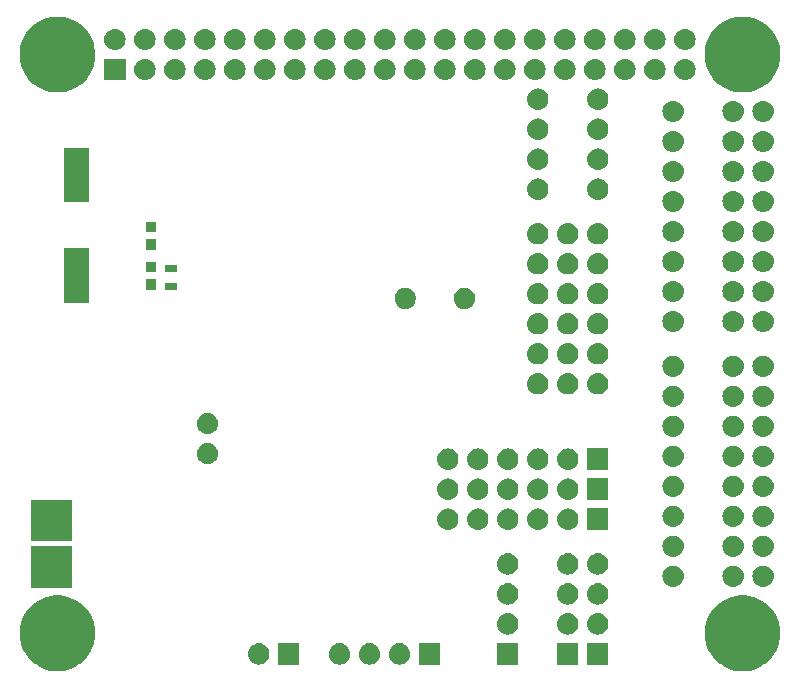
<source format=gbs>
G04 #@! TF.GenerationSoftware,KiCad,Pcbnew,6.0.0-rc1-unknown-cd5b1c2~66~ubuntu16.04.1*
G04 #@! TF.CreationDate,2018-10-19T16:16:09+02:00*
G04 #@! TF.ProjectId,Hedgehog,4865646765686F672E6B696361645F70,1.0*
G04 #@! TF.SameCoordinates,PX7270e00PY47868c0*
G04 #@! TF.FileFunction,Soldermask,Bot*
G04 #@! TF.FilePolarity,Negative*
%FSLAX46Y46*%
G04 Gerber Fmt 4.6, Leading zero omitted, Abs format (unit mm)*
G04 Created by KiCad (PCBNEW 6.0.0-rc1-unknown-cd5b1c2~66~ubuntu16.04.1) date Fri Oct 19 16:16:09 2018*
%MOMM*%
%LPD*%
G01*
G04 APERTURE LIST*
%ADD10C,0.100000*%
G04 APERTURE END LIST*
D10*
G36*
X62021250Y-49340992D02*
X62433407Y-49422975D01*
X63015768Y-49664197D01*
X63539881Y-50014398D01*
X63985602Y-50460119D01*
X63985603Y-50460121D01*
X64335803Y-50984232D01*
X64577025Y-51566593D01*
X64700000Y-52184829D01*
X64700000Y-52815171D01*
X64577025Y-53433407D01*
X64382132Y-53903919D01*
X64335803Y-54015768D01*
X63985602Y-54539881D01*
X63539881Y-54985602D01*
X63313332Y-55136977D01*
X63015768Y-55335803D01*
X62433407Y-55577025D01*
X62021250Y-55659008D01*
X61815172Y-55700000D01*
X61184828Y-55700000D01*
X60978750Y-55659008D01*
X60566593Y-55577025D01*
X59984232Y-55335803D01*
X59686668Y-55136977D01*
X59460119Y-54985602D01*
X59014398Y-54539881D01*
X58664197Y-54015768D01*
X58617868Y-53903919D01*
X58422975Y-53433407D01*
X58300000Y-52815171D01*
X58300000Y-52184829D01*
X58422975Y-51566593D01*
X58664197Y-50984232D01*
X59014397Y-50460121D01*
X59014398Y-50460119D01*
X59460119Y-50014398D01*
X59984232Y-49664197D01*
X60566593Y-49422975D01*
X60978750Y-49340992D01*
X61184828Y-49300000D01*
X61815172Y-49300000D01*
X62021250Y-49340992D01*
X62021250Y-49340992D01*
G37*
G36*
X4021250Y-49340992D02*
X4433407Y-49422975D01*
X5015768Y-49664197D01*
X5539881Y-50014398D01*
X5985602Y-50460119D01*
X5985603Y-50460121D01*
X6335803Y-50984232D01*
X6577025Y-51566593D01*
X6700000Y-52184829D01*
X6700000Y-52815171D01*
X6577025Y-53433407D01*
X6382132Y-53903919D01*
X6335803Y-54015768D01*
X5985602Y-54539881D01*
X5539881Y-54985602D01*
X5313332Y-55136977D01*
X5015768Y-55335803D01*
X4433407Y-55577025D01*
X4021250Y-55659008D01*
X3815172Y-55700000D01*
X3184828Y-55700000D01*
X2978750Y-55659008D01*
X2566593Y-55577025D01*
X1984232Y-55335803D01*
X1686668Y-55136977D01*
X1460119Y-54985602D01*
X1014398Y-54539881D01*
X664197Y-54015768D01*
X617868Y-53903919D01*
X422975Y-53433407D01*
X300000Y-52815171D01*
X300000Y-52184829D01*
X422975Y-51566593D01*
X664197Y-50984232D01*
X1014397Y-50460121D01*
X1014398Y-50460119D01*
X1460119Y-50014398D01*
X1984232Y-49664197D01*
X2566593Y-49422975D01*
X2978750Y-49340992D01*
X3184828Y-49300000D01*
X3815172Y-49300000D01*
X4021250Y-49340992D01*
X4021250Y-49340992D01*
G37*
G36*
X35900000Y-55150000D02*
X34100000Y-55150000D01*
X34100000Y-53350000D01*
X35900000Y-53350000D01*
X35900000Y-55150000D01*
X35900000Y-55150000D01*
G37*
G36*
X50150000Y-55150000D02*
X48350000Y-55150000D01*
X48350000Y-53350000D01*
X50150000Y-53350000D01*
X50150000Y-55150000D01*
X50150000Y-55150000D01*
G37*
G36*
X47610000Y-55150000D02*
X45810000Y-55150000D01*
X45810000Y-53350000D01*
X47610000Y-53350000D01*
X47610000Y-55150000D01*
X47610000Y-55150000D01*
G37*
G36*
X20726431Y-53363023D02*
X20896081Y-53414486D01*
X20896084Y-53414487D01*
X20984353Y-53461668D01*
X21052432Y-53498057D01*
X21052434Y-53498058D01*
X21052433Y-53498058D01*
X21189475Y-53610525D01*
X21301942Y-53747567D01*
X21385513Y-53903916D01*
X21385514Y-53903919D01*
X21436977Y-54073569D01*
X21454354Y-54250000D01*
X21436977Y-54426431D01*
X21402562Y-54539881D01*
X21385513Y-54596084D01*
X21338332Y-54684353D01*
X21301943Y-54752432D01*
X21189475Y-54889475D01*
X21052432Y-55001943D01*
X20984353Y-55038332D01*
X20896084Y-55085513D01*
X20896081Y-55085514D01*
X20726431Y-55136977D01*
X20594207Y-55150000D01*
X20505793Y-55150000D01*
X20373569Y-55136977D01*
X20203919Y-55085514D01*
X20203916Y-55085513D01*
X20115647Y-55038332D01*
X20047568Y-55001943D01*
X19910525Y-54889475D01*
X19798057Y-54752432D01*
X19761668Y-54684353D01*
X19714487Y-54596084D01*
X19697438Y-54539881D01*
X19663023Y-54426431D01*
X19645646Y-54250000D01*
X19663023Y-54073569D01*
X19714486Y-53903919D01*
X19714487Y-53903916D01*
X19798058Y-53747567D01*
X19910525Y-53610525D01*
X20047567Y-53498058D01*
X20047566Y-53498058D01*
X20047568Y-53498057D01*
X20115647Y-53461668D01*
X20203916Y-53414487D01*
X20203919Y-53414486D01*
X20373569Y-53363023D01*
X20505793Y-53350000D01*
X20594207Y-53350000D01*
X20726431Y-53363023D01*
X20726431Y-53363023D01*
G37*
G36*
X23990000Y-55150000D02*
X22190000Y-55150000D01*
X22190000Y-53350000D01*
X23990000Y-53350000D01*
X23990000Y-55150000D01*
X23990000Y-55150000D01*
G37*
G36*
X27556431Y-53363023D02*
X27726081Y-53414486D01*
X27726084Y-53414487D01*
X27814353Y-53461668D01*
X27882432Y-53498057D01*
X27882434Y-53498058D01*
X27882433Y-53498058D01*
X28019475Y-53610525D01*
X28131942Y-53747567D01*
X28215513Y-53903916D01*
X28215514Y-53903919D01*
X28266977Y-54073569D01*
X28284354Y-54250000D01*
X28266977Y-54426431D01*
X28232562Y-54539881D01*
X28215513Y-54596084D01*
X28168332Y-54684353D01*
X28131943Y-54752432D01*
X28019475Y-54889475D01*
X27882432Y-55001943D01*
X27814353Y-55038332D01*
X27726084Y-55085513D01*
X27726081Y-55085514D01*
X27556431Y-55136977D01*
X27424207Y-55150000D01*
X27335793Y-55150000D01*
X27203569Y-55136977D01*
X27033919Y-55085514D01*
X27033916Y-55085513D01*
X26945647Y-55038332D01*
X26877568Y-55001943D01*
X26740525Y-54889475D01*
X26628057Y-54752432D01*
X26591668Y-54684353D01*
X26544487Y-54596084D01*
X26527438Y-54539881D01*
X26493023Y-54426431D01*
X26475646Y-54250000D01*
X26493023Y-54073569D01*
X26544486Y-53903919D01*
X26544487Y-53903916D01*
X26628058Y-53747567D01*
X26740525Y-53610525D01*
X26877567Y-53498058D01*
X26877566Y-53498058D01*
X26877568Y-53498057D01*
X26945647Y-53461668D01*
X27033916Y-53414487D01*
X27033919Y-53414486D01*
X27203569Y-53363023D01*
X27335793Y-53350000D01*
X27424207Y-53350000D01*
X27556431Y-53363023D01*
X27556431Y-53363023D01*
G37*
G36*
X30096431Y-53363023D02*
X30266081Y-53414486D01*
X30266084Y-53414487D01*
X30354353Y-53461668D01*
X30422432Y-53498057D01*
X30422434Y-53498058D01*
X30422433Y-53498058D01*
X30559475Y-53610525D01*
X30671942Y-53747567D01*
X30755513Y-53903916D01*
X30755514Y-53903919D01*
X30806977Y-54073569D01*
X30824354Y-54250000D01*
X30806977Y-54426431D01*
X30772562Y-54539881D01*
X30755513Y-54596084D01*
X30708332Y-54684353D01*
X30671943Y-54752432D01*
X30559475Y-54889475D01*
X30422432Y-55001943D01*
X30354353Y-55038332D01*
X30266084Y-55085513D01*
X30266081Y-55085514D01*
X30096431Y-55136977D01*
X29964207Y-55150000D01*
X29875793Y-55150000D01*
X29743569Y-55136977D01*
X29573919Y-55085514D01*
X29573916Y-55085513D01*
X29485647Y-55038332D01*
X29417568Y-55001943D01*
X29280525Y-54889475D01*
X29168057Y-54752432D01*
X29131668Y-54684353D01*
X29084487Y-54596084D01*
X29067438Y-54539881D01*
X29033023Y-54426431D01*
X29015646Y-54250000D01*
X29033023Y-54073569D01*
X29084486Y-53903919D01*
X29084487Y-53903916D01*
X29168058Y-53747567D01*
X29280525Y-53610525D01*
X29417567Y-53498058D01*
X29417566Y-53498058D01*
X29417568Y-53498057D01*
X29485647Y-53461668D01*
X29573916Y-53414487D01*
X29573919Y-53414486D01*
X29743569Y-53363023D01*
X29875793Y-53350000D01*
X29964207Y-53350000D01*
X30096431Y-53363023D01*
X30096431Y-53363023D01*
G37*
G36*
X32636431Y-53363023D02*
X32806081Y-53414486D01*
X32806084Y-53414487D01*
X32894353Y-53461668D01*
X32962432Y-53498057D01*
X32962434Y-53498058D01*
X32962433Y-53498058D01*
X33099475Y-53610525D01*
X33211942Y-53747567D01*
X33295513Y-53903916D01*
X33295514Y-53903919D01*
X33346977Y-54073569D01*
X33364354Y-54250000D01*
X33346977Y-54426431D01*
X33312562Y-54539881D01*
X33295513Y-54596084D01*
X33248332Y-54684353D01*
X33211943Y-54752432D01*
X33099475Y-54889475D01*
X32962432Y-55001943D01*
X32894353Y-55038332D01*
X32806084Y-55085513D01*
X32806081Y-55085514D01*
X32636431Y-55136977D01*
X32504207Y-55150000D01*
X32415793Y-55150000D01*
X32283569Y-55136977D01*
X32113919Y-55085514D01*
X32113916Y-55085513D01*
X32025647Y-55038332D01*
X31957568Y-55001943D01*
X31820525Y-54889475D01*
X31708057Y-54752432D01*
X31671668Y-54684353D01*
X31624487Y-54596084D01*
X31607438Y-54539881D01*
X31573023Y-54426431D01*
X31555646Y-54250000D01*
X31573023Y-54073569D01*
X31624486Y-53903919D01*
X31624487Y-53903916D01*
X31708058Y-53747567D01*
X31820525Y-53610525D01*
X31957567Y-53498058D01*
X31957566Y-53498058D01*
X31957568Y-53498057D01*
X32025647Y-53461668D01*
X32113916Y-53414487D01*
X32113919Y-53414486D01*
X32283569Y-53363023D01*
X32415793Y-53350000D01*
X32504207Y-53350000D01*
X32636431Y-53363023D01*
X32636431Y-53363023D01*
G37*
G36*
X42530000Y-55150000D02*
X40730000Y-55150000D01*
X40730000Y-53350000D01*
X42530000Y-53350000D01*
X42530000Y-55150000D01*
X42530000Y-55150000D01*
G37*
G36*
X49426431Y-50823023D02*
X49596081Y-50874486D01*
X49596084Y-50874487D01*
X49668899Y-50913408D01*
X49752432Y-50958057D01*
X49752434Y-50958058D01*
X49752433Y-50958058D01*
X49889475Y-51070525D01*
X50001942Y-51207567D01*
X50085513Y-51363916D01*
X50085514Y-51363919D01*
X50136977Y-51533569D01*
X50154354Y-51710000D01*
X50136977Y-51886431D01*
X50085514Y-52056081D01*
X50085513Y-52056084D01*
X50038332Y-52144353D01*
X50001943Y-52212432D01*
X49889475Y-52349475D01*
X49752432Y-52461943D01*
X49684353Y-52498332D01*
X49596084Y-52545513D01*
X49596081Y-52545514D01*
X49426431Y-52596977D01*
X49294207Y-52610000D01*
X49205793Y-52610000D01*
X49073569Y-52596977D01*
X48903919Y-52545514D01*
X48903916Y-52545513D01*
X48815647Y-52498332D01*
X48747568Y-52461943D01*
X48610525Y-52349475D01*
X48498057Y-52212432D01*
X48461668Y-52144353D01*
X48414487Y-52056084D01*
X48414486Y-52056081D01*
X48363023Y-51886431D01*
X48345646Y-51710000D01*
X48363023Y-51533569D01*
X48414486Y-51363919D01*
X48414487Y-51363916D01*
X48498058Y-51207567D01*
X48610525Y-51070525D01*
X48747567Y-50958058D01*
X48747566Y-50958058D01*
X48747568Y-50958057D01*
X48831101Y-50913408D01*
X48903916Y-50874487D01*
X48903919Y-50874486D01*
X49073569Y-50823023D01*
X49205793Y-50810000D01*
X49294207Y-50810000D01*
X49426431Y-50823023D01*
X49426431Y-50823023D01*
G37*
G36*
X46886431Y-50823023D02*
X47056081Y-50874486D01*
X47056084Y-50874487D01*
X47128899Y-50913408D01*
X47212432Y-50958057D01*
X47212434Y-50958058D01*
X47212433Y-50958058D01*
X47349475Y-51070525D01*
X47461942Y-51207567D01*
X47545513Y-51363916D01*
X47545514Y-51363919D01*
X47596977Y-51533569D01*
X47614354Y-51710000D01*
X47596977Y-51886431D01*
X47545514Y-52056081D01*
X47545513Y-52056084D01*
X47498332Y-52144353D01*
X47461943Y-52212432D01*
X47349475Y-52349475D01*
X47212432Y-52461943D01*
X47144353Y-52498332D01*
X47056084Y-52545513D01*
X47056081Y-52545514D01*
X46886431Y-52596977D01*
X46754207Y-52610000D01*
X46665793Y-52610000D01*
X46533569Y-52596977D01*
X46363919Y-52545514D01*
X46363916Y-52545513D01*
X46275647Y-52498332D01*
X46207568Y-52461943D01*
X46070525Y-52349475D01*
X45958057Y-52212432D01*
X45921668Y-52144353D01*
X45874487Y-52056084D01*
X45874486Y-52056081D01*
X45823023Y-51886431D01*
X45805646Y-51710000D01*
X45823023Y-51533569D01*
X45874486Y-51363919D01*
X45874487Y-51363916D01*
X45958058Y-51207567D01*
X46070525Y-51070525D01*
X46207567Y-50958058D01*
X46207566Y-50958058D01*
X46207568Y-50958057D01*
X46291101Y-50913408D01*
X46363916Y-50874487D01*
X46363919Y-50874486D01*
X46533569Y-50823023D01*
X46665793Y-50810000D01*
X46754207Y-50810000D01*
X46886431Y-50823023D01*
X46886431Y-50823023D01*
G37*
G36*
X41806431Y-50823023D02*
X41976081Y-50874486D01*
X41976084Y-50874487D01*
X42048899Y-50913408D01*
X42132432Y-50958057D01*
X42132434Y-50958058D01*
X42132433Y-50958058D01*
X42269475Y-51070525D01*
X42381942Y-51207567D01*
X42465513Y-51363916D01*
X42465514Y-51363919D01*
X42516977Y-51533569D01*
X42534354Y-51710000D01*
X42516977Y-51886431D01*
X42465514Y-52056081D01*
X42465513Y-52056084D01*
X42418332Y-52144353D01*
X42381943Y-52212432D01*
X42269475Y-52349475D01*
X42132432Y-52461943D01*
X42064353Y-52498332D01*
X41976084Y-52545513D01*
X41976081Y-52545514D01*
X41806431Y-52596977D01*
X41674207Y-52610000D01*
X41585793Y-52610000D01*
X41453569Y-52596977D01*
X41283919Y-52545514D01*
X41283916Y-52545513D01*
X41195647Y-52498332D01*
X41127568Y-52461943D01*
X40990525Y-52349475D01*
X40878057Y-52212432D01*
X40841668Y-52144353D01*
X40794487Y-52056084D01*
X40794486Y-52056081D01*
X40743023Y-51886431D01*
X40725646Y-51710000D01*
X40743023Y-51533569D01*
X40794486Y-51363919D01*
X40794487Y-51363916D01*
X40878058Y-51207567D01*
X40990525Y-51070525D01*
X41127567Y-50958058D01*
X41127566Y-50958058D01*
X41127568Y-50958057D01*
X41211101Y-50913408D01*
X41283916Y-50874487D01*
X41283919Y-50874486D01*
X41453569Y-50823023D01*
X41585793Y-50810000D01*
X41674207Y-50810000D01*
X41806431Y-50823023D01*
X41806431Y-50823023D01*
G37*
G36*
X49426431Y-48283023D02*
X49596081Y-48334486D01*
X49596084Y-48334487D01*
X49684353Y-48381668D01*
X49752432Y-48418057D01*
X49752434Y-48418058D01*
X49752433Y-48418058D01*
X49889475Y-48530525D01*
X50001942Y-48667567D01*
X50085513Y-48823916D01*
X50085514Y-48823919D01*
X50136977Y-48993569D01*
X50154354Y-49170000D01*
X50136977Y-49346431D01*
X50085514Y-49516081D01*
X50085513Y-49516084D01*
X50038332Y-49604353D01*
X50001943Y-49672432D01*
X49889475Y-49809475D01*
X49752432Y-49921943D01*
X49684353Y-49958332D01*
X49596084Y-50005513D01*
X49596081Y-50005514D01*
X49426431Y-50056977D01*
X49294207Y-50070000D01*
X49205793Y-50070000D01*
X49073569Y-50056977D01*
X48903919Y-50005514D01*
X48903916Y-50005513D01*
X48815647Y-49958332D01*
X48747568Y-49921943D01*
X48610525Y-49809475D01*
X48498057Y-49672432D01*
X48461668Y-49604353D01*
X48414487Y-49516084D01*
X48414486Y-49516081D01*
X48363023Y-49346431D01*
X48345646Y-49170000D01*
X48363023Y-48993569D01*
X48414486Y-48823919D01*
X48414487Y-48823916D01*
X48498058Y-48667567D01*
X48610525Y-48530525D01*
X48747567Y-48418058D01*
X48747566Y-48418058D01*
X48747568Y-48418057D01*
X48815647Y-48381668D01*
X48903916Y-48334487D01*
X48903919Y-48334486D01*
X49073569Y-48283023D01*
X49205793Y-48270000D01*
X49294207Y-48270000D01*
X49426431Y-48283023D01*
X49426431Y-48283023D01*
G37*
G36*
X41806431Y-48283023D02*
X41976081Y-48334486D01*
X41976084Y-48334487D01*
X42064353Y-48381668D01*
X42132432Y-48418057D01*
X42132434Y-48418058D01*
X42132433Y-48418058D01*
X42269475Y-48530525D01*
X42381942Y-48667567D01*
X42465513Y-48823916D01*
X42465514Y-48823919D01*
X42516977Y-48993569D01*
X42534354Y-49170000D01*
X42516977Y-49346431D01*
X42465514Y-49516081D01*
X42465513Y-49516084D01*
X42418332Y-49604353D01*
X42381943Y-49672432D01*
X42269475Y-49809475D01*
X42132432Y-49921943D01*
X42064353Y-49958332D01*
X41976084Y-50005513D01*
X41976081Y-50005514D01*
X41806431Y-50056977D01*
X41674207Y-50070000D01*
X41585793Y-50070000D01*
X41453569Y-50056977D01*
X41283919Y-50005514D01*
X41283916Y-50005513D01*
X41195647Y-49958332D01*
X41127568Y-49921943D01*
X40990525Y-49809475D01*
X40878057Y-49672432D01*
X40841668Y-49604353D01*
X40794487Y-49516084D01*
X40794486Y-49516081D01*
X40743023Y-49346431D01*
X40725646Y-49170000D01*
X40743023Y-48993569D01*
X40794486Y-48823919D01*
X40794487Y-48823916D01*
X40878058Y-48667567D01*
X40990525Y-48530525D01*
X41127567Y-48418058D01*
X41127566Y-48418058D01*
X41127568Y-48418057D01*
X41195647Y-48381668D01*
X41283916Y-48334487D01*
X41283919Y-48334486D01*
X41453569Y-48283023D01*
X41585793Y-48270000D01*
X41674207Y-48270000D01*
X41806431Y-48283023D01*
X41806431Y-48283023D01*
G37*
G36*
X46886431Y-48283023D02*
X47056081Y-48334486D01*
X47056084Y-48334487D01*
X47144353Y-48381668D01*
X47212432Y-48418057D01*
X47212434Y-48418058D01*
X47212433Y-48418058D01*
X47349475Y-48530525D01*
X47461942Y-48667567D01*
X47545513Y-48823916D01*
X47545514Y-48823919D01*
X47596977Y-48993569D01*
X47614354Y-49170000D01*
X47596977Y-49346431D01*
X47545514Y-49516081D01*
X47545513Y-49516084D01*
X47498332Y-49604353D01*
X47461943Y-49672432D01*
X47349475Y-49809475D01*
X47212432Y-49921943D01*
X47144353Y-49958332D01*
X47056084Y-50005513D01*
X47056081Y-50005514D01*
X46886431Y-50056977D01*
X46754207Y-50070000D01*
X46665793Y-50070000D01*
X46533569Y-50056977D01*
X46363919Y-50005514D01*
X46363916Y-50005513D01*
X46275647Y-49958332D01*
X46207568Y-49921943D01*
X46070525Y-49809475D01*
X45958057Y-49672432D01*
X45921668Y-49604353D01*
X45874487Y-49516084D01*
X45874486Y-49516081D01*
X45823023Y-49346431D01*
X45805646Y-49170000D01*
X45823023Y-48993569D01*
X45874486Y-48823919D01*
X45874487Y-48823916D01*
X45958058Y-48667567D01*
X46070525Y-48530525D01*
X46207567Y-48418058D01*
X46207566Y-48418058D01*
X46207568Y-48418057D01*
X46275647Y-48381668D01*
X46363916Y-48334487D01*
X46363919Y-48334486D01*
X46533569Y-48283023D01*
X46665793Y-48270000D01*
X46754207Y-48270000D01*
X46886431Y-48283023D01*
X46886431Y-48283023D01*
G37*
G36*
X4750000Y-48650000D02*
X1250000Y-48650000D01*
X1250000Y-45150000D01*
X4750000Y-45150000D01*
X4750000Y-48650000D01*
X4750000Y-48650000D01*
G37*
G36*
X63416431Y-46783023D02*
X63586081Y-46834486D01*
X63586084Y-46834487D01*
X63674353Y-46881668D01*
X63742432Y-46918057D01*
X63879475Y-47030525D01*
X63963109Y-47132433D01*
X63991942Y-47167567D01*
X64075513Y-47323916D01*
X64075514Y-47323919D01*
X64126977Y-47493569D01*
X64144354Y-47670000D01*
X64126977Y-47846431D01*
X64075514Y-48016081D01*
X64075513Y-48016084D01*
X64028332Y-48104353D01*
X63991943Y-48172432D01*
X63879475Y-48309475D01*
X63742432Y-48421943D01*
X63674353Y-48458332D01*
X63586084Y-48505513D01*
X63586081Y-48505514D01*
X63416431Y-48556977D01*
X63284207Y-48570000D01*
X63195793Y-48570000D01*
X63063569Y-48556977D01*
X62893919Y-48505514D01*
X62893916Y-48505513D01*
X62805647Y-48458332D01*
X62737568Y-48421943D01*
X62600525Y-48309475D01*
X62488057Y-48172432D01*
X62451668Y-48104353D01*
X62404487Y-48016084D01*
X62404486Y-48016081D01*
X62353023Y-47846431D01*
X62335646Y-47670000D01*
X62353023Y-47493569D01*
X62404486Y-47323919D01*
X62404487Y-47323916D01*
X62488058Y-47167567D01*
X62516892Y-47132433D01*
X62600525Y-47030525D01*
X62737568Y-46918057D01*
X62805647Y-46881668D01*
X62893916Y-46834487D01*
X62893919Y-46834486D01*
X63063569Y-46783023D01*
X63195793Y-46770000D01*
X63284207Y-46770000D01*
X63416431Y-46783023D01*
X63416431Y-46783023D01*
G37*
G36*
X55796431Y-46783023D02*
X55966081Y-46834486D01*
X55966084Y-46834487D01*
X56054353Y-46881668D01*
X56122432Y-46918057D01*
X56259475Y-47030525D01*
X56343109Y-47132433D01*
X56371942Y-47167567D01*
X56455513Y-47323916D01*
X56455514Y-47323919D01*
X56506977Y-47493569D01*
X56524354Y-47670000D01*
X56506977Y-47846431D01*
X56455514Y-48016081D01*
X56455513Y-48016084D01*
X56408332Y-48104353D01*
X56371943Y-48172432D01*
X56259475Y-48309475D01*
X56122432Y-48421943D01*
X56054353Y-48458332D01*
X55966084Y-48505513D01*
X55966081Y-48505514D01*
X55796431Y-48556977D01*
X55664207Y-48570000D01*
X55575793Y-48570000D01*
X55443569Y-48556977D01*
X55273919Y-48505514D01*
X55273916Y-48505513D01*
X55185647Y-48458332D01*
X55117568Y-48421943D01*
X54980525Y-48309475D01*
X54868057Y-48172432D01*
X54831668Y-48104353D01*
X54784487Y-48016084D01*
X54784486Y-48016081D01*
X54733023Y-47846431D01*
X54715646Y-47670000D01*
X54733023Y-47493569D01*
X54784486Y-47323919D01*
X54784487Y-47323916D01*
X54868058Y-47167567D01*
X54896892Y-47132433D01*
X54980525Y-47030525D01*
X55117568Y-46918057D01*
X55185647Y-46881668D01*
X55273916Y-46834487D01*
X55273919Y-46834486D01*
X55443569Y-46783023D01*
X55575793Y-46770000D01*
X55664207Y-46770000D01*
X55796431Y-46783023D01*
X55796431Y-46783023D01*
G37*
G36*
X60876431Y-46783023D02*
X61046081Y-46834486D01*
X61046084Y-46834487D01*
X61134353Y-46881668D01*
X61202432Y-46918057D01*
X61339475Y-47030525D01*
X61423109Y-47132433D01*
X61451942Y-47167567D01*
X61535513Y-47323916D01*
X61535514Y-47323919D01*
X61586977Y-47493569D01*
X61604354Y-47670000D01*
X61586977Y-47846431D01*
X61535514Y-48016081D01*
X61535513Y-48016084D01*
X61488332Y-48104353D01*
X61451943Y-48172432D01*
X61339475Y-48309475D01*
X61202432Y-48421943D01*
X61134353Y-48458332D01*
X61046084Y-48505513D01*
X61046081Y-48505514D01*
X60876431Y-48556977D01*
X60744207Y-48570000D01*
X60655793Y-48570000D01*
X60523569Y-48556977D01*
X60353919Y-48505514D01*
X60353916Y-48505513D01*
X60265647Y-48458332D01*
X60197568Y-48421943D01*
X60060525Y-48309475D01*
X59948057Y-48172432D01*
X59911668Y-48104353D01*
X59864487Y-48016084D01*
X59864486Y-48016081D01*
X59813023Y-47846431D01*
X59795646Y-47670000D01*
X59813023Y-47493569D01*
X59864486Y-47323919D01*
X59864487Y-47323916D01*
X59948058Y-47167567D01*
X59976892Y-47132433D01*
X60060525Y-47030525D01*
X60197568Y-46918057D01*
X60265647Y-46881668D01*
X60353916Y-46834487D01*
X60353919Y-46834486D01*
X60523569Y-46783023D01*
X60655793Y-46770000D01*
X60744207Y-46770000D01*
X60876431Y-46783023D01*
X60876431Y-46783023D01*
G37*
G36*
X46886431Y-45743023D02*
X47056081Y-45794486D01*
X47056084Y-45794487D01*
X47144353Y-45841668D01*
X47212432Y-45878057D01*
X47212434Y-45878058D01*
X47212433Y-45878058D01*
X47349475Y-45990525D01*
X47461942Y-46127567D01*
X47545513Y-46283916D01*
X47545514Y-46283919D01*
X47596977Y-46453569D01*
X47614354Y-46630000D01*
X47596977Y-46806431D01*
X47563115Y-46918057D01*
X47545513Y-46976084D01*
X47516413Y-47030525D01*
X47461943Y-47132432D01*
X47349475Y-47269475D01*
X47212432Y-47381943D01*
X47144353Y-47418332D01*
X47056084Y-47465513D01*
X47056081Y-47465514D01*
X46886431Y-47516977D01*
X46754207Y-47530000D01*
X46665793Y-47530000D01*
X46533569Y-47516977D01*
X46363919Y-47465514D01*
X46363916Y-47465513D01*
X46275647Y-47418332D01*
X46207568Y-47381943D01*
X46070525Y-47269475D01*
X45958057Y-47132432D01*
X45903587Y-47030525D01*
X45874487Y-46976084D01*
X45856885Y-46918057D01*
X45823023Y-46806431D01*
X45805646Y-46630000D01*
X45823023Y-46453569D01*
X45874486Y-46283919D01*
X45874487Y-46283916D01*
X45958058Y-46127567D01*
X46070525Y-45990525D01*
X46207567Y-45878058D01*
X46207566Y-45878058D01*
X46207568Y-45878057D01*
X46275647Y-45841668D01*
X46363916Y-45794487D01*
X46363919Y-45794486D01*
X46533569Y-45743023D01*
X46665793Y-45730000D01*
X46754207Y-45730000D01*
X46886431Y-45743023D01*
X46886431Y-45743023D01*
G37*
G36*
X41806431Y-45743023D02*
X41976081Y-45794486D01*
X41976084Y-45794487D01*
X42064353Y-45841668D01*
X42132432Y-45878057D01*
X42132434Y-45878058D01*
X42132433Y-45878058D01*
X42269475Y-45990525D01*
X42381942Y-46127567D01*
X42465513Y-46283916D01*
X42465514Y-46283919D01*
X42516977Y-46453569D01*
X42534354Y-46630000D01*
X42516977Y-46806431D01*
X42483115Y-46918057D01*
X42465513Y-46976084D01*
X42436413Y-47030525D01*
X42381943Y-47132432D01*
X42269475Y-47269475D01*
X42132432Y-47381943D01*
X42064353Y-47418332D01*
X41976084Y-47465513D01*
X41976081Y-47465514D01*
X41806431Y-47516977D01*
X41674207Y-47530000D01*
X41585793Y-47530000D01*
X41453569Y-47516977D01*
X41283919Y-47465514D01*
X41283916Y-47465513D01*
X41195647Y-47418332D01*
X41127568Y-47381943D01*
X40990525Y-47269475D01*
X40878057Y-47132432D01*
X40823587Y-47030525D01*
X40794487Y-46976084D01*
X40776885Y-46918057D01*
X40743023Y-46806431D01*
X40725646Y-46630000D01*
X40743023Y-46453569D01*
X40794486Y-46283919D01*
X40794487Y-46283916D01*
X40878058Y-46127567D01*
X40990525Y-45990525D01*
X41127567Y-45878058D01*
X41127566Y-45878058D01*
X41127568Y-45878057D01*
X41195647Y-45841668D01*
X41283916Y-45794487D01*
X41283919Y-45794486D01*
X41453569Y-45743023D01*
X41585793Y-45730000D01*
X41674207Y-45730000D01*
X41806431Y-45743023D01*
X41806431Y-45743023D01*
G37*
G36*
X49426431Y-45743023D02*
X49596081Y-45794486D01*
X49596084Y-45794487D01*
X49684353Y-45841668D01*
X49752432Y-45878057D01*
X49752434Y-45878058D01*
X49752433Y-45878058D01*
X49889475Y-45990525D01*
X50001942Y-46127567D01*
X50085513Y-46283916D01*
X50085514Y-46283919D01*
X50136977Y-46453569D01*
X50154354Y-46630000D01*
X50136977Y-46806431D01*
X50103115Y-46918057D01*
X50085513Y-46976084D01*
X50056413Y-47030525D01*
X50001943Y-47132432D01*
X49889475Y-47269475D01*
X49752432Y-47381943D01*
X49684353Y-47418332D01*
X49596084Y-47465513D01*
X49596081Y-47465514D01*
X49426431Y-47516977D01*
X49294207Y-47530000D01*
X49205793Y-47530000D01*
X49073569Y-47516977D01*
X48903919Y-47465514D01*
X48903916Y-47465513D01*
X48815647Y-47418332D01*
X48747568Y-47381943D01*
X48610525Y-47269475D01*
X48498057Y-47132432D01*
X48443587Y-47030525D01*
X48414487Y-46976084D01*
X48396885Y-46918057D01*
X48363023Y-46806431D01*
X48345646Y-46630000D01*
X48363023Y-46453569D01*
X48414486Y-46283919D01*
X48414487Y-46283916D01*
X48498058Y-46127567D01*
X48610525Y-45990525D01*
X48747567Y-45878058D01*
X48747566Y-45878058D01*
X48747568Y-45878057D01*
X48815647Y-45841668D01*
X48903916Y-45794487D01*
X48903919Y-45794486D01*
X49073569Y-45743023D01*
X49205793Y-45730000D01*
X49294207Y-45730000D01*
X49426431Y-45743023D01*
X49426431Y-45743023D01*
G37*
G36*
X63416431Y-44243023D02*
X63586081Y-44294486D01*
X63586084Y-44294487D01*
X63674353Y-44341668D01*
X63742432Y-44378057D01*
X63742434Y-44378058D01*
X63742433Y-44378058D01*
X63879475Y-44490525D01*
X63991942Y-44627567D01*
X64075513Y-44783916D01*
X64075514Y-44783919D01*
X64126977Y-44953569D01*
X64144354Y-45130000D01*
X64126977Y-45306431D01*
X64075514Y-45476081D01*
X64075513Y-45476084D01*
X64028332Y-45564353D01*
X63991943Y-45632432D01*
X63879475Y-45769475D01*
X63742432Y-45881943D01*
X63674353Y-45918332D01*
X63586084Y-45965513D01*
X63586081Y-45965514D01*
X63416431Y-46016977D01*
X63284207Y-46030000D01*
X63195793Y-46030000D01*
X63063569Y-46016977D01*
X62893919Y-45965514D01*
X62893916Y-45965513D01*
X62805647Y-45918332D01*
X62737568Y-45881943D01*
X62600525Y-45769475D01*
X62488057Y-45632432D01*
X62451668Y-45564353D01*
X62404487Y-45476084D01*
X62404486Y-45476081D01*
X62353023Y-45306431D01*
X62335646Y-45130000D01*
X62353023Y-44953569D01*
X62404486Y-44783919D01*
X62404487Y-44783916D01*
X62488058Y-44627567D01*
X62600525Y-44490525D01*
X62737567Y-44378058D01*
X62737566Y-44378058D01*
X62737568Y-44378057D01*
X62805647Y-44341668D01*
X62893916Y-44294487D01*
X62893919Y-44294486D01*
X63063569Y-44243023D01*
X63195793Y-44230000D01*
X63284207Y-44230000D01*
X63416431Y-44243023D01*
X63416431Y-44243023D01*
G37*
G36*
X55796431Y-44243023D02*
X55966081Y-44294486D01*
X55966084Y-44294487D01*
X56054353Y-44341668D01*
X56122432Y-44378057D01*
X56122434Y-44378058D01*
X56122433Y-44378058D01*
X56259475Y-44490525D01*
X56371942Y-44627567D01*
X56455513Y-44783916D01*
X56455514Y-44783919D01*
X56506977Y-44953569D01*
X56524354Y-45130000D01*
X56506977Y-45306431D01*
X56455514Y-45476081D01*
X56455513Y-45476084D01*
X56408332Y-45564353D01*
X56371943Y-45632432D01*
X56259475Y-45769475D01*
X56122432Y-45881943D01*
X56054353Y-45918332D01*
X55966084Y-45965513D01*
X55966081Y-45965514D01*
X55796431Y-46016977D01*
X55664207Y-46030000D01*
X55575793Y-46030000D01*
X55443569Y-46016977D01*
X55273919Y-45965514D01*
X55273916Y-45965513D01*
X55185647Y-45918332D01*
X55117568Y-45881943D01*
X54980525Y-45769475D01*
X54868057Y-45632432D01*
X54831668Y-45564353D01*
X54784487Y-45476084D01*
X54784486Y-45476081D01*
X54733023Y-45306431D01*
X54715646Y-45130000D01*
X54733023Y-44953569D01*
X54784486Y-44783919D01*
X54784487Y-44783916D01*
X54868058Y-44627567D01*
X54980525Y-44490525D01*
X55117567Y-44378058D01*
X55117566Y-44378058D01*
X55117568Y-44378057D01*
X55185647Y-44341668D01*
X55273916Y-44294487D01*
X55273919Y-44294486D01*
X55443569Y-44243023D01*
X55575793Y-44230000D01*
X55664207Y-44230000D01*
X55796431Y-44243023D01*
X55796431Y-44243023D01*
G37*
G36*
X60876431Y-44243023D02*
X61046081Y-44294486D01*
X61046084Y-44294487D01*
X61134353Y-44341668D01*
X61202432Y-44378057D01*
X61202434Y-44378058D01*
X61202433Y-44378058D01*
X61339475Y-44490525D01*
X61451942Y-44627567D01*
X61535513Y-44783916D01*
X61535514Y-44783919D01*
X61586977Y-44953569D01*
X61604354Y-45130000D01*
X61586977Y-45306431D01*
X61535514Y-45476081D01*
X61535513Y-45476084D01*
X61488332Y-45564353D01*
X61451943Y-45632432D01*
X61339475Y-45769475D01*
X61202432Y-45881943D01*
X61134353Y-45918332D01*
X61046084Y-45965513D01*
X61046081Y-45965514D01*
X60876431Y-46016977D01*
X60744207Y-46030000D01*
X60655793Y-46030000D01*
X60523569Y-46016977D01*
X60353919Y-45965514D01*
X60353916Y-45965513D01*
X60265647Y-45918332D01*
X60197568Y-45881943D01*
X60060525Y-45769475D01*
X59948057Y-45632432D01*
X59911668Y-45564353D01*
X59864487Y-45476084D01*
X59864486Y-45476081D01*
X59813023Y-45306431D01*
X59795646Y-45130000D01*
X59813023Y-44953569D01*
X59864486Y-44783919D01*
X59864487Y-44783916D01*
X59948058Y-44627567D01*
X60060525Y-44490525D01*
X60197567Y-44378058D01*
X60197566Y-44378058D01*
X60197568Y-44378057D01*
X60265647Y-44341668D01*
X60353916Y-44294487D01*
X60353919Y-44294486D01*
X60523569Y-44243023D01*
X60655793Y-44230000D01*
X60744207Y-44230000D01*
X60876431Y-44243023D01*
X60876431Y-44243023D01*
G37*
G36*
X4750000Y-44690000D02*
X1250000Y-44690000D01*
X1250000Y-41190000D01*
X4750000Y-41190000D01*
X4750000Y-44690000D01*
X4750000Y-44690000D01*
G37*
G36*
X46886431Y-41953023D02*
X47056081Y-42004486D01*
X47056084Y-42004487D01*
X47144353Y-42051668D01*
X47212432Y-42088057D01*
X47212434Y-42088058D01*
X47212433Y-42088058D01*
X47349475Y-42200525D01*
X47461942Y-42337567D01*
X47545513Y-42493916D01*
X47545514Y-42493919D01*
X47596977Y-42663569D01*
X47614354Y-42840000D01*
X47596977Y-43016431D01*
X47545514Y-43186081D01*
X47545513Y-43186084D01*
X47522320Y-43229475D01*
X47461943Y-43342432D01*
X47349475Y-43479475D01*
X47212432Y-43591943D01*
X47144353Y-43628332D01*
X47056084Y-43675513D01*
X47056081Y-43675514D01*
X46886431Y-43726977D01*
X46754207Y-43740000D01*
X46665793Y-43740000D01*
X46533569Y-43726977D01*
X46363919Y-43675514D01*
X46363916Y-43675513D01*
X46275647Y-43628332D01*
X46207568Y-43591943D01*
X46070525Y-43479475D01*
X45958057Y-43342432D01*
X45897680Y-43229475D01*
X45874487Y-43186084D01*
X45874486Y-43186081D01*
X45823023Y-43016431D01*
X45805646Y-42840000D01*
X45823023Y-42663569D01*
X45874486Y-42493919D01*
X45874487Y-42493916D01*
X45958058Y-42337567D01*
X46070525Y-42200525D01*
X46207567Y-42088058D01*
X46207566Y-42088058D01*
X46207568Y-42088057D01*
X46275647Y-42051668D01*
X46363916Y-42004487D01*
X46363919Y-42004486D01*
X46533569Y-41953023D01*
X46665793Y-41940000D01*
X46754207Y-41940000D01*
X46886431Y-41953023D01*
X46886431Y-41953023D01*
G37*
G36*
X44346431Y-41953023D02*
X44516081Y-42004486D01*
X44516084Y-42004487D01*
X44604353Y-42051668D01*
X44672432Y-42088057D01*
X44672434Y-42088058D01*
X44672433Y-42088058D01*
X44809475Y-42200525D01*
X44921942Y-42337567D01*
X45005513Y-42493916D01*
X45005514Y-42493919D01*
X45056977Y-42663569D01*
X45074354Y-42840000D01*
X45056977Y-43016431D01*
X45005514Y-43186081D01*
X45005513Y-43186084D01*
X44982320Y-43229475D01*
X44921943Y-43342432D01*
X44809475Y-43479475D01*
X44672432Y-43591943D01*
X44604353Y-43628332D01*
X44516084Y-43675513D01*
X44516081Y-43675514D01*
X44346431Y-43726977D01*
X44214207Y-43740000D01*
X44125793Y-43740000D01*
X43993569Y-43726977D01*
X43823919Y-43675514D01*
X43823916Y-43675513D01*
X43735647Y-43628332D01*
X43667568Y-43591943D01*
X43530525Y-43479475D01*
X43418057Y-43342432D01*
X43357680Y-43229475D01*
X43334487Y-43186084D01*
X43334486Y-43186081D01*
X43283023Y-43016431D01*
X43265646Y-42840000D01*
X43283023Y-42663569D01*
X43334486Y-42493919D01*
X43334487Y-42493916D01*
X43418058Y-42337567D01*
X43530525Y-42200525D01*
X43667567Y-42088058D01*
X43667566Y-42088058D01*
X43667568Y-42088057D01*
X43735647Y-42051668D01*
X43823916Y-42004487D01*
X43823919Y-42004486D01*
X43993569Y-41953023D01*
X44125793Y-41940000D01*
X44214207Y-41940000D01*
X44346431Y-41953023D01*
X44346431Y-41953023D01*
G37*
G36*
X41806431Y-41953023D02*
X41976081Y-42004486D01*
X41976084Y-42004487D01*
X42064353Y-42051668D01*
X42132432Y-42088057D01*
X42132434Y-42088058D01*
X42132433Y-42088058D01*
X42269475Y-42200525D01*
X42381942Y-42337567D01*
X42465513Y-42493916D01*
X42465514Y-42493919D01*
X42516977Y-42663569D01*
X42534354Y-42840000D01*
X42516977Y-43016431D01*
X42465514Y-43186081D01*
X42465513Y-43186084D01*
X42442320Y-43229475D01*
X42381943Y-43342432D01*
X42269475Y-43479475D01*
X42132432Y-43591943D01*
X42064353Y-43628332D01*
X41976084Y-43675513D01*
X41976081Y-43675514D01*
X41806431Y-43726977D01*
X41674207Y-43740000D01*
X41585793Y-43740000D01*
X41453569Y-43726977D01*
X41283919Y-43675514D01*
X41283916Y-43675513D01*
X41195647Y-43628332D01*
X41127568Y-43591943D01*
X40990525Y-43479475D01*
X40878057Y-43342432D01*
X40817680Y-43229475D01*
X40794487Y-43186084D01*
X40794486Y-43186081D01*
X40743023Y-43016431D01*
X40725646Y-42840000D01*
X40743023Y-42663569D01*
X40794486Y-42493919D01*
X40794487Y-42493916D01*
X40878058Y-42337567D01*
X40990525Y-42200525D01*
X41127567Y-42088058D01*
X41127566Y-42088058D01*
X41127568Y-42088057D01*
X41195647Y-42051668D01*
X41283916Y-42004487D01*
X41283919Y-42004486D01*
X41453569Y-41953023D01*
X41585793Y-41940000D01*
X41674207Y-41940000D01*
X41806431Y-41953023D01*
X41806431Y-41953023D01*
G37*
G36*
X50150000Y-43740000D02*
X48350000Y-43740000D01*
X48350000Y-41940000D01*
X50150000Y-41940000D01*
X50150000Y-43740000D01*
X50150000Y-43740000D01*
G37*
G36*
X36726431Y-41953023D02*
X36896081Y-42004486D01*
X36896084Y-42004487D01*
X36984353Y-42051668D01*
X37052432Y-42088057D01*
X37052434Y-42088058D01*
X37052433Y-42088058D01*
X37189475Y-42200525D01*
X37301942Y-42337567D01*
X37385513Y-42493916D01*
X37385514Y-42493919D01*
X37436977Y-42663569D01*
X37454354Y-42840000D01*
X37436977Y-43016431D01*
X37385514Y-43186081D01*
X37385513Y-43186084D01*
X37362320Y-43229475D01*
X37301943Y-43342432D01*
X37189475Y-43479475D01*
X37052432Y-43591943D01*
X36984353Y-43628332D01*
X36896084Y-43675513D01*
X36896081Y-43675514D01*
X36726431Y-43726977D01*
X36594207Y-43740000D01*
X36505793Y-43740000D01*
X36373569Y-43726977D01*
X36203919Y-43675514D01*
X36203916Y-43675513D01*
X36115647Y-43628332D01*
X36047568Y-43591943D01*
X35910525Y-43479475D01*
X35798057Y-43342432D01*
X35737680Y-43229475D01*
X35714487Y-43186084D01*
X35714486Y-43186081D01*
X35663023Y-43016431D01*
X35645646Y-42840000D01*
X35663023Y-42663569D01*
X35714486Y-42493919D01*
X35714487Y-42493916D01*
X35798058Y-42337567D01*
X35910525Y-42200525D01*
X36047567Y-42088058D01*
X36047566Y-42088058D01*
X36047568Y-42088057D01*
X36115647Y-42051668D01*
X36203916Y-42004487D01*
X36203919Y-42004486D01*
X36373569Y-41953023D01*
X36505793Y-41940000D01*
X36594207Y-41940000D01*
X36726431Y-41953023D01*
X36726431Y-41953023D01*
G37*
G36*
X39266431Y-41953023D02*
X39436081Y-42004486D01*
X39436084Y-42004487D01*
X39524353Y-42051668D01*
X39592432Y-42088057D01*
X39592434Y-42088058D01*
X39592433Y-42088058D01*
X39729475Y-42200525D01*
X39841942Y-42337567D01*
X39925513Y-42493916D01*
X39925514Y-42493919D01*
X39976977Y-42663569D01*
X39994354Y-42840000D01*
X39976977Y-43016431D01*
X39925514Y-43186081D01*
X39925513Y-43186084D01*
X39902320Y-43229475D01*
X39841943Y-43342432D01*
X39729475Y-43479475D01*
X39592432Y-43591943D01*
X39524353Y-43628332D01*
X39436084Y-43675513D01*
X39436081Y-43675514D01*
X39266431Y-43726977D01*
X39134207Y-43740000D01*
X39045793Y-43740000D01*
X38913569Y-43726977D01*
X38743919Y-43675514D01*
X38743916Y-43675513D01*
X38655647Y-43628332D01*
X38587568Y-43591943D01*
X38450525Y-43479475D01*
X38338057Y-43342432D01*
X38277680Y-43229475D01*
X38254487Y-43186084D01*
X38254486Y-43186081D01*
X38203023Y-43016431D01*
X38185646Y-42840000D01*
X38203023Y-42663569D01*
X38254486Y-42493919D01*
X38254487Y-42493916D01*
X38338058Y-42337567D01*
X38450525Y-42200525D01*
X38587567Y-42088058D01*
X38587566Y-42088058D01*
X38587568Y-42088057D01*
X38655647Y-42051668D01*
X38743916Y-42004487D01*
X38743919Y-42004486D01*
X38913569Y-41953023D01*
X39045793Y-41940000D01*
X39134207Y-41940000D01*
X39266431Y-41953023D01*
X39266431Y-41953023D01*
G37*
G36*
X55796431Y-41703023D02*
X55966081Y-41754486D01*
X55966084Y-41754487D01*
X56054353Y-41801668D01*
X56122432Y-41838057D01*
X56259475Y-41950525D01*
X56371943Y-42087568D01*
X56408332Y-42155647D01*
X56455513Y-42243916D01*
X56455514Y-42243919D01*
X56506977Y-42413569D01*
X56524354Y-42590000D01*
X56506977Y-42766431D01*
X56455514Y-42936081D01*
X56455513Y-42936084D01*
X56412566Y-43016431D01*
X56371943Y-43092432D01*
X56259475Y-43229475D01*
X56122432Y-43341943D01*
X56054353Y-43378332D01*
X55966084Y-43425513D01*
X55966081Y-43425514D01*
X55796431Y-43476977D01*
X55664207Y-43490000D01*
X55575793Y-43490000D01*
X55443569Y-43476977D01*
X55273919Y-43425514D01*
X55273916Y-43425513D01*
X55185647Y-43378332D01*
X55117568Y-43341943D01*
X54980525Y-43229475D01*
X54868057Y-43092432D01*
X54827434Y-43016431D01*
X54784487Y-42936084D01*
X54784486Y-42936081D01*
X54733023Y-42766431D01*
X54715646Y-42590000D01*
X54733023Y-42413569D01*
X54784486Y-42243919D01*
X54784487Y-42243916D01*
X54831668Y-42155647D01*
X54868057Y-42087568D01*
X54980525Y-41950525D01*
X55117568Y-41838057D01*
X55185647Y-41801668D01*
X55273916Y-41754487D01*
X55273919Y-41754486D01*
X55443569Y-41703023D01*
X55575793Y-41690000D01*
X55664207Y-41690000D01*
X55796431Y-41703023D01*
X55796431Y-41703023D01*
G37*
G36*
X60876431Y-41703023D02*
X61046081Y-41754486D01*
X61046084Y-41754487D01*
X61134353Y-41801668D01*
X61202432Y-41838057D01*
X61339475Y-41950525D01*
X61451943Y-42087568D01*
X61488332Y-42155647D01*
X61535513Y-42243916D01*
X61535514Y-42243919D01*
X61586977Y-42413569D01*
X61604354Y-42590000D01*
X61586977Y-42766431D01*
X61535514Y-42936081D01*
X61535513Y-42936084D01*
X61492566Y-43016431D01*
X61451943Y-43092432D01*
X61339475Y-43229475D01*
X61202432Y-43341943D01*
X61134353Y-43378332D01*
X61046084Y-43425513D01*
X61046081Y-43425514D01*
X60876431Y-43476977D01*
X60744207Y-43490000D01*
X60655793Y-43490000D01*
X60523569Y-43476977D01*
X60353919Y-43425514D01*
X60353916Y-43425513D01*
X60265647Y-43378332D01*
X60197568Y-43341943D01*
X60060525Y-43229475D01*
X59948057Y-43092432D01*
X59907434Y-43016431D01*
X59864487Y-42936084D01*
X59864486Y-42936081D01*
X59813023Y-42766431D01*
X59795646Y-42590000D01*
X59813023Y-42413569D01*
X59864486Y-42243919D01*
X59864487Y-42243916D01*
X59911668Y-42155647D01*
X59948057Y-42087568D01*
X60060525Y-41950525D01*
X60197568Y-41838057D01*
X60265647Y-41801668D01*
X60353916Y-41754487D01*
X60353919Y-41754486D01*
X60523569Y-41703023D01*
X60655793Y-41690000D01*
X60744207Y-41690000D01*
X60876431Y-41703023D01*
X60876431Y-41703023D01*
G37*
G36*
X63416431Y-41703023D02*
X63586081Y-41754486D01*
X63586084Y-41754487D01*
X63674353Y-41801668D01*
X63742432Y-41838057D01*
X63879475Y-41950525D01*
X63991943Y-42087568D01*
X64028332Y-42155647D01*
X64075513Y-42243916D01*
X64075514Y-42243919D01*
X64126977Y-42413569D01*
X64144354Y-42590000D01*
X64126977Y-42766431D01*
X64075514Y-42936081D01*
X64075513Y-42936084D01*
X64032566Y-43016431D01*
X63991943Y-43092432D01*
X63879475Y-43229475D01*
X63742432Y-43341943D01*
X63674353Y-43378332D01*
X63586084Y-43425513D01*
X63586081Y-43425514D01*
X63416431Y-43476977D01*
X63284207Y-43490000D01*
X63195793Y-43490000D01*
X63063569Y-43476977D01*
X62893919Y-43425514D01*
X62893916Y-43425513D01*
X62805647Y-43378332D01*
X62737568Y-43341943D01*
X62600525Y-43229475D01*
X62488057Y-43092432D01*
X62447434Y-43016431D01*
X62404487Y-42936084D01*
X62404486Y-42936081D01*
X62353023Y-42766431D01*
X62335646Y-42590000D01*
X62353023Y-42413569D01*
X62404486Y-42243919D01*
X62404487Y-42243916D01*
X62451668Y-42155647D01*
X62488057Y-42087568D01*
X62600525Y-41950525D01*
X62737568Y-41838057D01*
X62805647Y-41801668D01*
X62893916Y-41754487D01*
X62893919Y-41754486D01*
X63063569Y-41703023D01*
X63195793Y-41690000D01*
X63284207Y-41690000D01*
X63416431Y-41703023D01*
X63416431Y-41703023D01*
G37*
G36*
X50150000Y-41200000D02*
X48350000Y-41200000D01*
X48350000Y-39400000D01*
X50150000Y-39400000D01*
X50150000Y-41200000D01*
X50150000Y-41200000D01*
G37*
G36*
X36726431Y-39413023D02*
X36896081Y-39464486D01*
X36896084Y-39464487D01*
X36984353Y-39511668D01*
X37052432Y-39548057D01*
X37052434Y-39548058D01*
X37052433Y-39548058D01*
X37189475Y-39660525D01*
X37301942Y-39797567D01*
X37385513Y-39953916D01*
X37385514Y-39953919D01*
X37436977Y-40123569D01*
X37454354Y-40300000D01*
X37436977Y-40476431D01*
X37385514Y-40646081D01*
X37385513Y-40646084D01*
X37362320Y-40689475D01*
X37301943Y-40802432D01*
X37189475Y-40939475D01*
X37052432Y-41051943D01*
X36984353Y-41088332D01*
X36896084Y-41135513D01*
X36896081Y-41135514D01*
X36726431Y-41186977D01*
X36594207Y-41200000D01*
X36505793Y-41200000D01*
X36373569Y-41186977D01*
X36203919Y-41135514D01*
X36203916Y-41135513D01*
X36115647Y-41088332D01*
X36047568Y-41051943D01*
X35910525Y-40939475D01*
X35798057Y-40802432D01*
X35737680Y-40689475D01*
X35714487Y-40646084D01*
X35714486Y-40646081D01*
X35663023Y-40476431D01*
X35645646Y-40300000D01*
X35663023Y-40123569D01*
X35714486Y-39953919D01*
X35714487Y-39953916D01*
X35798058Y-39797567D01*
X35910525Y-39660525D01*
X36047567Y-39548058D01*
X36047566Y-39548058D01*
X36047568Y-39548057D01*
X36115647Y-39511668D01*
X36203916Y-39464487D01*
X36203919Y-39464486D01*
X36373569Y-39413023D01*
X36505793Y-39400000D01*
X36594207Y-39400000D01*
X36726431Y-39413023D01*
X36726431Y-39413023D01*
G37*
G36*
X39266431Y-39413023D02*
X39436081Y-39464486D01*
X39436084Y-39464487D01*
X39524353Y-39511668D01*
X39592432Y-39548057D01*
X39592434Y-39548058D01*
X39592433Y-39548058D01*
X39729475Y-39660525D01*
X39841942Y-39797567D01*
X39925513Y-39953916D01*
X39925514Y-39953919D01*
X39976977Y-40123569D01*
X39994354Y-40300000D01*
X39976977Y-40476431D01*
X39925514Y-40646081D01*
X39925513Y-40646084D01*
X39902320Y-40689475D01*
X39841943Y-40802432D01*
X39729475Y-40939475D01*
X39592432Y-41051943D01*
X39524353Y-41088332D01*
X39436084Y-41135513D01*
X39436081Y-41135514D01*
X39266431Y-41186977D01*
X39134207Y-41200000D01*
X39045793Y-41200000D01*
X38913569Y-41186977D01*
X38743919Y-41135514D01*
X38743916Y-41135513D01*
X38655647Y-41088332D01*
X38587568Y-41051943D01*
X38450525Y-40939475D01*
X38338057Y-40802432D01*
X38277680Y-40689475D01*
X38254487Y-40646084D01*
X38254486Y-40646081D01*
X38203023Y-40476431D01*
X38185646Y-40300000D01*
X38203023Y-40123569D01*
X38254486Y-39953919D01*
X38254487Y-39953916D01*
X38338058Y-39797567D01*
X38450525Y-39660525D01*
X38587567Y-39548058D01*
X38587566Y-39548058D01*
X38587568Y-39548057D01*
X38655647Y-39511668D01*
X38743916Y-39464487D01*
X38743919Y-39464486D01*
X38913569Y-39413023D01*
X39045793Y-39400000D01*
X39134207Y-39400000D01*
X39266431Y-39413023D01*
X39266431Y-39413023D01*
G37*
G36*
X41806431Y-39413023D02*
X41976081Y-39464486D01*
X41976084Y-39464487D01*
X42064353Y-39511668D01*
X42132432Y-39548057D01*
X42132434Y-39548058D01*
X42132433Y-39548058D01*
X42269475Y-39660525D01*
X42381942Y-39797567D01*
X42465513Y-39953916D01*
X42465514Y-39953919D01*
X42516977Y-40123569D01*
X42534354Y-40300000D01*
X42516977Y-40476431D01*
X42465514Y-40646081D01*
X42465513Y-40646084D01*
X42442320Y-40689475D01*
X42381943Y-40802432D01*
X42269475Y-40939475D01*
X42132432Y-41051943D01*
X42064353Y-41088332D01*
X41976084Y-41135513D01*
X41976081Y-41135514D01*
X41806431Y-41186977D01*
X41674207Y-41200000D01*
X41585793Y-41200000D01*
X41453569Y-41186977D01*
X41283919Y-41135514D01*
X41283916Y-41135513D01*
X41195647Y-41088332D01*
X41127568Y-41051943D01*
X40990525Y-40939475D01*
X40878057Y-40802432D01*
X40817680Y-40689475D01*
X40794487Y-40646084D01*
X40794486Y-40646081D01*
X40743023Y-40476431D01*
X40725646Y-40300000D01*
X40743023Y-40123569D01*
X40794486Y-39953919D01*
X40794487Y-39953916D01*
X40878058Y-39797567D01*
X40990525Y-39660525D01*
X41127567Y-39548058D01*
X41127566Y-39548058D01*
X41127568Y-39548057D01*
X41195647Y-39511668D01*
X41283916Y-39464487D01*
X41283919Y-39464486D01*
X41453569Y-39413023D01*
X41585793Y-39400000D01*
X41674207Y-39400000D01*
X41806431Y-39413023D01*
X41806431Y-39413023D01*
G37*
G36*
X44346431Y-39413023D02*
X44516081Y-39464486D01*
X44516084Y-39464487D01*
X44604353Y-39511668D01*
X44672432Y-39548057D01*
X44672434Y-39548058D01*
X44672433Y-39548058D01*
X44809475Y-39660525D01*
X44921942Y-39797567D01*
X45005513Y-39953916D01*
X45005514Y-39953919D01*
X45056977Y-40123569D01*
X45074354Y-40300000D01*
X45056977Y-40476431D01*
X45005514Y-40646081D01*
X45005513Y-40646084D01*
X44982320Y-40689475D01*
X44921943Y-40802432D01*
X44809475Y-40939475D01*
X44672432Y-41051943D01*
X44604353Y-41088332D01*
X44516084Y-41135513D01*
X44516081Y-41135514D01*
X44346431Y-41186977D01*
X44214207Y-41200000D01*
X44125793Y-41200000D01*
X43993569Y-41186977D01*
X43823919Y-41135514D01*
X43823916Y-41135513D01*
X43735647Y-41088332D01*
X43667568Y-41051943D01*
X43530525Y-40939475D01*
X43418057Y-40802432D01*
X43357680Y-40689475D01*
X43334487Y-40646084D01*
X43334486Y-40646081D01*
X43283023Y-40476431D01*
X43265646Y-40300000D01*
X43283023Y-40123569D01*
X43334486Y-39953919D01*
X43334487Y-39953916D01*
X43418058Y-39797567D01*
X43530525Y-39660525D01*
X43667567Y-39548058D01*
X43667566Y-39548058D01*
X43667568Y-39548057D01*
X43735647Y-39511668D01*
X43823916Y-39464487D01*
X43823919Y-39464486D01*
X43993569Y-39413023D01*
X44125793Y-39400000D01*
X44214207Y-39400000D01*
X44346431Y-39413023D01*
X44346431Y-39413023D01*
G37*
G36*
X46886431Y-39413023D02*
X47056081Y-39464486D01*
X47056084Y-39464487D01*
X47144353Y-39511668D01*
X47212432Y-39548057D01*
X47212434Y-39548058D01*
X47212433Y-39548058D01*
X47349475Y-39660525D01*
X47461942Y-39797567D01*
X47545513Y-39953916D01*
X47545514Y-39953919D01*
X47596977Y-40123569D01*
X47614354Y-40300000D01*
X47596977Y-40476431D01*
X47545514Y-40646081D01*
X47545513Y-40646084D01*
X47522320Y-40689475D01*
X47461943Y-40802432D01*
X47349475Y-40939475D01*
X47212432Y-41051943D01*
X47144353Y-41088332D01*
X47056084Y-41135513D01*
X47056081Y-41135514D01*
X46886431Y-41186977D01*
X46754207Y-41200000D01*
X46665793Y-41200000D01*
X46533569Y-41186977D01*
X46363919Y-41135514D01*
X46363916Y-41135513D01*
X46275647Y-41088332D01*
X46207568Y-41051943D01*
X46070525Y-40939475D01*
X45958057Y-40802432D01*
X45897680Y-40689475D01*
X45874487Y-40646084D01*
X45874486Y-40646081D01*
X45823023Y-40476431D01*
X45805646Y-40300000D01*
X45823023Y-40123569D01*
X45874486Y-39953919D01*
X45874487Y-39953916D01*
X45958058Y-39797567D01*
X46070525Y-39660525D01*
X46207567Y-39548058D01*
X46207566Y-39548058D01*
X46207568Y-39548057D01*
X46275647Y-39511668D01*
X46363916Y-39464487D01*
X46363919Y-39464486D01*
X46533569Y-39413023D01*
X46665793Y-39400000D01*
X46754207Y-39400000D01*
X46886431Y-39413023D01*
X46886431Y-39413023D01*
G37*
G36*
X55796431Y-39163023D02*
X55966081Y-39214486D01*
X55966084Y-39214487D01*
X56054353Y-39261668D01*
X56122432Y-39298057D01*
X56259475Y-39410525D01*
X56371943Y-39547568D01*
X56408332Y-39615647D01*
X56455513Y-39703916D01*
X56455514Y-39703919D01*
X56506977Y-39873569D01*
X56524354Y-40050000D01*
X56506977Y-40226431D01*
X56455514Y-40396081D01*
X56455513Y-40396084D01*
X56412566Y-40476431D01*
X56371943Y-40552432D01*
X56259475Y-40689475D01*
X56122432Y-40801943D01*
X56054353Y-40838332D01*
X55966084Y-40885513D01*
X55966081Y-40885514D01*
X55796431Y-40936977D01*
X55664207Y-40950000D01*
X55575793Y-40950000D01*
X55443569Y-40936977D01*
X55273919Y-40885514D01*
X55273916Y-40885513D01*
X55185647Y-40838332D01*
X55117568Y-40801943D01*
X54980525Y-40689475D01*
X54868057Y-40552432D01*
X54827434Y-40476431D01*
X54784487Y-40396084D01*
X54784486Y-40396081D01*
X54733023Y-40226431D01*
X54715646Y-40050000D01*
X54733023Y-39873569D01*
X54784486Y-39703919D01*
X54784487Y-39703916D01*
X54831668Y-39615647D01*
X54868057Y-39547568D01*
X54980525Y-39410525D01*
X55117568Y-39298057D01*
X55185647Y-39261668D01*
X55273916Y-39214487D01*
X55273919Y-39214486D01*
X55443569Y-39163023D01*
X55575793Y-39150000D01*
X55664207Y-39150000D01*
X55796431Y-39163023D01*
X55796431Y-39163023D01*
G37*
G36*
X60876431Y-39163023D02*
X61046081Y-39214486D01*
X61046084Y-39214487D01*
X61134353Y-39261668D01*
X61202432Y-39298057D01*
X61339475Y-39410525D01*
X61451943Y-39547568D01*
X61488332Y-39615647D01*
X61535513Y-39703916D01*
X61535514Y-39703919D01*
X61586977Y-39873569D01*
X61604354Y-40050000D01*
X61586977Y-40226431D01*
X61535514Y-40396081D01*
X61535513Y-40396084D01*
X61492566Y-40476431D01*
X61451943Y-40552432D01*
X61339475Y-40689475D01*
X61202432Y-40801943D01*
X61134353Y-40838332D01*
X61046084Y-40885513D01*
X61046081Y-40885514D01*
X60876431Y-40936977D01*
X60744207Y-40950000D01*
X60655793Y-40950000D01*
X60523569Y-40936977D01*
X60353919Y-40885514D01*
X60353916Y-40885513D01*
X60265647Y-40838332D01*
X60197568Y-40801943D01*
X60060525Y-40689475D01*
X59948057Y-40552432D01*
X59907434Y-40476431D01*
X59864487Y-40396084D01*
X59864486Y-40396081D01*
X59813023Y-40226431D01*
X59795646Y-40050000D01*
X59813023Y-39873569D01*
X59864486Y-39703919D01*
X59864487Y-39703916D01*
X59911668Y-39615647D01*
X59948057Y-39547568D01*
X60060525Y-39410525D01*
X60197568Y-39298057D01*
X60265647Y-39261668D01*
X60353916Y-39214487D01*
X60353919Y-39214486D01*
X60523569Y-39163023D01*
X60655793Y-39150000D01*
X60744207Y-39150000D01*
X60876431Y-39163023D01*
X60876431Y-39163023D01*
G37*
G36*
X63416431Y-39163023D02*
X63586081Y-39214486D01*
X63586084Y-39214487D01*
X63674353Y-39261668D01*
X63742432Y-39298057D01*
X63879475Y-39410525D01*
X63991943Y-39547568D01*
X64028332Y-39615647D01*
X64075513Y-39703916D01*
X64075514Y-39703919D01*
X64126977Y-39873569D01*
X64144354Y-40050000D01*
X64126977Y-40226431D01*
X64075514Y-40396081D01*
X64075513Y-40396084D01*
X64032566Y-40476431D01*
X63991943Y-40552432D01*
X63879475Y-40689475D01*
X63742432Y-40801943D01*
X63674353Y-40838332D01*
X63586084Y-40885513D01*
X63586081Y-40885514D01*
X63416431Y-40936977D01*
X63284207Y-40950000D01*
X63195793Y-40950000D01*
X63063569Y-40936977D01*
X62893919Y-40885514D01*
X62893916Y-40885513D01*
X62805647Y-40838332D01*
X62737568Y-40801943D01*
X62600525Y-40689475D01*
X62488057Y-40552432D01*
X62447434Y-40476431D01*
X62404487Y-40396084D01*
X62404486Y-40396081D01*
X62353023Y-40226431D01*
X62335646Y-40050000D01*
X62353023Y-39873569D01*
X62404486Y-39703919D01*
X62404487Y-39703916D01*
X62451668Y-39615647D01*
X62488057Y-39547568D01*
X62600525Y-39410525D01*
X62737568Y-39298057D01*
X62805647Y-39261668D01*
X62893916Y-39214487D01*
X62893919Y-39214486D01*
X63063569Y-39163023D01*
X63195793Y-39150000D01*
X63284207Y-39150000D01*
X63416431Y-39163023D01*
X63416431Y-39163023D01*
G37*
G36*
X36726431Y-36873023D02*
X36896081Y-36924486D01*
X36896084Y-36924487D01*
X36932438Y-36943919D01*
X37052432Y-37008057D01*
X37052434Y-37008058D01*
X37052433Y-37008058D01*
X37189475Y-37120525D01*
X37301942Y-37257567D01*
X37385513Y-37413916D01*
X37385514Y-37413919D01*
X37436977Y-37583569D01*
X37454354Y-37760000D01*
X37436977Y-37936431D01*
X37404970Y-38041942D01*
X37385513Y-38106084D01*
X37340659Y-38190000D01*
X37301943Y-38262432D01*
X37189475Y-38399475D01*
X37052432Y-38511943D01*
X36984353Y-38548332D01*
X36896084Y-38595513D01*
X36896081Y-38595514D01*
X36726431Y-38646977D01*
X36594207Y-38660000D01*
X36505793Y-38660000D01*
X36373569Y-38646977D01*
X36203919Y-38595514D01*
X36203916Y-38595513D01*
X36115647Y-38548332D01*
X36047568Y-38511943D01*
X35910525Y-38399475D01*
X35798057Y-38262432D01*
X35759341Y-38190000D01*
X35714487Y-38106084D01*
X35695030Y-38041942D01*
X35663023Y-37936431D01*
X35645646Y-37760000D01*
X35663023Y-37583569D01*
X35714486Y-37413919D01*
X35714487Y-37413916D01*
X35798058Y-37257567D01*
X35910525Y-37120525D01*
X36047567Y-37008058D01*
X36047566Y-37008058D01*
X36047568Y-37008057D01*
X36167562Y-36943919D01*
X36203916Y-36924487D01*
X36203919Y-36924486D01*
X36373569Y-36873023D01*
X36505793Y-36860000D01*
X36594207Y-36860000D01*
X36726431Y-36873023D01*
X36726431Y-36873023D01*
G37*
G36*
X39266431Y-36873023D02*
X39436081Y-36924486D01*
X39436084Y-36924487D01*
X39472438Y-36943919D01*
X39592432Y-37008057D01*
X39592434Y-37008058D01*
X39592433Y-37008058D01*
X39729475Y-37120525D01*
X39841942Y-37257567D01*
X39925513Y-37413916D01*
X39925514Y-37413919D01*
X39976977Y-37583569D01*
X39994354Y-37760000D01*
X39976977Y-37936431D01*
X39944970Y-38041942D01*
X39925513Y-38106084D01*
X39880659Y-38190000D01*
X39841943Y-38262432D01*
X39729475Y-38399475D01*
X39592432Y-38511943D01*
X39524353Y-38548332D01*
X39436084Y-38595513D01*
X39436081Y-38595514D01*
X39266431Y-38646977D01*
X39134207Y-38660000D01*
X39045793Y-38660000D01*
X38913569Y-38646977D01*
X38743919Y-38595514D01*
X38743916Y-38595513D01*
X38655647Y-38548332D01*
X38587568Y-38511943D01*
X38450525Y-38399475D01*
X38338057Y-38262432D01*
X38299341Y-38190000D01*
X38254487Y-38106084D01*
X38235030Y-38041942D01*
X38203023Y-37936431D01*
X38185646Y-37760000D01*
X38203023Y-37583569D01*
X38254486Y-37413919D01*
X38254487Y-37413916D01*
X38338058Y-37257567D01*
X38450525Y-37120525D01*
X38587567Y-37008058D01*
X38587566Y-37008058D01*
X38587568Y-37008057D01*
X38707562Y-36943919D01*
X38743916Y-36924487D01*
X38743919Y-36924486D01*
X38913569Y-36873023D01*
X39045793Y-36860000D01*
X39134207Y-36860000D01*
X39266431Y-36873023D01*
X39266431Y-36873023D01*
G37*
G36*
X41806431Y-36873023D02*
X41976081Y-36924486D01*
X41976084Y-36924487D01*
X42012438Y-36943919D01*
X42132432Y-37008057D01*
X42132434Y-37008058D01*
X42132433Y-37008058D01*
X42269475Y-37120525D01*
X42381942Y-37257567D01*
X42465513Y-37413916D01*
X42465514Y-37413919D01*
X42516977Y-37583569D01*
X42534354Y-37760000D01*
X42516977Y-37936431D01*
X42484970Y-38041942D01*
X42465513Y-38106084D01*
X42420659Y-38190000D01*
X42381943Y-38262432D01*
X42269475Y-38399475D01*
X42132432Y-38511943D01*
X42064353Y-38548332D01*
X41976084Y-38595513D01*
X41976081Y-38595514D01*
X41806431Y-38646977D01*
X41674207Y-38660000D01*
X41585793Y-38660000D01*
X41453569Y-38646977D01*
X41283919Y-38595514D01*
X41283916Y-38595513D01*
X41195647Y-38548332D01*
X41127568Y-38511943D01*
X40990525Y-38399475D01*
X40878057Y-38262432D01*
X40839341Y-38190000D01*
X40794487Y-38106084D01*
X40775030Y-38041942D01*
X40743023Y-37936431D01*
X40725646Y-37760000D01*
X40743023Y-37583569D01*
X40794486Y-37413919D01*
X40794487Y-37413916D01*
X40878058Y-37257567D01*
X40990525Y-37120525D01*
X41127567Y-37008058D01*
X41127566Y-37008058D01*
X41127568Y-37008057D01*
X41247562Y-36943919D01*
X41283916Y-36924487D01*
X41283919Y-36924486D01*
X41453569Y-36873023D01*
X41585793Y-36860000D01*
X41674207Y-36860000D01*
X41806431Y-36873023D01*
X41806431Y-36873023D01*
G37*
G36*
X44346431Y-36873023D02*
X44516081Y-36924486D01*
X44516084Y-36924487D01*
X44552438Y-36943919D01*
X44672432Y-37008057D01*
X44672434Y-37008058D01*
X44672433Y-37008058D01*
X44809475Y-37120525D01*
X44921942Y-37257567D01*
X45005513Y-37413916D01*
X45005514Y-37413919D01*
X45056977Y-37583569D01*
X45074354Y-37760000D01*
X45056977Y-37936431D01*
X45024970Y-38041942D01*
X45005513Y-38106084D01*
X44960659Y-38190000D01*
X44921943Y-38262432D01*
X44809475Y-38399475D01*
X44672432Y-38511943D01*
X44604353Y-38548332D01*
X44516084Y-38595513D01*
X44516081Y-38595514D01*
X44346431Y-38646977D01*
X44214207Y-38660000D01*
X44125793Y-38660000D01*
X43993569Y-38646977D01*
X43823919Y-38595514D01*
X43823916Y-38595513D01*
X43735647Y-38548332D01*
X43667568Y-38511943D01*
X43530525Y-38399475D01*
X43418057Y-38262432D01*
X43379341Y-38190000D01*
X43334487Y-38106084D01*
X43315030Y-38041942D01*
X43283023Y-37936431D01*
X43265646Y-37760000D01*
X43283023Y-37583569D01*
X43334486Y-37413919D01*
X43334487Y-37413916D01*
X43418058Y-37257567D01*
X43530525Y-37120525D01*
X43667567Y-37008058D01*
X43667566Y-37008058D01*
X43667568Y-37008057D01*
X43787562Y-36943919D01*
X43823916Y-36924487D01*
X43823919Y-36924486D01*
X43993569Y-36873023D01*
X44125793Y-36860000D01*
X44214207Y-36860000D01*
X44346431Y-36873023D01*
X44346431Y-36873023D01*
G37*
G36*
X46886431Y-36873023D02*
X47056081Y-36924486D01*
X47056084Y-36924487D01*
X47092438Y-36943919D01*
X47212432Y-37008057D01*
X47212434Y-37008058D01*
X47212433Y-37008058D01*
X47349475Y-37120525D01*
X47461942Y-37257567D01*
X47545513Y-37413916D01*
X47545514Y-37413919D01*
X47596977Y-37583569D01*
X47614354Y-37760000D01*
X47596977Y-37936431D01*
X47564970Y-38041942D01*
X47545513Y-38106084D01*
X47500659Y-38190000D01*
X47461943Y-38262432D01*
X47349475Y-38399475D01*
X47212432Y-38511943D01*
X47144353Y-38548332D01*
X47056084Y-38595513D01*
X47056081Y-38595514D01*
X46886431Y-38646977D01*
X46754207Y-38660000D01*
X46665793Y-38660000D01*
X46533569Y-38646977D01*
X46363919Y-38595514D01*
X46363916Y-38595513D01*
X46275647Y-38548332D01*
X46207568Y-38511943D01*
X46070525Y-38399475D01*
X45958057Y-38262432D01*
X45919341Y-38190000D01*
X45874487Y-38106084D01*
X45855030Y-38041942D01*
X45823023Y-37936431D01*
X45805646Y-37760000D01*
X45823023Y-37583569D01*
X45874486Y-37413919D01*
X45874487Y-37413916D01*
X45958058Y-37257567D01*
X46070525Y-37120525D01*
X46207567Y-37008058D01*
X46207566Y-37008058D01*
X46207568Y-37008057D01*
X46327562Y-36943919D01*
X46363916Y-36924487D01*
X46363919Y-36924486D01*
X46533569Y-36873023D01*
X46665793Y-36860000D01*
X46754207Y-36860000D01*
X46886431Y-36873023D01*
X46886431Y-36873023D01*
G37*
G36*
X50150000Y-38660000D02*
X48350000Y-38660000D01*
X48350000Y-36860000D01*
X50150000Y-36860000D01*
X50150000Y-38660000D01*
X50150000Y-38660000D01*
G37*
G36*
X55796431Y-36623023D02*
X55966081Y-36674486D01*
X55966084Y-36674487D01*
X56054353Y-36721668D01*
X56122432Y-36758057D01*
X56259475Y-36870525D01*
X56371943Y-37007568D01*
X56408332Y-37075647D01*
X56455513Y-37163916D01*
X56455514Y-37163919D01*
X56506977Y-37333569D01*
X56524354Y-37510000D01*
X56506977Y-37686431D01*
X56474821Y-37792433D01*
X56455513Y-37856084D01*
X56416284Y-37929475D01*
X56371943Y-38012432D01*
X56259475Y-38149475D01*
X56122432Y-38261943D01*
X56054353Y-38298332D01*
X55966084Y-38345513D01*
X55966081Y-38345514D01*
X55796431Y-38396977D01*
X55664207Y-38410000D01*
X55575793Y-38410000D01*
X55443569Y-38396977D01*
X55273919Y-38345514D01*
X55273916Y-38345513D01*
X55185647Y-38298332D01*
X55117568Y-38261943D01*
X54980525Y-38149475D01*
X54868057Y-38012432D01*
X54823716Y-37929475D01*
X54784487Y-37856084D01*
X54765179Y-37792433D01*
X54733023Y-37686431D01*
X54715646Y-37510000D01*
X54733023Y-37333569D01*
X54784486Y-37163919D01*
X54784487Y-37163916D01*
X54831668Y-37075647D01*
X54868057Y-37007568D01*
X54980525Y-36870525D01*
X55117568Y-36758057D01*
X55185647Y-36721668D01*
X55273916Y-36674487D01*
X55273919Y-36674486D01*
X55443569Y-36623023D01*
X55575793Y-36610000D01*
X55664207Y-36610000D01*
X55796431Y-36623023D01*
X55796431Y-36623023D01*
G37*
G36*
X60876431Y-36623023D02*
X61046081Y-36674486D01*
X61046084Y-36674487D01*
X61134353Y-36721668D01*
X61202432Y-36758057D01*
X61339475Y-36870525D01*
X61451943Y-37007568D01*
X61488332Y-37075647D01*
X61535513Y-37163916D01*
X61535514Y-37163919D01*
X61586977Y-37333569D01*
X61604354Y-37510000D01*
X61586977Y-37686431D01*
X61554821Y-37792433D01*
X61535513Y-37856084D01*
X61496284Y-37929475D01*
X61451943Y-38012432D01*
X61339475Y-38149475D01*
X61202432Y-38261943D01*
X61134353Y-38298332D01*
X61046084Y-38345513D01*
X61046081Y-38345514D01*
X60876431Y-38396977D01*
X60744207Y-38410000D01*
X60655793Y-38410000D01*
X60523569Y-38396977D01*
X60353919Y-38345514D01*
X60353916Y-38345513D01*
X60265647Y-38298332D01*
X60197568Y-38261943D01*
X60060525Y-38149475D01*
X59948057Y-38012432D01*
X59903716Y-37929475D01*
X59864487Y-37856084D01*
X59845179Y-37792433D01*
X59813023Y-37686431D01*
X59795646Y-37510000D01*
X59813023Y-37333569D01*
X59864486Y-37163919D01*
X59864487Y-37163916D01*
X59911668Y-37075647D01*
X59948057Y-37007568D01*
X60060525Y-36870525D01*
X60197568Y-36758057D01*
X60265647Y-36721668D01*
X60353916Y-36674487D01*
X60353919Y-36674486D01*
X60523569Y-36623023D01*
X60655793Y-36610000D01*
X60744207Y-36610000D01*
X60876431Y-36623023D01*
X60876431Y-36623023D01*
G37*
G36*
X63416431Y-36623023D02*
X63586081Y-36674486D01*
X63586084Y-36674487D01*
X63674353Y-36721668D01*
X63742432Y-36758057D01*
X63879475Y-36870525D01*
X63991943Y-37007568D01*
X64028332Y-37075647D01*
X64075513Y-37163916D01*
X64075514Y-37163919D01*
X64126977Y-37333569D01*
X64144354Y-37510000D01*
X64126977Y-37686431D01*
X64094821Y-37792433D01*
X64075513Y-37856084D01*
X64036284Y-37929475D01*
X63991943Y-38012432D01*
X63879475Y-38149475D01*
X63742432Y-38261943D01*
X63674353Y-38298332D01*
X63586084Y-38345513D01*
X63586081Y-38345514D01*
X63416431Y-38396977D01*
X63284207Y-38410000D01*
X63195793Y-38410000D01*
X63063569Y-38396977D01*
X62893919Y-38345514D01*
X62893916Y-38345513D01*
X62805647Y-38298332D01*
X62737568Y-38261943D01*
X62600525Y-38149475D01*
X62488057Y-38012432D01*
X62443716Y-37929475D01*
X62404487Y-37856084D01*
X62385179Y-37792433D01*
X62353023Y-37686431D01*
X62335646Y-37510000D01*
X62353023Y-37333569D01*
X62404486Y-37163919D01*
X62404487Y-37163916D01*
X62451668Y-37075647D01*
X62488057Y-37007568D01*
X62600525Y-36870525D01*
X62737568Y-36758057D01*
X62805647Y-36721668D01*
X62893916Y-36674487D01*
X62893919Y-36674486D01*
X63063569Y-36623023D01*
X63195793Y-36610000D01*
X63284207Y-36610000D01*
X63416431Y-36623023D01*
X63416431Y-36623023D01*
G37*
G36*
X16376431Y-36403023D02*
X16546081Y-36454486D01*
X16546084Y-36454487D01*
X16634353Y-36501668D01*
X16702432Y-36538057D01*
X16702434Y-36538058D01*
X16702433Y-36538058D01*
X16839475Y-36650525D01*
X16951942Y-36787567D01*
X17035513Y-36943916D01*
X17035514Y-36943919D01*
X17086977Y-37113569D01*
X17104354Y-37290000D01*
X17086977Y-37466431D01*
X17073760Y-37510000D01*
X17035513Y-37636084D01*
X16988332Y-37724353D01*
X16951943Y-37792432D01*
X16839475Y-37929475D01*
X16702432Y-38041943D01*
X16634353Y-38078332D01*
X16546084Y-38125513D01*
X16546081Y-38125514D01*
X16376431Y-38176977D01*
X16244207Y-38190000D01*
X16155793Y-38190000D01*
X16023569Y-38176977D01*
X15853919Y-38125514D01*
X15853916Y-38125513D01*
X15765647Y-38078332D01*
X15697568Y-38041943D01*
X15560525Y-37929475D01*
X15448057Y-37792432D01*
X15411668Y-37724353D01*
X15364487Y-37636084D01*
X15326240Y-37510000D01*
X15313023Y-37466431D01*
X15295646Y-37290000D01*
X15313023Y-37113569D01*
X15364486Y-36943919D01*
X15364487Y-36943916D01*
X15448058Y-36787567D01*
X15560525Y-36650525D01*
X15697567Y-36538058D01*
X15697566Y-36538058D01*
X15697568Y-36538057D01*
X15765647Y-36501668D01*
X15853916Y-36454487D01*
X15853919Y-36454486D01*
X16023569Y-36403023D01*
X16155793Y-36390000D01*
X16244207Y-36390000D01*
X16376431Y-36403023D01*
X16376431Y-36403023D01*
G37*
G36*
X63416431Y-34083023D02*
X63586081Y-34134486D01*
X63586084Y-34134487D01*
X63674353Y-34181668D01*
X63742432Y-34218057D01*
X63742434Y-34218058D01*
X63742433Y-34218058D01*
X63879475Y-34330525D01*
X63991942Y-34467567D01*
X64075513Y-34623916D01*
X64075514Y-34623919D01*
X64126977Y-34793569D01*
X64144354Y-34970000D01*
X64126977Y-35146431D01*
X64094821Y-35252433D01*
X64075513Y-35316084D01*
X64036284Y-35389475D01*
X63991943Y-35472432D01*
X63879475Y-35609475D01*
X63742432Y-35721943D01*
X63674353Y-35758332D01*
X63586084Y-35805513D01*
X63586081Y-35805514D01*
X63416431Y-35856977D01*
X63284207Y-35870000D01*
X63195793Y-35870000D01*
X63063569Y-35856977D01*
X62893919Y-35805514D01*
X62893916Y-35805513D01*
X62805647Y-35758332D01*
X62737568Y-35721943D01*
X62600525Y-35609475D01*
X62488057Y-35472432D01*
X62443716Y-35389475D01*
X62404487Y-35316084D01*
X62385179Y-35252433D01*
X62353023Y-35146431D01*
X62335646Y-34970000D01*
X62353023Y-34793569D01*
X62404486Y-34623919D01*
X62404487Y-34623916D01*
X62488058Y-34467567D01*
X62600525Y-34330525D01*
X62737567Y-34218058D01*
X62737566Y-34218058D01*
X62737568Y-34218057D01*
X62805647Y-34181668D01*
X62893916Y-34134487D01*
X62893919Y-34134486D01*
X63063569Y-34083023D01*
X63195793Y-34070000D01*
X63284207Y-34070000D01*
X63416431Y-34083023D01*
X63416431Y-34083023D01*
G37*
G36*
X60876431Y-34083023D02*
X61046081Y-34134486D01*
X61046084Y-34134487D01*
X61134353Y-34181668D01*
X61202432Y-34218057D01*
X61202434Y-34218058D01*
X61202433Y-34218058D01*
X61339475Y-34330525D01*
X61451942Y-34467567D01*
X61535513Y-34623916D01*
X61535514Y-34623919D01*
X61586977Y-34793569D01*
X61604354Y-34970000D01*
X61586977Y-35146431D01*
X61554821Y-35252433D01*
X61535513Y-35316084D01*
X61496284Y-35389475D01*
X61451943Y-35472432D01*
X61339475Y-35609475D01*
X61202432Y-35721943D01*
X61134353Y-35758332D01*
X61046084Y-35805513D01*
X61046081Y-35805514D01*
X60876431Y-35856977D01*
X60744207Y-35870000D01*
X60655793Y-35870000D01*
X60523569Y-35856977D01*
X60353919Y-35805514D01*
X60353916Y-35805513D01*
X60265647Y-35758332D01*
X60197568Y-35721943D01*
X60060525Y-35609475D01*
X59948057Y-35472432D01*
X59903716Y-35389475D01*
X59864487Y-35316084D01*
X59845179Y-35252433D01*
X59813023Y-35146431D01*
X59795646Y-34970000D01*
X59813023Y-34793569D01*
X59864486Y-34623919D01*
X59864487Y-34623916D01*
X59948058Y-34467567D01*
X60060525Y-34330525D01*
X60197567Y-34218058D01*
X60197566Y-34218058D01*
X60197568Y-34218057D01*
X60265647Y-34181668D01*
X60353916Y-34134487D01*
X60353919Y-34134486D01*
X60523569Y-34083023D01*
X60655793Y-34070000D01*
X60744207Y-34070000D01*
X60876431Y-34083023D01*
X60876431Y-34083023D01*
G37*
G36*
X55796431Y-34083023D02*
X55966081Y-34134486D01*
X55966084Y-34134487D01*
X56054353Y-34181668D01*
X56122432Y-34218057D01*
X56122434Y-34218058D01*
X56122433Y-34218058D01*
X56259475Y-34330525D01*
X56371942Y-34467567D01*
X56455513Y-34623916D01*
X56455514Y-34623919D01*
X56506977Y-34793569D01*
X56524354Y-34970000D01*
X56506977Y-35146431D01*
X56474821Y-35252433D01*
X56455513Y-35316084D01*
X56416284Y-35389475D01*
X56371943Y-35472432D01*
X56259475Y-35609475D01*
X56122432Y-35721943D01*
X56054353Y-35758332D01*
X55966084Y-35805513D01*
X55966081Y-35805514D01*
X55796431Y-35856977D01*
X55664207Y-35870000D01*
X55575793Y-35870000D01*
X55443569Y-35856977D01*
X55273919Y-35805514D01*
X55273916Y-35805513D01*
X55185647Y-35758332D01*
X55117568Y-35721943D01*
X54980525Y-35609475D01*
X54868057Y-35472432D01*
X54823716Y-35389475D01*
X54784487Y-35316084D01*
X54765179Y-35252433D01*
X54733023Y-35146431D01*
X54715646Y-34970000D01*
X54733023Y-34793569D01*
X54784486Y-34623919D01*
X54784487Y-34623916D01*
X54868058Y-34467567D01*
X54980525Y-34330525D01*
X55117567Y-34218058D01*
X55117566Y-34218058D01*
X55117568Y-34218057D01*
X55185647Y-34181668D01*
X55273916Y-34134487D01*
X55273919Y-34134486D01*
X55443569Y-34083023D01*
X55575793Y-34070000D01*
X55664207Y-34070000D01*
X55796431Y-34083023D01*
X55796431Y-34083023D01*
G37*
G36*
X16376431Y-33863023D02*
X16546081Y-33914486D01*
X16546084Y-33914487D01*
X16634353Y-33961668D01*
X16702432Y-33998057D01*
X16702434Y-33998058D01*
X16702433Y-33998058D01*
X16839475Y-34110525D01*
X16951942Y-34247567D01*
X17035513Y-34403916D01*
X17035514Y-34403919D01*
X17086977Y-34573569D01*
X17104354Y-34750000D01*
X17086977Y-34926431D01*
X17073760Y-34970000D01*
X17035513Y-35096084D01*
X16988332Y-35184353D01*
X16951943Y-35252432D01*
X16839475Y-35389475D01*
X16702432Y-35501943D01*
X16634353Y-35538332D01*
X16546084Y-35585513D01*
X16546081Y-35585514D01*
X16376431Y-35636977D01*
X16244207Y-35650000D01*
X16155793Y-35650000D01*
X16023569Y-35636977D01*
X15853919Y-35585514D01*
X15853916Y-35585513D01*
X15765647Y-35538332D01*
X15697568Y-35501943D01*
X15560525Y-35389475D01*
X15448057Y-35252432D01*
X15411668Y-35184353D01*
X15364487Y-35096084D01*
X15326240Y-34970000D01*
X15313023Y-34926431D01*
X15295646Y-34750000D01*
X15313023Y-34573569D01*
X15364486Y-34403919D01*
X15364487Y-34403916D01*
X15448058Y-34247567D01*
X15560525Y-34110525D01*
X15697567Y-33998058D01*
X15697566Y-33998058D01*
X15697568Y-33998057D01*
X15765647Y-33961668D01*
X15853916Y-33914487D01*
X15853919Y-33914486D01*
X16023569Y-33863023D01*
X16155793Y-33850000D01*
X16244207Y-33850000D01*
X16376431Y-33863023D01*
X16376431Y-33863023D01*
G37*
G36*
X55796431Y-31543023D02*
X55966081Y-31594486D01*
X55966084Y-31594487D01*
X56054353Y-31641668D01*
X56122432Y-31678057D01*
X56180953Y-31726084D01*
X56259475Y-31790525D01*
X56371942Y-31927567D01*
X56455513Y-32083916D01*
X56455514Y-32083919D01*
X56506977Y-32253569D01*
X56524354Y-32430000D01*
X56506977Y-32606431D01*
X56455514Y-32776081D01*
X56455513Y-32776084D01*
X56408332Y-32864353D01*
X56371943Y-32932432D01*
X56259475Y-33069475D01*
X56122432Y-33181943D01*
X56054353Y-33218332D01*
X55966084Y-33265513D01*
X55966081Y-33265514D01*
X55796431Y-33316977D01*
X55664207Y-33330000D01*
X55575793Y-33330000D01*
X55443569Y-33316977D01*
X55273919Y-33265514D01*
X55273916Y-33265513D01*
X55185647Y-33218332D01*
X55117568Y-33181943D01*
X54980525Y-33069475D01*
X54868057Y-32932432D01*
X54831668Y-32864353D01*
X54784487Y-32776084D01*
X54784486Y-32776081D01*
X54733023Y-32606431D01*
X54715646Y-32430000D01*
X54733023Y-32253569D01*
X54784486Y-32083919D01*
X54784487Y-32083916D01*
X54868058Y-31927567D01*
X54980525Y-31790525D01*
X55059047Y-31726084D01*
X55117568Y-31678057D01*
X55185647Y-31641668D01*
X55273916Y-31594487D01*
X55273919Y-31594486D01*
X55443569Y-31543023D01*
X55575793Y-31530000D01*
X55664207Y-31530000D01*
X55796431Y-31543023D01*
X55796431Y-31543023D01*
G37*
G36*
X60876431Y-31543023D02*
X61046081Y-31594486D01*
X61046084Y-31594487D01*
X61134353Y-31641668D01*
X61202432Y-31678057D01*
X61260953Y-31726084D01*
X61339475Y-31790525D01*
X61451942Y-31927567D01*
X61535513Y-32083916D01*
X61535514Y-32083919D01*
X61586977Y-32253569D01*
X61604354Y-32430000D01*
X61586977Y-32606431D01*
X61535514Y-32776081D01*
X61535513Y-32776084D01*
X61488332Y-32864353D01*
X61451943Y-32932432D01*
X61339475Y-33069475D01*
X61202432Y-33181943D01*
X61134353Y-33218332D01*
X61046084Y-33265513D01*
X61046081Y-33265514D01*
X60876431Y-33316977D01*
X60744207Y-33330000D01*
X60655793Y-33330000D01*
X60523569Y-33316977D01*
X60353919Y-33265514D01*
X60353916Y-33265513D01*
X60265647Y-33218332D01*
X60197568Y-33181943D01*
X60060525Y-33069475D01*
X59948057Y-32932432D01*
X59911668Y-32864353D01*
X59864487Y-32776084D01*
X59864486Y-32776081D01*
X59813023Y-32606431D01*
X59795646Y-32430000D01*
X59813023Y-32253569D01*
X59864486Y-32083919D01*
X59864487Y-32083916D01*
X59948058Y-31927567D01*
X60060525Y-31790525D01*
X60139047Y-31726084D01*
X60197568Y-31678057D01*
X60265647Y-31641668D01*
X60353916Y-31594487D01*
X60353919Y-31594486D01*
X60523569Y-31543023D01*
X60655793Y-31530000D01*
X60744207Y-31530000D01*
X60876431Y-31543023D01*
X60876431Y-31543023D01*
G37*
G36*
X63416431Y-31543023D02*
X63586081Y-31594486D01*
X63586084Y-31594487D01*
X63674353Y-31641668D01*
X63742432Y-31678057D01*
X63800953Y-31726084D01*
X63879475Y-31790525D01*
X63991942Y-31927567D01*
X64075513Y-32083916D01*
X64075514Y-32083919D01*
X64126977Y-32253569D01*
X64144354Y-32430000D01*
X64126977Y-32606431D01*
X64075514Y-32776081D01*
X64075513Y-32776084D01*
X64028332Y-32864353D01*
X63991943Y-32932432D01*
X63879475Y-33069475D01*
X63742432Y-33181943D01*
X63674353Y-33218332D01*
X63586084Y-33265513D01*
X63586081Y-33265514D01*
X63416431Y-33316977D01*
X63284207Y-33330000D01*
X63195793Y-33330000D01*
X63063569Y-33316977D01*
X62893919Y-33265514D01*
X62893916Y-33265513D01*
X62805647Y-33218332D01*
X62737568Y-33181943D01*
X62600525Y-33069475D01*
X62488057Y-32932432D01*
X62451668Y-32864353D01*
X62404487Y-32776084D01*
X62404486Y-32776081D01*
X62353023Y-32606431D01*
X62335646Y-32430000D01*
X62353023Y-32253569D01*
X62404486Y-32083919D01*
X62404487Y-32083916D01*
X62488058Y-31927567D01*
X62600525Y-31790525D01*
X62679047Y-31726084D01*
X62737568Y-31678057D01*
X62805647Y-31641668D01*
X62893916Y-31594487D01*
X62893919Y-31594486D01*
X63063569Y-31543023D01*
X63195793Y-31530000D01*
X63284207Y-31530000D01*
X63416431Y-31543023D01*
X63416431Y-31543023D01*
G37*
G36*
X46886431Y-30493023D02*
X47056081Y-30544486D01*
X47056084Y-30544487D01*
X47144353Y-30591668D01*
X47212432Y-30628057D01*
X47212434Y-30628058D01*
X47212433Y-30628058D01*
X47349475Y-30740525D01*
X47461942Y-30877567D01*
X47545513Y-31033916D01*
X47545514Y-31033919D01*
X47596977Y-31203569D01*
X47614354Y-31380000D01*
X47596977Y-31556431D01*
X47545514Y-31726081D01*
X47545513Y-31726084D01*
X47511068Y-31790525D01*
X47461943Y-31882432D01*
X47349475Y-32019475D01*
X47212432Y-32131943D01*
X47144353Y-32168332D01*
X47056084Y-32215513D01*
X47056081Y-32215514D01*
X46886431Y-32266977D01*
X46754207Y-32280000D01*
X46665793Y-32280000D01*
X46533569Y-32266977D01*
X46363919Y-32215514D01*
X46363916Y-32215513D01*
X46275647Y-32168332D01*
X46207568Y-32131943D01*
X46070525Y-32019475D01*
X45958057Y-31882432D01*
X45908932Y-31790525D01*
X45874487Y-31726084D01*
X45874486Y-31726081D01*
X45823023Y-31556431D01*
X45805646Y-31380000D01*
X45823023Y-31203569D01*
X45874486Y-31033919D01*
X45874487Y-31033916D01*
X45958058Y-30877567D01*
X46070525Y-30740525D01*
X46207567Y-30628058D01*
X46207566Y-30628058D01*
X46207568Y-30628057D01*
X46275647Y-30591668D01*
X46363916Y-30544487D01*
X46363919Y-30544486D01*
X46533569Y-30493023D01*
X46665793Y-30480000D01*
X46754207Y-30480000D01*
X46886431Y-30493023D01*
X46886431Y-30493023D01*
G37*
G36*
X44346431Y-30493023D02*
X44516081Y-30544486D01*
X44516084Y-30544487D01*
X44604353Y-30591668D01*
X44672432Y-30628057D01*
X44672434Y-30628058D01*
X44672433Y-30628058D01*
X44809475Y-30740525D01*
X44921942Y-30877567D01*
X45005513Y-31033916D01*
X45005514Y-31033919D01*
X45056977Y-31203569D01*
X45074354Y-31380000D01*
X45056977Y-31556431D01*
X45005514Y-31726081D01*
X45005513Y-31726084D01*
X44971068Y-31790525D01*
X44921943Y-31882432D01*
X44809475Y-32019475D01*
X44672432Y-32131943D01*
X44604353Y-32168332D01*
X44516084Y-32215513D01*
X44516081Y-32215514D01*
X44346431Y-32266977D01*
X44214207Y-32280000D01*
X44125793Y-32280000D01*
X43993569Y-32266977D01*
X43823919Y-32215514D01*
X43823916Y-32215513D01*
X43735647Y-32168332D01*
X43667568Y-32131943D01*
X43530525Y-32019475D01*
X43418057Y-31882432D01*
X43368932Y-31790525D01*
X43334487Y-31726084D01*
X43334486Y-31726081D01*
X43283023Y-31556431D01*
X43265646Y-31380000D01*
X43283023Y-31203569D01*
X43334486Y-31033919D01*
X43334487Y-31033916D01*
X43418058Y-30877567D01*
X43530525Y-30740525D01*
X43667567Y-30628058D01*
X43667566Y-30628058D01*
X43667568Y-30628057D01*
X43735647Y-30591668D01*
X43823916Y-30544487D01*
X43823919Y-30544486D01*
X43993569Y-30493023D01*
X44125793Y-30480000D01*
X44214207Y-30480000D01*
X44346431Y-30493023D01*
X44346431Y-30493023D01*
G37*
G36*
X49426431Y-30493023D02*
X49596081Y-30544486D01*
X49596084Y-30544487D01*
X49684353Y-30591668D01*
X49752432Y-30628057D01*
X49752434Y-30628058D01*
X49752433Y-30628058D01*
X49889475Y-30740525D01*
X50001942Y-30877567D01*
X50085513Y-31033916D01*
X50085514Y-31033919D01*
X50136977Y-31203569D01*
X50154354Y-31380000D01*
X50136977Y-31556431D01*
X50085514Y-31726081D01*
X50085513Y-31726084D01*
X50051068Y-31790525D01*
X50001943Y-31882432D01*
X49889475Y-32019475D01*
X49752432Y-32131943D01*
X49684353Y-32168332D01*
X49596084Y-32215513D01*
X49596081Y-32215514D01*
X49426431Y-32266977D01*
X49294207Y-32280000D01*
X49205793Y-32280000D01*
X49073569Y-32266977D01*
X48903919Y-32215514D01*
X48903916Y-32215513D01*
X48815647Y-32168332D01*
X48747568Y-32131943D01*
X48610525Y-32019475D01*
X48498057Y-31882432D01*
X48448932Y-31790525D01*
X48414487Y-31726084D01*
X48414486Y-31726081D01*
X48363023Y-31556431D01*
X48345646Y-31380000D01*
X48363023Y-31203569D01*
X48414486Y-31033919D01*
X48414487Y-31033916D01*
X48498058Y-30877567D01*
X48610525Y-30740525D01*
X48747567Y-30628058D01*
X48747566Y-30628058D01*
X48747568Y-30628057D01*
X48815647Y-30591668D01*
X48903916Y-30544487D01*
X48903919Y-30544486D01*
X49073569Y-30493023D01*
X49205793Y-30480000D01*
X49294207Y-30480000D01*
X49426431Y-30493023D01*
X49426431Y-30493023D01*
G37*
G36*
X60876431Y-29003023D02*
X61046081Y-29054486D01*
X61046084Y-29054487D01*
X61134353Y-29101668D01*
X61202432Y-29138057D01*
X61260953Y-29186084D01*
X61339475Y-29250525D01*
X61451942Y-29387567D01*
X61535513Y-29543916D01*
X61535514Y-29543919D01*
X61586977Y-29713569D01*
X61604354Y-29890000D01*
X61586977Y-30066431D01*
X61535514Y-30236081D01*
X61535513Y-30236084D01*
X61488332Y-30324353D01*
X61451943Y-30392432D01*
X61339475Y-30529475D01*
X61202432Y-30641943D01*
X61134353Y-30678332D01*
X61046084Y-30725513D01*
X61046081Y-30725514D01*
X60876431Y-30776977D01*
X60744207Y-30790000D01*
X60655793Y-30790000D01*
X60523569Y-30776977D01*
X60353919Y-30725514D01*
X60353916Y-30725513D01*
X60265647Y-30678332D01*
X60197568Y-30641943D01*
X60060525Y-30529475D01*
X59948057Y-30392432D01*
X59911668Y-30324353D01*
X59864487Y-30236084D01*
X59864486Y-30236081D01*
X59813023Y-30066431D01*
X59795646Y-29890000D01*
X59813023Y-29713569D01*
X59864486Y-29543919D01*
X59864487Y-29543916D01*
X59948058Y-29387567D01*
X60060525Y-29250525D01*
X60139047Y-29186084D01*
X60197568Y-29138057D01*
X60265647Y-29101668D01*
X60353916Y-29054487D01*
X60353919Y-29054486D01*
X60523569Y-29003023D01*
X60655793Y-28990000D01*
X60744207Y-28990000D01*
X60876431Y-29003023D01*
X60876431Y-29003023D01*
G37*
G36*
X63416431Y-29003023D02*
X63586081Y-29054486D01*
X63586084Y-29054487D01*
X63674353Y-29101668D01*
X63742432Y-29138057D01*
X63800953Y-29186084D01*
X63879475Y-29250525D01*
X63991942Y-29387567D01*
X64075513Y-29543916D01*
X64075514Y-29543919D01*
X64126977Y-29713569D01*
X64144354Y-29890000D01*
X64126977Y-30066431D01*
X64075514Y-30236081D01*
X64075513Y-30236084D01*
X64028332Y-30324353D01*
X63991943Y-30392432D01*
X63879475Y-30529475D01*
X63742432Y-30641943D01*
X63674353Y-30678332D01*
X63586084Y-30725513D01*
X63586081Y-30725514D01*
X63416431Y-30776977D01*
X63284207Y-30790000D01*
X63195793Y-30790000D01*
X63063569Y-30776977D01*
X62893919Y-30725514D01*
X62893916Y-30725513D01*
X62805647Y-30678332D01*
X62737568Y-30641943D01*
X62600525Y-30529475D01*
X62488057Y-30392432D01*
X62451668Y-30324353D01*
X62404487Y-30236084D01*
X62404486Y-30236081D01*
X62353023Y-30066431D01*
X62335646Y-29890000D01*
X62353023Y-29713569D01*
X62404486Y-29543919D01*
X62404487Y-29543916D01*
X62488058Y-29387567D01*
X62600525Y-29250525D01*
X62679047Y-29186084D01*
X62737568Y-29138057D01*
X62805647Y-29101668D01*
X62893916Y-29054487D01*
X62893919Y-29054486D01*
X63063569Y-29003023D01*
X63195793Y-28990000D01*
X63284207Y-28990000D01*
X63416431Y-29003023D01*
X63416431Y-29003023D01*
G37*
G36*
X55796431Y-29003023D02*
X55966081Y-29054486D01*
X55966084Y-29054487D01*
X56054353Y-29101668D01*
X56122432Y-29138057D01*
X56180953Y-29186084D01*
X56259475Y-29250525D01*
X56371942Y-29387567D01*
X56455513Y-29543916D01*
X56455514Y-29543919D01*
X56506977Y-29713569D01*
X56524354Y-29890000D01*
X56506977Y-30066431D01*
X56455514Y-30236081D01*
X56455513Y-30236084D01*
X56408332Y-30324353D01*
X56371943Y-30392432D01*
X56259475Y-30529475D01*
X56122432Y-30641943D01*
X56054353Y-30678332D01*
X55966084Y-30725513D01*
X55966081Y-30725514D01*
X55796431Y-30776977D01*
X55664207Y-30790000D01*
X55575793Y-30790000D01*
X55443569Y-30776977D01*
X55273919Y-30725514D01*
X55273916Y-30725513D01*
X55185647Y-30678332D01*
X55117568Y-30641943D01*
X54980525Y-30529475D01*
X54868057Y-30392432D01*
X54831668Y-30324353D01*
X54784487Y-30236084D01*
X54784486Y-30236081D01*
X54733023Y-30066431D01*
X54715646Y-29890000D01*
X54733023Y-29713569D01*
X54784486Y-29543919D01*
X54784487Y-29543916D01*
X54868058Y-29387567D01*
X54980525Y-29250525D01*
X55059047Y-29186084D01*
X55117568Y-29138057D01*
X55185647Y-29101668D01*
X55273916Y-29054487D01*
X55273919Y-29054486D01*
X55443569Y-29003023D01*
X55575793Y-28990000D01*
X55664207Y-28990000D01*
X55796431Y-29003023D01*
X55796431Y-29003023D01*
G37*
G36*
X49426431Y-27953023D02*
X49596081Y-28004486D01*
X49596084Y-28004487D01*
X49684353Y-28051668D01*
X49752432Y-28088057D01*
X49752434Y-28088058D01*
X49752433Y-28088058D01*
X49889475Y-28200525D01*
X50001942Y-28337567D01*
X50085513Y-28493916D01*
X50085514Y-28493919D01*
X50136977Y-28663569D01*
X50154354Y-28840000D01*
X50136977Y-29016431D01*
X50085514Y-29186081D01*
X50085513Y-29186084D01*
X50051068Y-29250525D01*
X50001943Y-29342432D01*
X49889475Y-29479475D01*
X49752432Y-29591943D01*
X49684353Y-29628332D01*
X49596084Y-29675513D01*
X49596081Y-29675514D01*
X49426431Y-29726977D01*
X49294207Y-29740000D01*
X49205793Y-29740000D01*
X49073569Y-29726977D01*
X48903919Y-29675514D01*
X48903916Y-29675513D01*
X48815647Y-29628332D01*
X48747568Y-29591943D01*
X48610525Y-29479475D01*
X48498057Y-29342432D01*
X48448932Y-29250525D01*
X48414487Y-29186084D01*
X48414486Y-29186081D01*
X48363023Y-29016431D01*
X48345646Y-28840000D01*
X48363023Y-28663569D01*
X48414486Y-28493919D01*
X48414487Y-28493916D01*
X48498058Y-28337567D01*
X48610525Y-28200525D01*
X48747567Y-28088058D01*
X48747566Y-28088058D01*
X48747568Y-28088057D01*
X48815647Y-28051668D01*
X48903916Y-28004487D01*
X48903919Y-28004486D01*
X49073569Y-27953023D01*
X49205793Y-27940000D01*
X49294207Y-27940000D01*
X49426431Y-27953023D01*
X49426431Y-27953023D01*
G37*
G36*
X46886431Y-27953023D02*
X47056081Y-28004486D01*
X47056084Y-28004487D01*
X47144353Y-28051668D01*
X47212432Y-28088057D01*
X47212434Y-28088058D01*
X47212433Y-28088058D01*
X47349475Y-28200525D01*
X47461942Y-28337567D01*
X47545513Y-28493916D01*
X47545514Y-28493919D01*
X47596977Y-28663569D01*
X47614354Y-28840000D01*
X47596977Y-29016431D01*
X47545514Y-29186081D01*
X47545513Y-29186084D01*
X47511068Y-29250525D01*
X47461943Y-29342432D01*
X47349475Y-29479475D01*
X47212432Y-29591943D01*
X47144353Y-29628332D01*
X47056084Y-29675513D01*
X47056081Y-29675514D01*
X46886431Y-29726977D01*
X46754207Y-29740000D01*
X46665793Y-29740000D01*
X46533569Y-29726977D01*
X46363919Y-29675514D01*
X46363916Y-29675513D01*
X46275647Y-29628332D01*
X46207568Y-29591943D01*
X46070525Y-29479475D01*
X45958057Y-29342432D01*
X45908932Y-29250525D01*
X45874487Y-29186084D01*
X45874486Y-29186081D01*
X45823023Y-29016431D01*
X45805646Y-28840000D01*
X45823023Y-28663569D01*
X45874486Y-28493919D01*
X45874487Y-28493916D01*
X45958058Y-28337567D01*
X46070525Y-28200525D01*
X46207567Y-28088058D01*
X46207566Y-28088058D01*
X46207568Y-28088057D01*
X46275647Y-28051668D01*
X46363916Y-28004487D01*
X46363919Y-28004486D01*
X46533569Y-27953023D01*
X46665793Y-27940000D01*
X46754207Y-27940000D01*
X46886431Y-27953023D01*
X46886431Y-27953023D01*
G37*
G36*
X44346431Y-27953023D02*
X44516081Y-28004486D01*
X44516084Y-28004487D01*
X44604353Y-28051668D01*
X44672432Y-28088057D01*
X44672434Y-28088058D01*
X44672433Y-28088058D01*
X44809475Y-28200525D01*
X44921942Y-28337567D01*
X45005513Y-28493916D01*
X45005514Y-28493919D01*
X45056977Y-28663569D01*
X45074354Y-28840000D01*
X45056977Y-29016431D01*
X45005514Y-29186081D01*
X45005513Y-29186084D01*
X44971068Y-29250525D01*
X44921943Y-29342432D01*
X44809475Y-29479475D01*
X44672432Y-29591943D01*
X44604353Y-29628332D01*
X44516084Y-29675513D01*
X44516081Y-29675514D01*
X44346431Y-29726977D01*
X44214207Y-29740000D01*
X44125793Y-29740000D01*
X43993569Y-29726977D01*
X43823919Y-29675514D01*
X43823916Y-29675513D01*
X43735647Y-29628332D01*
X43667568Y-29591943D01*
X43530525Y-29479475D01*
X43418057Y-29342432D01*
X43368932Y-29250525D01*
X43334487Y-29186084D01*
X43334486Y-29186081D01*
X43283023Y-29016431D01*
X43265646Y-28840000D01*
X43283023Y-28663569D01*
X43334486Y-28493919D01*
X43334487Y-28493916D01*
X43418058Y-28337567D01*
X43530525Y-28200525D01*
X43667567Y-28088058D01*
X43667566Y-28088058D01*
X43667568Y-28088057D01*
X43735647Y-28051668D01*
X43823916Y-28004487D01*
X43823919Y-28004486D01*
X43993569Y-27953023D01*
X44125793Y-27940000D01*
X44214207Y-27940000D01*
X44346431Y-27953023D01*
X44346431Y-27953023D01*
G37*
G36*
X49426431Y-25413023D02*
X49583023Y-25460525D01*
X49596084Y-25464487D01*
X49684353Y-25511668D01*
X49752432Y-25548057D01*
X49752434Y-25548058D01*
X49752433Y-25548058D01*
X49889475Y-25660525D01*
X50001942Y-25797567D01*
X50085513Y-25953916D01*
X50085514Y-25953919D01*
X50136977Y-26123569D01*
X50154354Y-26300000D01*
X50136977Y-26476431D01*
X50085514Y-26646081D01*
X50085513Y-26646084D01*
X50038332Y-26734353D01*
X50001943Y-26802432D01*
X49889475Y-26939475D01*
X49752432Y-27051943D01*
X49684353Y-27088332D01*
X49596084Y-27135513D01*
X49596081Y-27135514D01*
X49426431Y-27186977D01*
X49294207Y-27200000D01*
X49205793Y-27200000D01*
X49073569Y-27186977D01*
X48903919Y-27135514D01*
X48903916Y-27135513D01*
X48815647Y-27088332D01*
X48747568Y-27051943D01*
X48610525Y-26939475D01*
X48498057Y-26802432D01*
X48461668Y-26734353D01*
X48414487Y-26646084D01*
X48414486Y-26646081D01*
X48363023Y-26476431D01*
X48345646Y-26300000D01*
X48363023Y-26123569D01*
X48414486Y-25953919D01*
X48414487Y-25953916D01*
X48498058Y-25797567D01*
X48610525Y-25660525D01*
X48747567Y-25548058D01*
X48747566Y-25548058D01*
X48747568Y-25548057D01*
X48815647Y-25511668D01*
X48903916Y-25464487D01*
X48916977Y-25460525D01*
X49073569Y-25413023D01*
X49205793Y-25400000D01*
X49294207Y-25400000D01*
X49426431Y-25413023D01*
X49426431Y-25413023D01*
G37*
G36*
X44346431Y-25413023D02*
X44503023Y-25460525D01*
X44516084Y-25464487D01*
X44604353Y-25511668D01*
X44672432Y-25548057D01*
X44672434Y-25548058D01*
X44672433Y-25548058D01*
X44809475Y-25660525D01*
X44921942Y-25797567D01*
X45005513Y-25953916D01*
X45005514Y-25953919D01*
X45056977Y-26123569D01*
X45074354Y-26300000D01*
X45056977Y-26476431D01*
X45005514Y-26646081D01*
X45005513Y-26646084D01*
X44958332Y-26734353D01*
X44921943Y-26802432D01*
X44809475Y-26939475D01*
X44672432Y-27051943D01*
X44604353Y-27088332D01*
X44516084Y-27135513D01*
X44516081Y-27135514D01*
X44346431Y-27186977D01*
X44214207Y-27200000D01*
X44125793Y-27200000D01*
X43993569Y-27186977D01*
X43823919Y-27135514D01*
X43823916Y-27135513D01*
X43735647Y-27088332D01*
X43667568Y-27051943D01*
X43530525Y-26939475D01*
X43418057Y-26802432D01*
X43381668Y-26734353D01*
X43334487Y-26646084D01*
X43334486Y-26646081D01*
X43283023Y-26476431D01*
X43265646Y-26300000D01*
X43283023Y-26123569D01*
X43334486Y-25953919D01*
X43334487Y-25953916D01*
X43418058Y-25797567D01*
X43530525Y-25660525D01*
X43667567Y-25548058D01*
X43667566Y-25548058D01*
X43667568Y-25548057D01*
X43735647Y-25511668D01*
X43823916Y-25464487D01*
X43836977Y-25460525D01*
X43993569Y-25413023D01*
X44125793Y-25400000D01*
X44214207Y-25400000D01*
X44346431Y-25413023D01*
X44346431Y-25413023D01*
G37*
G36*
X46886431Y-25413023D02*
X47043023Y-25460525D01*
X47056084Y-25464487D01*
X47144353Y-25511668D01*
X47212432Y-25548057D01*
X47212434Y-25548058D01*
X47212433Y-25548058D01*
X47349475Y-25660525D01*
X47461942Y-25797567D01*
X47545513Y-25953916D01*
X47545514Y-25953919D01*
X47596977Y-26123569D01*
X47614354Y-26300000D01*
X47596977Y-26476431D01*
X47545514Y-26646081D01*
X47545513Y-26646084D01*
X47498332Y-26734353D01*
X47461943Y-26802432D01*
X47349475Y-26939475D01*
X47212432Y-27051943D01*
X47144353Y-27088332D01*
X47056084Y-27135513D01*
X47056081Y-27135514D01*
X46886431Y-27186977D01*
X46754207Y-27200000D01*
X46665793Y-27200000D01*
X46533569Y-27186977D01*
X46363919Y-27135514D01*
X46363916Y-27135513D01*
X46275647Y-27088332D01*
X46207568Y-27051943D01*
X46070525Y-26939475D01*
X45958057Y-26802432D01*
X45921668Y-26734353D01*
X45874487Y-26646084D01*
X45874486Y-26646081D01*
X45823023Y-26476431D01*
X45805646Y-26300000D01*
X45823023Y-26123569D01*
X45874486Y-25953919D01*
X45874487Y-25953916D01*
X45958058Y-25797567D01*
X46070525Y-25660525D01*
X46207567Y-25548058D01*
X46207566Y-25548058D01*
X46207568Y-25548057D01*
X46275647Y-25511668D01*
X46363916Y-25464487D01*
X46376977Y-25460525D01*
X46533569Y-25413023D01*
X46665793Y-25400000D01*
X46754207Y-25400000D01*
X46886431Y-25413023D01*
X46886431Y-25413023D01*
G37*
G36*
X63416431Y-25213023D02*
X63586081Y-25264486D01*
X63586084Y-25264487D01*
X63674353Y-25311668D01*
X63742432Y-25348057D01*
X63742434Y-25348058D01*
X63742433Y-25348058D01*
X63879475Y-25460525D01*
X63991942Y-25597567D01*
X64075513Y-25753916D01*
X64075514Y-25753919D01*
X64126977Y-25923569D01*
X64144354Y-26100000D01*
X64126977Y-26276431D01*
X64119827Y-26300000D01*
X64075513Y-26446084D01*
X64059292Y-26476431D01*
X63991943Y-26602432D01*
X63879475Y-26739475D01*
X63742432Y-26851943D01*
X63674353Y-26888332D01*
X63586084Y-26935513D01*
X63586081Y-26935514D01*
X63416431Y-26986977D01*
X63284207Y-27000000D01*
X63195793Y-27000000D01*
X63063569Y-26986977D01*
X62893919Y-26935514D01*
X62893916Y-26935513D01*
X62805647Y-26888332D01*
X62737568Y-26851943D01*
X62600525Y-26739475D01*
X62488057Y-26602432D01*
X62420708Y-26476431D01*
X62404487Y-26446084D01*
X62360173Y-26300000D01*
X62353023Y-26276431D01*
X62335646Y-26100000D01*
X62353023Y-25923569D01*
X62404486Y-25753919D01*
X62404487Y-25753916D01*
X62488058Y-25597567D01*
X62600525Y-25460525D01*
X62737567Y-25348058D01*
X62737566Y-25348058D01*
X62737568Y-25348057D01*
X62805647Y-25311668D01*
X62893916Y-25264487D01*
X62893919Y-25264486D01*
X63063569Y-25213023D01*
X63195793Y-25200000D01*
X63284207Y-25200000D01*
X63416431Y-25213023D01*
X63416431Y-25213023D01*
G37*
G36*
X55796431Y-25213023D02*
X55966081Y-25264486D01*
X55966084Y-25264487D01*
X56054353Y-25311668D01*
X56122432Y-25348057D01*
X56122434Y-25348058D01*
X56122433Y-25348058D01*
X56259475Y-25460525D01*
X56371942Y-25597567D01*
X56455513Y-25753916D01*
X56455514Y-25753919D01*
X56506977Y-25923569D01*
X56524354Y-26100000D01*
X56506977Y-26276431D01*
X56499827Y-26300000D01*
X56455513Y-26446084D01*
X56439292Y-26476431D01*
X56371943Y-26602432D01*
X56259475Y-26739475D01*
X56122432Y-26851943D01*
X56054353Y-26888332D01*
X55966084Y-26935513D01*
X55966081Y-26935514D01*
X55796431Y-26986977D01*
X55664207Y-27000000D01*
X55575793Y-27000000D01*
X55443569Y-26986977D01*
X55273919Y-26935514D01*
X55273916Y-26935513D01*
X55185647Y-26888332D01*
X55117568Y-26851943D01*
X54980525Y-26739475D01*
X54868057Y-26602432D01*
X54800708Y-26476431D01*
X54784487Y-26446084D01*
X54740173Y-26300000D01*
X54733023Y-26276431D01*
X54715646Y-26100000D01*
X54733023Y-25923569D01*
X54784486Y-25753919D01*
X54784487Y-25753916D01*
X54868058Y-25597567D01*
X54980525Y-25460525D01*
X55117567Y-25348058D01*
X55117566Y-25348058D01*
X55117568Y-25348057D01*
X55185647Y-25311668D01*
X55273916Y-25264487D01*
X55273919Y-25264486D01*
X55443569Y-25213023D01*
X55575793Y-25200000D01*
X55664207Y-25200000D01*
X55796431Y-25213023D01*
X55796431Y-25213023D01*
G37*
G36*
X60876431Y-25213023D02*
X61046081Y-25264486D01*
X61046084Y-25264487D01*
X61134353Y-25311668D01*
X61202432Y-25348057D01*
X61202434Y-25348058D01*
X61202433Y-25348058D01*
X61339475Y-25460525D01*
X61451942Y-25597567D01*
X61535513Y-25753916D01*
X61535514Y-25753919D01*
X61586977Y-25923569D01*
X61604354Y-26100000D01*
X61586977Y-26276431D01*
X61579827Y-26300000D01*
X61535513Y-26446084D01*
X61519292Y-26476431D01*
X61451943Y-26602432D01*
X61339475Y-26739475D01*
X61202432Y-26851943D01*
X61134353Y-26888332D01*
X61046084Y-26935513D01*
X61046081Y-26935514D01*
X60876431Y-26986977D01*
X60744207Y-27000000D01*
X60655793Y-27000000D01*
X60523569Y-26986977D01*
X60353919Y-26935514D01*
X60353916Y-26935513D01*
X60265647Y-26888332D01*
X60197568Y-26851943D01*
X60060525Y-26739475D01*
X59948057Y-26602432D01*
X59880708Y-26476431D01*
X59864487Y-26446084D01*
X59820173Y-26300000D01*
X59813023Y-26276431D01*
X59795646Y-26100000D01*
X59813023Y-25923569D01*
X59864486Y-25753919D01*
X59864487Y-25753916D01*
X59948058Y-25597567D01*
X60060525Y-25460525D01*
X60197567Y-25348058D01*
X60197566Y-25348058D01*
X60197568Y-25348057D01*
X60265647Y-25311668D01*
X60353916Y-25264487D01*
X60353919Y-25264486D01*
X60523569Y-25213023D01*
X60655793Y-25200000D01*
X60744207Y-25200000D01*
X60876431Y-25213023D01*
X60876431Y-25213023D01*
G37*
G36*
X38212520Y-23284586D02*
X38376310Y-23352430D01*
X38523717Y-23450924D01*
X38649076Y-23576283D01*
X38747570Y-23723690D01*
X38815414Y-23887480D01*
X38850000Y-24061358D01*
X38850000Y-24238642D01*
X38815414Y-24412520D01*
X38747570Y-24576310D01*
X38649076Y-24723717D01*
X38523717Y-24849076D01*
X38376310Y-24947570D01*
X38212520Y-25015414D01*
X38038642Y-25050000D01*
X37861358Y-25050000D01*
X37687480Y-25015414D01*
X37523690Y-24947570D01*
X37376283Y-24849076D01*
X37250924Y-24723717D01*
X37152430Y-24576310D01*
X37084586Y-24412520D01*
X37050000Y-24238642D01*
X37050000Y-24061358D01*
X37084586Y-23887480D01*
X37152430Y-23723690D01*
X37250924Y-23576283D01*
X37376283Y-23450924D01*
X37523690Y-23352430D01*
X37687480Y-23284586D01*
X37861358Y-23250000D01*
X38038642Y-23250000D01*
X38212520Y-23284586D01*
X38212520Y-23284586D01*
G37*
G36*
X33212520Y-23284586D02*
X33376310Y-23352430D01*
X33523717Y-23450924D01*
X33649076Y-23576283D01*
X33747570Y-23723690D01*
X33815414Y-23887480D01*
X33850000Y-24061358D01*
X33850000Y-24238642D01*
X33815414Y-24412520D01*
X33747570Y-24576310D01*
X33649076Y-24723717D01*
X33523717Y-24849076D01*
X33376310Y-24947570D01*
X33212520Y-25015414D01*
X33038642Y-25050000D01*
X32861358Y-25050000D01*
X32687480Y-25015414D01*
X32523690Y-24947570D01*
X32376283Y-24849076D01*
X32250924Y-24723717D01*
X32152430Y-24576310D01*
X32084586Y-24412520D01*
X32050000Y-24238642D01*
X32050000Y-24061358D01*
X32084586Y-23887480D01*
X32152430Y-23723690D01*
X32250924Y-23576283D01*
X32376283Y-23450924D01*
X32523690Y-23352430D01*
X32687480Y-23284586D01*
X32861358Y-23250000D01*
X33038642Y-23250000D01*
X33212520Y-23284586D01*
X33212520Y-23284586D01*
G37*
G36*
X46886431Y-22873023D02*
X47043023Y-22920525D01*
X47056084Y-22924487D01*
X47144353Y-22971668D01*
X47212432Y-23008057D01*
X47212434Y-23008058D01*
X47212433Y-23008058D01*
X47349475Y-23120525D01*
X47461942Y-23257567D01*
X47545513Y-23413916D01*
X47545514Y-23413919D01*
X47596977Y-23583569D01*
X47614354Y-23760000D01*
X47596977Y-23936431D01*
X47545514Y-24106081D01*
X47545513Y-24106084D01*
X47498332Y-24194353D01*
X47461943Y-24262432D01*
X47349475Y-24399475D01*
X47212432Y-24511943D01*
X47144353Y-24548332D01*
X47056084Y-24595513D01*
X47056081Y-24595514D01*
X46886431Y-24646977D01*
X46754207Y-24660000D01*
X46665793Y-24660000D01*
X46533569Y-24646977D01*
X46363919Y-24595514D01*
X46363916Y-24595513D01*
X46275647Y-24548332D01*
X46207568Y-24511943D01*
X46070525Y-24399475D01*
X45958057Y-24262432D01*
X45921668Y-24194353D01*
X45874487Y-24106084D01*
X45874486Y-24106081D01*
X45823023Y-23936431D01*
X45805646Y-23760000D01*
X45823023Y-23583569D01*
X45874486Y-23413919D01*
X45874487Y-23413916D01*
X45958058Y-23257567D01*
X46070525Y-23120525D01*
X46207567Y-23008058D01*
X46207566Y-23008058D01*
X46207568Y-23008057D01*
X46275647Y-22971668D01*
X46363916Y-22924487D01*
X46376977Y-22920525D01*
X46533569Y-22873023D01*
X46665793Y-22860000D01*
X46754207Y-22860000D01*
X46886431Y-22873023D01*
X46886431Y-22873023D01*
G37*
G36*
X49426431Y-22873023D02*
X49583023Y-22920525D01*
X49596084Y-22924487D01*
X49684353Y-22971668D01*
X49752432Y-23008057D01*
X49752434Y-23008058D01*
X49752433Y-23008058D01*
X49889475Y-23120525D01*
X50001942Y-23257567D01*
X50085513Y-23413916D01*
X50085514Y-23413919D01*
X50136977Y-23583569D01*
X50154354Y-23760000D01*
X50136977Y-23936431D01*
X50085514Y-24106081D01*
X50085513Y-24106084D01*
X50038332Y-24194353D01*
X50001943Y-24262432D01*
X49889475Y-24399475D01*
X49752432Y-24511943D01*
X49684353Y-24548332D01*
X49596084Y-24595513D01*
X49596081Y-24595514D01*
X49426431Y-24646977D01*
X49294207Y-24660000D01*
X49205793Y-24660000D01*
X49073569Y-24646977D01*
X48903919Y-24595514D01*
X48903916Y-24595513D01*
X48815647Y-24548332D01*
X48747568Y-24511943D01*
X48610525Y-24399475D01*
X48498057Y-24262432D01*
X48461668Y-24194353D01*
X48414487Y-24106084D01*
X48414486Y-24106081D01*
X48363023Y-23936431D01*
X48345646Y-23760000D01*
X48363023Y-23583569D01*
X48414486Y-23413919D01*
X48414487Y-23413916D01*
X48498058Y-23257567D01*
X48610525Y-23120525D01*
X48747567Y-23008058D01*
X48747566Y-23008058D01*
X48747568Y-23008057D01*
X48815647Y-22971668D01*
X48903916Y-22924487D01*
X48916977Y-22920525D01*
X49073569Y-22873023D01*
X49205793Y-22860000D01*
X49294207Y-22860000D01*
X49426431Y-22873023D01*
X49426431Y-22873023D01*
G37*
G36*
X44346431Y-22873023D02*
X44503023Y-22920525D01*
X44516084Y-22924487D01*
X44604353Y-22971668D01*
X44672432Y-23008057D01*
X44672434Y-23008058D01*
X44672433Y-23008058D01*
X44809475Y-23120525D01*
X44921942Y-23257567D01*
X45005513Y-23413916D01*
X45005514Y-23413919D01*
X45056977Y-23583569D01*
X45074354Y-23760000D01*
X45056977Y-23936431D01*
X45005514Y-24106081D01*
X45005513Y-24106084D01*
X44958332Y-24194353D01*
X44921943Y-24262432D01*
X44809475Y-24399475D01*
X44672432Y-24511943D01*
X44604353Y-24548332D01*
X44516084Y-24595513D01*
X44516081Y-24595514D01*
X44346431Y-24646977D01*
X44214207Y-24660000D01*
X44125793Y-24660000D01*
X43993569Y-24646977D01*
X43823919Y-24595514D01*
X43823916Y-24595513D01*
X43735647Y-24548332D01*
X43667568Y-24511943D01*
X43530525Y-24399475D01*
X43418057Y-24262432D01*
X43381668Y-24194353D01*
X43334487Y-24106084D01*
X43334486Y-24106081D01*
X43283023Y-23936431D01*
X43265646Y-23760000D01*
X43283023Y-23583569D01*
X43334486Y-23413919D01*
X43334487Y-23413916D01*
X43418058Y-23257567D01*
X43530525Y-23120525D01*
X43667567Y-23008058D01*
X43667566Y-23008058D01*
X43667568Y-23008057D01*
X43735647Y-22971668D01*
X43823916Y-22924487D01*
X43836977Y-22920525D01*
X43993569Y-22873023D01*
X44125793Y-22860000D01*
X44214207Y-22860000D01*
X44346431Y-22873023D01*
X44346431Y-22873023D01*
G37*
G36*
X6150000Y-24500000D02*
X4050000Y-24500000D01*
X4050000Y-19900000D01*
X6150000Y-19900000D01*
X6150000Y-24500000D01*
X6150000Y-24500000D01*
G37*
G36*
X60876431Y-22673023D02*
X61046081Y-22724486D01*
X61046084Y-22724487D01*
X61134353Y-22771668D01*
X61202432Y-22808057D01*
X61202434Y-22808058D01*
X61202433Y-22808058D01*
X61339475Y-22920525D01*
X61451942Y-23057567D01*
X61535513Y-23213916D01*
X61535514Y-23213919D01*
X61586977Y-23383569D01*
X61604354Y-23560000D01*
X61586977Y-23736431D01*
X61535514Y-23906081D01*
X61535513Y-23906084D01*
X61519292Y-23936431D01*
X61451943Y-24062432D01*
X61339475Y-24199475D01*
X61202432Y-24311943D01*
X61134353Y-24348332D01*
X61046084Y-24395513D01*
X61046081Y-24395514D01*
X60876431Y-24446977D01*
X60744207Y-24460000D01*
X60655793Y-24460000D01*
X60523569Y-24446977D01*
X60353919Y-24395514D01*
X60353916Y-24395513D01*
X60265647Y-24348332D01*
X60197568Y-24311943D01*
X60060525Y-24199475D01*
X59948057Y-24062432D01*
X59880708Y-23936431D01*
X59864487Y-23906084D01*
X59864486Y-23906081D01*
X59813023Y-23736431D01*
X59795646Y-23560000D01*
X59813023Y-23383569D01*
X59864486Y-23213919D01*
X59864487Y-23213916D01*
X59948058Y-23057567D01*
X60060525Y-22920525D01*
X60197567Y-22808058D01*
X60197566Y-22808058D01*
X60197568Y-22808057D01*
X60265647Y-22771668D01*
X60353916Y-22724487D01*
X60353919Y-22724486D01*
X60523569Y-22673023D01*
X60655793Y-22660000D01*
X60744207Y-22660000D01*
X60876431Y-22673023D01*
X60876431Y-22673023D01*
G37*
G36*
X55796431Y-22673023D02*
X55966081Y-22724486D01*
X55966084Y-22724487D01*
X56054353Y-22771668D01*
X56122432Y-22808057D01*
X56122434Y-22808058D01*
X56122433Y-22808058D01*
X56259475Y-22920525D01*
X56371942Y-23057567D01*
X56455513Y-23213916D01*
X56455514Y-23213919D01*
X56506977Y-23383569D01*
X56524354Y-23560000D01*
X56506977Y-23736431D01*
X56455514Y-23906081D01*
X56455513Y-23906084D01*
X56439292Y-23936431D01*
X56371943Y-24062432D01*
X56259475Y-24199475D01*
X56122432Y-24311943D01*
X56054353Y-24348332D01*
X55966084Y-24395513D01*
X55966081Y-24395514D01*
X55796431Y-24446977D01*
X55664207Y-24460000D01*
X55575793Y-24460000D01*
X55443569Y-24446977D01*
X55273919Y-24395514D01*
X55273916Y-24395513D01*
X55185647Y-24348332D01*
X55117568Y-24311943D01*
X54980525Y-24199475D01*
X54868057Y-24062432D01*
X54800708Y-23936431D01*
X54784487Y-23906084D01*
X54784486Y-23906081D01*
X54733023Y-23736431D01*
X54715646Y-23560000D01*
X54733023Y-23383569D01*
X54784486Y-23213919D01*
X54784487Y-23213916D01*
X54868058Y-23057567D01*
X54980525Y-22920525D01*
X55117567Y-22808058D01*
X55117566Y-22808058D01*
X55117568Y-22808057D01*
X55185647Y-22771668D01*
X55273916Y-22724487D01*
X55273919Y-22724486D01*
X55443569Y-22673023D01*
X55575793Y-22660000D01*
X55664207Y-22660000D01*
X55796431Y-22673023D01*
X55796431Y-22673023D01*
G37*
G36*
X63416431Y-22673023D02*
X63586081Y-22724486D01*
X63586084Y-22724487D01*
X63674353Y-22771668D01*
X63742432Y-22808057D01*
X63742434Y-22808058D01*
X63742433Y-22808058D01*
X63879475Y-22920525D01*
X63991942Y-23057567D01*
X64075513Y-23213916D01*
X64075514Y-23213919D01*
X64126977Y-23383569D01*
X64144354Y-23560000D01*
X64126977Y-23736431D01*
X64075514Y-23906081D01*
X64075513Y-23906084D01*
X64059292Y-23936431D01*
X63991943Y-24062432D01*
X63879475Y-24199475D01*
X63742432Y-24311943D01*
X63674353Y-24348332D01*
X63586084Y-24395513D01*
X63586081Y-24395514D01*
X63416431Y-24446977D01*
X63284207Y-24460000D01*
X63195793Y-24460000D01*
X63063569Y-24446977D01*
X62893919Y-24395514D01*
X62893916Y-24395513D01*
X62805647Y-24348332D01*
X62737568Y-24311943D01*
X62600525Y-24199475D01*
X62488057Y-24062432D01*
X62420708Y-23936431D01*
X62404487Y-23906084D01*
X62404486Y-23906081D01*
X62353023Y-23736431D01*
X62335646Y-23560000D01*
X62353023Y-23383569D01*
X62404486Y-23213919D01*
X62404487Y-23213916D01*
X62488058Y-23057567D01*
X62600525Y-22920525D01*
X62737567Y-22808058D01*
X62737566Y-22808058D01*
X62737568Y-22808057D01*
X62805647Y-22771668D01*
X62893916Y-22724487D01*
X62893919Y-22724486D01*
X63063569Y-22673023D01*
X63195793Y-22660000D01*
X63284207Y-22660000D01*
X63416431Y-22673023D01*
X63416431Y-22673023D01*
G37*
G36*
X13600000Y-23450000D02*
X12600000Y-23450000D01*
X12600000Y-22850000D01*
X13600000Y-22850000D01*
X13600000Y-23450000D01*
X13600000Y-23450000D01*
G37*
G36*
X11875000Y-23450000D02*
X11025000Y-23450000D01*
X11025000Y-22550000D01*
X11875000Y-22550000D01*
X11875000Y-23450000D01*
X11875000Y-23450000D01*
G37*
G36*
X44346431Y-20333023D02*
X44503023Y-20380525D01*
X44516084Y-20384487D01*
X44604353Y-20431668D01*
X44672432Y-20468057D01*
X44672434Y-20468058D01*
X44672433Y-20468058D01*
X44809475Y-20580525D01*
X44921942Y-20717567D01*
X45005513Y-20873916D01*
X45005514Y-20873919D01*
X45056977Y-21043569D01*
X45074354Y-21220000D01*
X45056977Y-21396431D01*
X45005514Y-21566081D01*
X45005513Y-21566084D01*
X44958332Y-21654353D01*
X44921943Y-21722432D01*
X44809475Y-21859475D01*
X44672432Y-21971943D01*
X44604353Y-22008332D01*
X44516084Y-22055513D01*
X44516081Y-22055514D01*
X44346431Y-22106977D01*
X44214207Y-22120000D01*
X44125793Y-22120000D01*
X43993569Y-22106977D01*
X43823919Y-22055514D01*
X43823916Y-22055513D01*
X43735647Y-22008332D01*
X43667568Y-21971943D01*
X43530525Y-21859475D01*
X43418057Y-21722432D01*
X43381668Y-21654353D01*
X43334487Y-21566084D01*
X43334486Y-21566081D01*
X43283023Y-21396431D01*
X43265646Y-21220000D01*
X43283023Y-21043569D01*
X43334486Y-20873919D01*
X43334487Y-20873916D01*
X43418058Y-20717567D01*
X43530525Y-20580525D01*
X43667567Y-20468058D01*
X43667566Y-20468058D01*
X43667568Y-20468057D01*
X43735647Y-20431668D01*
X43823916Y-20384487D01*
X43836977Y-20380525D01*
X43993569Y-20333023D01*
X44125793Y-20320000D01*
X44214207Y-20320000D01*
X44346431Y-20333023D01*
X44346431Y-20333023D01*
G37*
G36*
X46886431Y-20333023D02*
X47043023Y-20380525D01*
X47056084Y-20384487D01*
X47144353Y-20431668D01*
X47212432Y-20468057D01*
X47212434Y-20468058D01*
X47212433Y-20468058D01*
X47349475Y-20580525D01*
X47461942Y-20717567D01*
X47545513Y-20873916D01*
X47545514Y-20873919D01*
X47596977Y-21043569D01*
X47614354Y-21220000D01*
X47596977Y-21396431D01*
X47545514Y-21566081D01*
X47545513Y-21566084D01*
X47498332Y-21654353D01*
X47461943Y-21722432D01*
X47349475Y-21859475D01*
X47212432Y-21971943D01*
X47144353Y-22008332D01*
X47056084Y-22055513D01*
X47056081Y-22055514D01*
X46886431Y-22106977D01*
X46754207Y-22120000D01*
X46665793Y-22120000D01*
X46533569Y-22106977D01*
X46363919Y-22055514D01*
X46363916Y-22055513D01*
X46275647Y-22008332D01*
X46207568Y-21971943D01*
X46070525Y-21859475D01*
X45958057Y-21722432D01*
X45921668Y-21654353D01*
X45874487Y-21566084D01*
X45874486Y-21566081D01*
X45823023Y-21396431D01*
X45805646Y-21220000D01*
X45823023Y-21043569D01*
X45874486Y-20873919D01*
X45874487Y-20873916D01*
X45958058Y-20717567D01*
X46070525Y-20580525D01*
X46207567Y-20468058D01*
X46207566Y-20468058D01*
X46207568Y-20468057D01*
X46275647Y-20431668D01*
X46363916Y-20384487D01*
X46376977Y-20380525D01*
X46533569Y-20333023D01*
X46665793Y-20320000D01*
X46754207Y-20320000D01*
X46886431Y-20333023D01*
X46886431Y-20333023D01*
G37*
G36*
X49426431Y-20333023D02*
X49583023Y-20380525D01*
X49596084Y-20384487D01*
X49684353Y-20431668D01*
X49752432Y-20468057D01*
X49752434Y-20468058D01*
X49752433Y-20468058D01*
X49889475Y-20580525D01*
X50001942Y-20717567D01*
X50085513Y-20873916D01*
X50085514Y-20873919D01*
X50136977Y-21043569D01*
X50154354Y-21220000D01*
X50136977Y-21396431D01*
X50085514Y-21566081D01*
X50085513Y-21566084D01*
X50038332Y-21654353D01*
X50001943Y-21722432D01*
X49889475Y-21859475D01*
X49752432Y-21971943D01*
X49684353Y-22008332D01*
X49596084Y-22055513D01*
X49596081Y-22055514D01*
X49426431Y-22106977D01*
X49294207Y-22120000D01*
X49205793Y-22120000D01*
X49073569Y-22106977D01*
X48903919Y-22055514D01*
X48903916Y-22055513D01*
X48815647Y-22008332D01*
X48747568Y-21971943D01*
X48610525Y-21859475D01*
X48498057Y-21722432D01*
X48461668Y-21654353D01*
X48414487Y-21566084D01*
X48414486Y-21566081D01*
X48363023Y-21396431D01*
X48345646Y-21220000D01*
X48363023Y-21043569D01*
X48414486Y-20873919D01*
X48414487Y-20873916D01*
X48498058Y-20717567D01*
X48610525Y-20580525D01*
X48747567Y-20468058D01*
X48747566Y-20468058D01*
X48747568Y-20468057D01*
X48815647Y-20431668D01*
X48903916Y-20384487D01*
X48916977Y-20380525D01*
X49073569Y-20333023D01*
X49205793Y-20320000D01*
X49294207Y-20320000D01*
X49426431Y-20333023D01*
X49426431Y-20333023D01*
G37*
G36*
X13600000Y-21950000D02*
X12600000Y-21950000D01*
X12600000Y-21350000D01*
X13600000Y-21350000D01*
X13600000Y-21950000D01*
X13600000Y-21950000D01*
G37*
G36*
X11875000Y-21950000D02*
X11025000Y-21950000D01*
X11025000Y-21050000D01*
X11875000Y-21050000D01*
X11875000Y-21950000D01*
X11875000Y-21950000D01*
G37*
G36*
X60876431Y-20133023D02*
X61046081Y-20184486D01*
X61046084Y-20184487D01*
X61134353Y-20231668D01*
X61202432Y-20268057D01*
X61202434Y-20268058D01*
X61202433Y-20268058D01*
X61339475Y-20380525D01*
X61451942Y-20517567D01*
X61535513Y-20673916D01*
X61535514Y-20673919D01*
X61586977Y-20843569D01*
X61604354Y-21020000D01*
X61586977Y-21196431D01*
X61579827Y-21220000D01*
X61535513Y-21366084D01*
X61519292Y-21396431D01*
X61451943Y-21522432D01*
X61339475Y-21659475D01*
X61202432Y-21771943D01*
X61134353Y-21808332D01*
X61046084Y-21855513D01*
X61046081Y-21855514D01*
X60876431Y-21906977D01*
X60744207Y-21920000D01*
X60655793Y-21920000D01*
X60523569Y-21906977D01*
X60353919Y-21855514D01*
X60353916Y-21855513D01*
X60265647Y-21808332D01*
X60197568Y-21771943D01*
X60060525Y-21659475D01*
X59948057Y-21522432D01*
X59880708Y-21396431D01*
X59864487Y-21366084D01*
X59820173Y-21220000D01*
X59813023Y-21196431D01*
X59795646Y-21020000D01*
X59813023Y-20843569D01*
X59864486Y-20673919D01*
X59864487Y-20673916D01*
X59948058Y-20517567D01*
X60060525Y-20380525D01*
X60197567Y-20268058D01*
X60197566Y-20268058D01*
X60197568Y-20268057D01*
X60265647Y-20231668D01*
X60353916Y-20184487D01*
X60353919Y-20184486D01*
X60523569Y-20133023D01*
X60655793Y-20120000D01*
X60744207Y-20120000D01*
X60876431Y-20133023D01*
X60876431Y-20133023D01*
G37*
G36*
X55796431Y-20133023D02*
X55966081Y-20184486D01*
X55966084Y-20184487D01*
X56054353Y-20231668D01*
X56122432Y-20268057D01*
X56122434Y-20268058D01*
X56122433Y-20268058D01*
X56259475Y-20380525D01*
X56371942Y-20517567D01*
X56455513Y-20673916D01*
X56455514Y-20673919D01*
X56506977Y-20843569D01*
X56524354Y-21020000D01*
X56506977Y-21196431D01*
X56499827Y-21220000D01*
X56455513Y-21366084D01*
X56439292Y-21396431D01*
X56371943Y-21522432D01*
X56259475Y-21659475D01*
X56122432Y-21771943D01*
X56054353Y-21808332D01*
X55966084Y-21855513D01*
X55966081Y-21855514D01*
X55796431Y-21906977D01*
X55664207Y-21920000D01*
X55575793Y-21920000D01*
X55443569Y-21906977D01*
X55273919Y-21855514D01*
X55273916Y-21855513D01*
X55185647Y-21808332D01*
X55117568Y-21771943D01*
X54980525Y-21659475D01*
X54868057Y-21522432D01*
X54800708Y-21396431D01*
X54784487Y-21366084D01*
X54740173Y-21220000D01*
X54733023Y-21196431D01*
X54715646Y-21020000D01*
X54733023Y-20843569D01*
X54784486Y-20673919D01*
X54784487Y-20673916D01*
X54868058Y-20517567D01*
X54980525Y-20380525D01*
X55117567Y-20268058D01*
X55117566Y-20268058D01*
X55117568Y-20268057D01*
X55185647Y-20231668D01*
X55273916Y-20184487D01*
X55273919Y-20184486D01*
X55443569Y-20133023D01*
X55575793Y-20120000D01*
X55664207Y-20120000D01*
X55796431Y-20133023D01*
X55796431Y-20133023D01*
G37*
G36*
X63416431Y-20133023D02*
X63586081Y-20184486D01*
X63586084Y-20184487D01*
X63674353Y-20231668D01*
X63742432Y-20268057D01*
X63742434Y-20268058D01*
X63742433Y-20268058D01*
X63879475Y-20380525D01*
X63991942Y-20517567D01*
X64075513Y-20673916D01*
X64075514Y-20673919D01*
X64126977Y-20843569D01*
X64144354Y-21020000D01*
X64126977Y-21196431D01*
X64119827Y-21220000D01*
X64075513Y-21366084D01*
X64059292Y-21396431D01*
X63991943Y-21522432D01*
X63879475Y-21659475D01*
X63742432Y-21771943D01*
X63674353Y-21808332D01*
X63586084Y-21855513D01*
X63586081Y-21855514D01*
X63416431Y-21906977D01*
X63284207Y-21920000D01*
X63195793Y-21920000D01*
X63063569Y-21906977D01*
X62893919Y-21855514D01*
X62893916Y-21855513D01*
X62805647Y-21808332D01*
X62737568Y-21771943D01*
X62600525Y-21659475D01*
X62488057Y-21522432D01*
X62420708Y-21396431D01*
X62404487Y-21366084D01*
X62360173Y-21220000D01*
X62353023Y-21196431D01*
X62335646Y-21020000D01*
X62353023Y-20843569D01*
X62404486Y-20673919D01*
X62404487Y-20673916D01*
X62488058Y-20517567D01*
X62600525Y-20380525D01*
X62737567Y-20268058D01*
X62737566Y-20268058D01*
X62737568Y-20268057D01*
X62805647Y-20231668D01*
X62893916Y-20184487D01*
X62893919Y-20184486D01*
X63063569Y-20133023D01*
X63195793Y-20120000D01*
X63284207Y-20120000D01*
X63416431Y-20133023D01*
X63416431Y-20133023D01*
G37*
G36*
X11875000Y-20050000D02*
X11025000Y-20050000D01*
X11025000Y-19150000D01*
X11875000Y-19150000D01*
X11875000Y-20050000D01*
X11875000Y-20050000D01*
G37*
G36*
X49426431Y-17793023D02*
X49583023Y-17840525D01*
X49596084Y-17844487D01*
X49684353Y-17891668D01*
X49752432Y-17928057D01*
X49752434Y-17928058D01*
X49752433Y-17928058D01*
X49889475Y-18040525D01*
X50001942Y-18177567D01*
X50085513Y-18333916D01*
X50085514Y-18333919D01*
X50136977Y-18503569D01*
X50154354Y-18680000D01*
X50136977Y-18856431D01*
X50085514Y-19026081D01*
X50085513Y-19026084D01*
X50038332Y-19114353D01*
X50001943Y-19182432D01*
X49889475Y-19319475D01*
X49752432Y-19431943D01*
X49684353Y-19468332D01*
X49596084Y-19515513D01*
X49596081Y-19515514D01*
X49426431Y-19566977D01*
X49294207Y-19580000D01*
X49205793Y-19580000D01*
X49073569Y-19566977D01*
X48903919Y-19515514D01*
X48903916Y-19515513D01*
X48815647Y-19468332D01*
X48747568Y-19431943D01*
X48610525Y-19319475D01*
X48498057Y-19182432D01*
X48461668Y-19114353D01*
X48414487Y-19026084D01*
X48414486Y-19026081D01*
X48363023Y-18856431D01*
X48345646Y-18680000D01*
X48363023Y-18503569D01*
X48414486Y-18333919D01*
X48414487Y-18333916D01*
X48498058Y-18177567D01*
X48610525Y-18040525D01*
X48747567Y-17928058D01*
X48747566Y-17928058D01*
X48747568Y-17928057D01*
X48815647Y-17891668D01*
X48903916Y-17844487D01*
X48916977Y-17840525D01*
X49073569Y-17793023D01*
X49205793Y-17780000D01*
X49294207Y-17780000D01*
X49426431Y-17793023D01*
X49426431Y-17793023D01*
G37*
G36*
X46886431Y-17793023D02*
X47043023Y-17840525D01*
X47056084Y-17844487D01*
X47144353Y-17891668D01*
X47212432Y-17928057D01*
X47212434Y-17928058D01*
X47212433Y-17928058D01*
X47349475Y-18040525D01*
X47461942Y-18177567D01*
X47545513Y-18333916D01*
X47545514Y-18333919D01*
X47596977Y-18503569D01*
X47614354Y-18680000D01*
X47596977Y-18856431D01*
X47545514Y-19026081D01*
X47545513Y-19026084D01*
X47498332Y-19114353D01*
X47461943Y-19182432D01*
X47349475Y-19319475D01*
X47212432Y-19431943D01*
X47144353Y-19468332D01*
X47056084Y-19515513D01*
X47056081Y-19515514D01*
X46886431Y-19566977D01*
X46754207Y-19580000D01*
X46665793Y-19580000D01*
X46533569Y-19566977D01*
X46363919Y-19515514D01*
X46363916Y-19515513D01*
X46275647Y-19468332D01*
X46207568Y-19431943D01*
X46070525Y-19319475D01*
X45958057Y-19182432D01*
X45921668Y-19114353D01*
X45874487Y-19026084D01*
X45874486Y-19026081D01*
X45823023Y-18856431D01*
X45805646Y-18680000D01*
X45823023Y-18503569D01*
X45874486Y-18333919D01*
X45874487Y-18333916D01*
X45958058Y-18177567D01*
X46070525Y-18040525D01*
X46207567Y-17928058D01*
X46207566Y-17928058D01*
X46207568Y-17928057D01*
X46275647Y-17891668D01*
X46363916Y-17844487D01*
X46376977Y-17840525D01*
X46533569Y-17793023D01*
X46665793Y-17780000D01*
X46754207Y-17780000D01*
X46886431Y-17793023D01*
X46886431Y-17793023D01*
G37*
G36*
X44346431Y-17793023D02*
X44503023Y-17840525D01*
X44516084Y-17844487D01*
X44604353Y-17891668D01*
X44672432Y-17928057D01*
X44672434Y-17928058D01*
X44672433Y-17928058D01*
X44809475Y-18040525D01*
X44921942Y-18177567D01*
X45005513Y-18333916D01*
X45005514Y-18333919D01*
X45056977Y-18503569D01*
X45074354Y-18680000D01*
X45056977Y-18856431D01*
X45005514Y-19026081D01*
X45005513Y-19026084D01*
X44958332Y-19114353D01*
X44921943Y-19182432D01*
X44809475Y-19319475D01*
X44672432Y-19431943D01*
X44604353Y-19468332D01*
X44516084Y-19515513D01*
X44516081Y-19515514D01*
X44346431Y-19566977D01*
X44214207Y-19580000D01*
X44125793Y-19580000D01*
X43993569Y-19566977D01*
X43823919Y-19515514D01*
X43823916Y-19515513D01*
X43735647Y-19468332D01*
X43667568Y-19431943D01*
X43530525Y-19319475D01*
X43418057Y-19182432D01*
X43381668Y-19114353D01*
X43334487Y-19026084D01*
X43334486Y-19026081D01*
X43283023Y-18856431D01*
X43265646Y-18680000D01*
X43283023Y-18503569D01*
X43334486Y-18333919D01*
X43334487Y-18333916D01*
X43418058Y-18177567D01*
X43530525Y-18040525D01*
X43667567Y-17928058D01*
X43667566Y-17928058D01*
X43667568Y-17928057D01*
X43735647Y-17891668D01*
X43823916Y-17844487D01*
X43836977Y-17840525D01*
X43993569Y-17793023D01*
X44125793Y-17780000D01*
X44214207Y-17780000D01*
X44346431Y-17793023D01*
X44346431Y-17793023D01*
G37*
G36*
X63416431Y-17593023D02*
X63586081Y-17644486D01*
X63586084Y-17644487D01*
X63674353Y-17691668D01*
X63742432Y-17728057D01*
X63742434Y-17728058D01*
X63742433Y-17728058D01*
X63879475Y-17840525D01*
X63991942Y-17977567D01*
X64075513Y-18133916D01*
X64075514Y-18133919D01*
X64126977Y-18303569D01*
X64144354Y-18480000D01*
X64126977Y-18656431D01*
X64119827Y-18680000D01*
X64075513Y-18826084D01*
X64059292Y-18856431D01*
X63991943Y-18982432D01*
X63879475Y-19119475D01*
X63742432Y-19231943D01*
X63674353Y-19268332D01*
X63586084Y-19315513D01*
X63586081Y-19315514D01*
X63416431Y-19366977D01*
X63284207Y-19380000D01*
X63195793Y-19380000D01*
X63063569Y-19366977D01*
X62893919Y-19315514D01*
X62893916Y-19315513D01*
X62805647Y-19268332D01*
X62737568Y-19231943D01*
X62600525Y-19119475D01*
X62488057Y-18982432D01*
X62420708Y-18856431D01*
X62404487Y-18826084D01*
X62360173Y-18680000D01*
X62353023Y-18656431D01*
X62335646Y-18480000D01*
X62353023Y-18303569D01*
X62404486Y-18133919D01*
X62404487Y-18133916D01*
X62488058Y-17977567D01*
X62600525Y-17840525D01*
X62737567Y-17728058D01*
X62737566Y-17728058D01*
X62737568Y-17728057D01*
X62805647Y-17691668D01*
X62893916Y-17644487D01*
X62893919Y-17644486D01*
X63063569Y-17593023D01*
X63195793Y-17580000D01*
X63284207Y-17580000D01*
X63416431Y-17593023D01*
X63416431Y-17593023D01*
G37*
G36*
X60876431Y-17593023D02*
X61046081Y-17644486D01*
X61046084Y-17644487D01*
X61134353Y-17691668D01*
X61202432Y-17728057D01*
X61202434Y-17728058D01*
X61202433Y-17728058D01*
X61339475Y-17840525D01*
X61451942Y-17977567D01*
X61535513Y-18133916D01*
X61535514Y-18133919D01*
X61586977Y-18303569D01*
X61604354Y-18480000D01*
X61586977Y-18656431D01*
X61579827Y-18680000D01*
X61535513Y-18826084D01*
X61519292Y-18856431D01*
X61451943Y-18982432D01*
X61339475Y-19119475D01*
X61202432Y-19231943D01*
X61134353Y-19268332D01*
X61046084Y-19315513D01*
X61046081Y-19315514D01*
X60876431Y-19366977D01*
X60744207Y-19380000D01*
X60655793Y-19380000D01*
X60523569Y-19366977D01*
X60353919Y-19315514D01*
X60353916Y-19315513D01*
X60265647Y-19268332D01*
X60197568Y-19231943D01*
X60060525Y-19119475D01*
X59948057Y-18982432D01*
X59880708Y-18856431D01*
X59864487Y-18826084D01*
X59820173Y-18680000D01*
X59813023Y-18656431D01*
X59795646Y-18480000D01*
X59813023Y-18303569D01*
X59864486Y-18133919D01*
X59864487Y-18133916D01*
X59948058Y-17977567D01*
X60060525Y-17840525D01*
X60197567Y-17728058D01*
X60197566Y-17728058D01*
X60197568Y-17728057D01*
X60265647Y-17691668D01*
X60353916Y-17644487D01*
X60353919Y-17644486D01*
X60523569Y-17593023D01*
X60655793Y-17580000D01*
X60744207Y-17580000D01*
X60876431Y-17593023D01*
X60876431Y-17593023D01*
G37*
G36*
X55796431Y-17593023D02*
X55966081Y-17644486D01*
X55966084Y-17644487D01*
X56054353Y-17691668D01*
X56122432Y-17728057D01*
X56122434Y-17728058D01*
X56122433Y-17728058D01*
X56259475Y-17840525D01*
X56371942Y-17977567D01*
X56455513Y-18133916D01*
X56455514Y-18133919D01*
X56506977Y-18303569D01*
X56524354Y-18480000D01*
X56506977Y-18656431D01*
X56499827Y-18680000D01*
X56455513Y-18826084D01*
X56439292Y-18856431D01*
X56371943Y-18982432D01*
X56259475Y-19119475D01*
X56122432Y-19231943D01*
X56054353Y-19268332D01*
X55966084Y-19315513D01*
X55966081Y-19315514D01*
X55796431Y-19366977D01*
X55664207Y-19380000D01*
X55575793Y-19380000D01*
X55443569Y-19366977D01*
X55273919Y-19315514D01*
X55273916Y-19315513D01*
X55185647Y-19268332D01*
X55117568Y-19231943D01*
X54980525Y-19119475D01*
X54868057Y-18982432D01*
X54800708Y-18856431D01*
X54784487Y-18826084D01*
X54740173Y-18680000D01*
X54733023Y-18656431D01*
X54715646Y-18480000D01*
X54733023Y-18303569D01*
X54784486Y-18133919D01*
X54784487Y-18133916D01*
X54868058Y-17977567D01*
X54980525Y-17840525D01*
X55117567Y-17728058D01*
X55117566Y-17728058D01*
X55117568Y-17728057D01*
X55185647Y-17691668D01*
X55273916Y-17644487D01*
X55273919Y-17644486D01*
X55443569Y-17593023D01*
X55575793Y-17580000D01*
X55664207Y-17580000D01*
X55796431Y-17593023D01*
X55796431Y-17593023D01*
G37*
G36*
X11875000Y-18550000D02*
X11025000Y-18550000D01*
X11025000Y-17650000D01*
X11875000Y-17650000D01*
X11875000Y-18550000D01*
X11875000Y-18550000D01*
G37*
G36*
X60876431Y-15053023D02*
X61046081Y-15104486D01*
X61046084Y-15104487D01*
X61134353Y-15151668D01*
X61202432Y-15188057D01*
X61339475Y-15300525D01*
X61423109Y-15402433D01*
X61451942Y-15437567D01*
X61535513Y-15593916D01*
X61535514Y-15593919D01*
X61586977Y-15763569D01*
X61604354Y-15940000D01*
X61586977Y-16116431D01*
X61535514Y-16286081D01*
X61535513Y-16286084D01*
X61488332Y-16374353D01*
X61451943Y-16442432D01*
X61339475Y-16579475D01*
X61202432Y-16691943D01*
X61134353Y-16728332D01*
X61046084Y-16775513D01*
X61046081Y-16775514D01*
X60876431Y-16826977D01*
X60744207Y-16840000D01*
X60655793Y-16840000D01*
X60523569Y-16826977D01*
X60353919Y-16775514D01*
X60353916Y-16775513D01*
X60265647Y-16728332D01*
X60197568Y-16691943D01*
X60060525Y-16579475D01*
X59948057Y-16442432D01*
X59911668Y-16374353D01*
X59864487Y-16286084D01*
X59864486Y-16286081D01*
X59813023Y-16116431D01*
X59795646Y-15940000D01*
X59813023Y-15763569D01*
X59864486Y-15593919D01*
X59864487Y-15593916D01*
X59948058Y-15437567D01*
X59976892Y-15402433D01*
X60060525Y-15300525D01*
X60197568Y-15188057D01*
X60265647Y-15151668D01*
X60353916Y-15104487D01*
X60353919Y-15104486D01*
X60523569Y-15053023D01*
X60655793Y-15040000D01*
X60744207Y-15040000D01*
X60876431Y-15053023D01*
X60876431Y-15053023D01*
G37*
G36*
X63416431Y-15053023D02*
X63586081Y-15104486D01*
X63586084Y-15104487D01*
X63674353Y-15151668D01*
X63742432Y-15188057D01*
X63879475Y-15300525D01*
X63963109Y-15402433D01*
X63991942Y-15437567D01*
X64075513Y-15593916D01*
X64075514Y-15593919D01*
X64126977Y-15763569D01*
X64144354Y-15940000D01*
X64126977Y-16116431D01*
X64075514Y-16286081D01*
X64075513Y-16286084D01*
X64028332Y-16374353D01*
X63991943Y-16442432D01*
X63879475Y-16579475D01*
X63742432Y-16691943D01*
X63674353Y-16728332D01*
X63586084Y-16775513D01*
X63586081Y-16775514D01*
X63416431Y-16826977D01*
X63284207Y-16840000D01*
X63195793Y-16840000D01*
X63063569Y-16826977D01*
X62893919Y-16775514D01*
X62893916Y-16775513D01*
X62805647Y-16728332D01*
X62737568Y-16691943D01*
X62600525Y-16579475D01*
X62488057Y-16442432D01*
X62451668Y-16374353D01*
X62404487Y-16286084D01*
X62404486Y-16286081D01*
X62353023Y-16116431D01*
X62335646Y-15940000D01*
X62353023Y-15763569D01*
X62404486Y-15593919D01*
X62404487Y-15593916D01*
X62488058Y-15437567D01*
X62516892Y-15402433D01*
X62600525Y-15300525D01*
X62737568Y-15188057D01*
X62805647Y-15151668D01*
X62893916Y-15104487D01*
X62893919Y-15104486D01*
X63063569Y-15053023D01*
X63195793Y-15040000D01*
X63284207Y-15040000D01*
X63416431Y-15053023D01*
X63416431Y-15053023D01*
G37*
G36*
X55796431Y-15053023D02*
X55966081Y-15104486D01*
X55966084Y-15104487D01*
X56054353Y-15151668D01*
X56122432Y-15188057D01*
X56259475Y-15300525D01*
X56343109Y-15402433D01*
X56371942Y-15437567D01*
X56455513Y-15593916D01*
X56455514Y-15593919D01*
X56506977Y-15763569D01*
X56524354Y-15940000D01*
X56506977Y-16116431D01*
X56455514Y-16286081D01*
X56455513Y-16286084D01*
X56408332Y-16374353D01*
X56371943Y-16442432D01*
X56259475Y-16579475D01*
X56122432Y-16691943D01*
X56054353Y-16728332D01*
X55966084Y-16775513D01*
X55966081Y-16775514D01*
X55796431Y-16826977D01*
X55664207Y-16840000D01*
X55575793Y-16840000D01*
X55443569Y-16826977D01*
X55273919Y-16775514D01*
X55273916Y-16775513D01*
X55185647Y-16728332D01*
X55117568Y-16691943D01*
X54980525Y-16579475D01*
X54868057Y-16442432D01*
X54831668Y-16374353D01*
X54784487Y-16286084D01*
X54784486Y-16286081D01*
X54733023Y-16116431D01*
X54715646Y-15940000D01*
X54733023Y-15763569D01*
X54784486Y-15593919D01*
X54784487Y-15593916D01*
X54868058Y-15437567D01*
X54896892Y-15402433D01*
X54980525Y-15300525D01*
X55117568Y-15188057D01*
X55185647Y-15151668D01*
X55273916Y-15104487D01*
X55273919Y-15104486D01*
X55443569Y-15053023D01*
X55575793Y-15040000D01*
X55664207Y-15040000D01*
X55796431Y-15053023D01*
X55796431Y-15053023D01*
G37*
G36*
X6150000Y-16000000D02*
X4050000Y-16000000D01*
X4050000Y-11400000D01*
X6150000Y-11400000D01*
X6150000Y-16000000D01*
X6150000Y-16000000D01*
G37*
G36*
X44346431Y-14013023D02*
X44516081Y-14064486D01*
X44516084Y-14064487D01*
X44604353Y-14111668D01*
X44672432Y-14148057D01*
X44672434Y-14148058D01*
X44672433Y-14148058D01*
X44809475Y-14260525D01*
X44921942Y-14397567D01*
X45005513Y-14553916D01*
X45005514Y-14553919D01*
X45056977Y-14723569D01*
X45074354Y-14900000D01*
X45056977Y-15076431D01*
X45023115Y-15188057D01*
X45005513Y-15246084D01*
X44976413Y-15300525D01*
X44921943Y-15402432D01*
X44809475Y-15539475D01*
X44672432Y-15651943D01*
X44604353Y-15688332D01*
X44516084Y-15735513D01*
X44516081Y-15735514D01*
X44346431Y-15786977D01*
X44214207Y-15800000D01*
X44125793Y-15800000D01*
X43993569Y-15786977D01*
X43823919Y-15735514D01*
X43823916Y-15735513D01*
X43735647Y-15688332D01*
X43667568Y-15651943D01*
X43530525Y-15539475D01*
X43418057Y-15402432D01*
X43363587Y-15300525D01*
X43334487Y-15246084D01*
X43316885Y-15188057D01*
X43283023Y-15076431D01*
X43265646Y-14900000D01*
X43283023Y-14723569D01*
X43334486Y-14553919D01*
X43334487Y-14553916D01*
X43418058Y-14397567D01*
X43530525Y-14260525D01*
X43667567Y-14148058D01*
X43667566Y-14148058D01*
X43667568Y-14148057D01*
X43735647Y-14111668D01*
X43823916Y-14064487D01*
X43823919Y-14064486D01*
X43993569Y-14013023D01*
X44125793Y-14000000D01*
X44214207Y-14000000D01*
X44346431Y-14013023D01*
X44346431Y-14013023D01*
G37*
G36*
X49426431Y-14013023D02*
X49596081Y-14064486D01*
X49596084Y-14064487D01*
X49684353Y-14111668D01*
X49752432Y-14148057D01*
X49752434Y-14148058D01*
X49752433Y-14148058D01*
X49889475Y-14260525D01*
X50001942Y-14397567D01*
X50085513Y-14553916D01*
X50085514Y-14553919D01*
X50136977Y-14723569D01*
X50154354Y-14900000D01*
X50136977Y-15076431D01*
X50103115Y-15188057D01*
X50085513Y-15246084D01*
X50056413Y-15300525D01*
X50001943Y-15402432D01*
X49889475Y-15539475D01*
X49752432Y-15651943D01*
X49684353Y-15688332D01*
X49596084Y-15735513D01*
X49596081Y-15735514D01*
X49426431Y-15786977D01*
X49294207Y-15800000D01*
X49205793Y-15800000D01*
X49073569Y-15786977D01*
X48903919Y-15735514D01*
X48903916Y-15735513D01*
X48815647Y-15688332D01*
X48747568Y-15651943D01*
X48610525Y-15539475D01*
X48498057Y-15402432D01*
X48443587Y-15300525D01*
X48414487Y-15246084D01*
X48396885Y-15188057D01*
X48363023Y-15076431D01*
X48345646Y-14900000D01*
X48363023Y-14723569D01*
X48414486Y-14553919D01*
X48414487Y-14553916D01*
X48498058Y-14397567D01*
X48610525Y-14260525D01*
X48747567Y-14148058D01*
X48747566Y-14148058D01*
X48747568Y-14148057D01*
X48815647Y-14111668D01*
X48903916Y-14064487D01*
X48903919Y-14064486D01*
X49073569Y-14013023D01*
X49205793Y-14000000D01*
X49294207Y-14000000D01*
X49426431Y-14013023D01*
X49426431Y-14013023D01*
G37*
G36*
X60876431Y-12513023D02*
X61046081Y-12564486D01*
X61046084Y-12564487D01*
X61134353Y-12611668D01*
X61202432Y-12648057D01*
X61339475Y-12760525D01*
X61423109Y-12862433D01*
X61451942Y-12897567D01*
X61535513Y-13053916D01*
X61535514Y-13053919D01*
X61586977Y-13223569D01*
X61604354Y-13400000D01*
X61586977Y-13576431D01*
X61535514Y-13746081D01*
X61535513Y-13746084D01*
X61488332Y-13834353D01*
X61451943Y-13902432D01*
X61339475Y-14039475D01*
X61202432Y-14151943D01*
X61134353Y-14188332D01*
X61046084Y-14235513D01*
X61046081Y-14235514D01*
X60876431Y-14286977D01*
X60744207Y-14300000D01*
X60655793Y-14300000D01*
X60523569Y-14286977D01*
X60353919Y-14235514D01*
X60353916Y-14235513D01*
X60265647Y-14188332D01*
X60197568Y-14151943D01*
X60060525Y-14039475D01*
X59948057Y-13902432D01*
X59911668Y-13834353D01*
X59864487Y-13746084D01*
X59864486Y-13746081D01*
X59813023Y-13576431D01*
X59795646Y-13400000D01*
X59813023Y-13223569D01*
X59864486Y-13053919D01*
X59864487Y-13053916D01*
X59948058Y-12897567D01*
X59976892Y-12862433D01*
X60060525Y-12760525D01*
X60197568Y-12648057D01*
X60265647Y-12611668D01*
X60353916Y-12564487D01*
X60353919Y-12564486D01*
X60523569Y-12513023D01*
X60655793Y-12500000D01*
X60744207Y-12500000D01*
X60876431Y-12513023D01*
X60876431Y-12513023D01*
G37*
G36*
X55796431Y-12513023D02*
X55966081Y-12564486D01*
X55966084Y-12564487D01*
X56054353Y-12611668D01*
X56122432Y-12648057D01*
X56259475Y-12760525D01*
X56343109Y-12862433D01*
X56371942Y-12897567D01*
X56455513Y-13053916D01*
X56455514Y-13053919D01*
X56506977Y-13223569D01*
X56524354Y-13400000D01*
X56506977Y-13576431D01*
X56455514Y-13746081D01*
X56455513Y-13746084D01*
X56408332Y-13834353D01*
X56371943Y-13902432D01*
X56259475Y-14039475D01*
X56122432Y-14151943D01*
X56054353Y-14188332D01*
X55966084Y-14235513D01*
X55966081Y-14235514D01*
X55796431Y-14286977D01*
X55664207Y-14300000D01*
X55575793Y-14300000D01*
X55443569Y-14286977D01*
X55273919Y-14235514D01*
X55273916Y-14235513D01*
X55185647Y-14188332D01*
X55117568Y-14151943D01*
X54980525Y-14039475D01*
X54868057Y-13902432D01*
X54831668Y-13834353D01*
X54784487Y-13746084D01*
X54784486Y-13746081D01*
X54733023Y-13576431D01*
X54715646Y-13400000D01*
X54733023Y-13223569D01*
X54784486Y-13053919D01*
X54784487Y-13053916D01*
X54868058Y-12897567D01*
X54896892Y-12862433D01*
X54980525Y-12760525D01*
X55117568Y-12648057D01*
X55185647Y-12611668D01*
X55273916Y-12564487D01*
X55273919Y-12564486D01*
X55443569Y-12513023D01*
X55575793Y-12500000D01*
X55664207Y-12500000D01*
X55796431Y-12513023D01*
X55796431Y-12513023D01*
G37*
G36*
X63416431Y-12513023D02*
X63586081Y-12564486D01*
X63586084Y-12564487D01*
X63674353Y-12611668D01*
X63742432Y-12648057D01*
X63879475Y-12760525D01*
X63963109Y-12862433D01*
X63991942Y-12897567D01*
X64075513Y-13053916D01*
X64075514Y-13053919D01*
X64126977Y-13223569D01*
X64144354Y-13400000D01*
X64126977Y-13576431D01*
X64075514Y-13746081D01*
X64075513Y-13746084D01*
X64028332Y-13834353D01*
X63991943Y-13902432D01*
X63879475Y-14039475D01*
X63742432Y-14151943D01*
X63674353Y-14188332D01*
X63586084Y-14235513D01*
X63586081Y-14235514D01*
X63416431Y-14286977D01*
X63284207Y-14300000D01*
X63195793Y-14300000D01*
X63063569Y-14286977D01*
X62893919Y-14235514D01*
X62893916Y-14235513D01*
X62805647Y-14188332D01*
X62737568Y-14151943D01*
X62600525Y-14039475D01*
X62488057Y-13902432D01*
X62451668Y-13834353D01*
X62404487Y-13746084D01*
X62404486Y-13746081D01*
X62353023Y-13576431D01*
X62335646Y-13400000D01*
X62353023Y-13223569D01*
X62404486Y-13053919D01*
X62404487Y-13053916D01*
X62488058Y-12897567D01*
X62516892Y-12862433D01*
X62600525Y-12760525D01*
X62737568Y-12648057D01*
X62805647Y-12611668D01*
X62893916Y-12564487D01*
X62893919Y-12564486D01*
X63063569Y-12513023D01*
X63195793Y-12500000D01*
X63284207Y-12500000D01*
X63416431Y-12513023D01*
X63416431Y-12513023D01*
G37*
G36*
X44346431Y-11473023D02*
X44516081Y-11524486D01*
X44516084Y-11524487D01*
X44604353Y-11571668D01*
X44672432Y-11608057D01*
X44672434Y-11608058D01*
X44672433Y-11608058D01*
X44809475Y-11720525D01*
X44921942Y-11857567D01*
X45005513Y-12013916D01*
X45005514Y-12013919D01*
X45056977Y-12183569D01*
X45074354Y-12360000D01*
X45056977Y-12536431D01*
X45023115Y-12648057D01*
X45005513Y-12706084D01*
X44976413Y-12760525D01*
X44921943Y-12862432D01*
X44809475Y-12999475D01*
X44672432Y-13111943D01*
X44604353Y-13148332D01*
X44516084Y-13195513D01*
X44516081Y-13195514D01*
X44346431Y-13246977D01*
X44214207Y-13260000D01*
X44125793Y-13260000D01*
X43993569Y-13246977D01*
X43823919Y-13195514D01*
X43823916Y-13195513D01*
X43735647Y-13148332D01*
X43667568Y-13111943D01*
X43530525Y-12999475D01*
X43418057Y-12862432D01*
X43363587Y-12760525D01*
X43334487Y-12706084D01*
X43316885Y-12648057D01*
X43283023Y-12536431D01*
X43265646Y-12360000D01*
X43283023Y-12183569D01*
X43334486Y-12013919D01*
X43334487Y-12013916D01*
X43418058Y-11857567D01*
X43530525Y-11720525D01*
X43667567Y-11608058D01*
X43667566Y-11608058D01*
X43667568Y-11608057D01*
X43735647Y-11571668D01*
X43823916Y-11524487D01*
X43823919Y-11524486D01*
X43993569Y-11473023D01*
X44125793Y-11460000D01*
X44214207Y-11460000D01*
X44346431Y-11473023D01*
X44346431Y-11473023D01*
G37*
G36*
X49426431Y-11473023D02*
X49596081Y-11524486D01*
X49596084Y-11524487D01*
X49684353Y-11571668D01*
X49752432Y-11608057D01*
X49752434Y-11608058D01*
X49752433Y-11608058D01*
X49889475Y-11720525D01*
X50001942Y-11857567D01*
X50085513Y-12013916D01*
X50085514Y-12013919D01*
X50136977Y-12183569D01*
X50154354Y-12360000D01*
X50136977Y-12536431D01*
X50103115Y-12648057D01*
X50085513Y-12706084D01*
X50056413Y-12760525D01*
X50001943Y-12862432D01*
X49889475Y-12999475D01*
X49752432Y-13111943D01*
X49684353Y-13148332D01*
X49596084Y-13195513D01*
X49596081Y-13195514D01*
X49426431Y-13246977D01*
X49294207Y-13260000D01*
X49205793Y-13260000D01*
X49073569Y-13246977D01*
X48903919Y-13195514D01*
X48903916Y-13195513D01*
X48815647Y-13148332D01*
X48747568Y-13111943D01*
X48610525Y-12999475D01*
X48498057Y-12862432D01*
X48443587Y-12760525D01*
X48414487Y-12706084D01*
X48396885Y-12648057D01*
X48363023Y-12536431D01*
X48345646Y-12360000D01*
X48363023Y-12183569D01*
X48414486Y-12013919D01*
X48414487Y-12013916D01*
X48498058Y-11857567D01*
X48610525Y-11720525D01*
X48747567Y-11608058D01*
X48747566Y-11608058D01*
X48747568Y-11608057D01*
X48815647Y-11571668D01*
X48903916Y-11524487D01*
X48903919Y-11524486D01*
X49073569Y-11473023D01*
X49205793Y-11460000D01*
X49294207Y-11460000D01*
X49426431Y-11473023D01*
X49426431Y-11473023D01*
G37*
G36*
X60876431Y-9973023D02*
X61046081Y-10024486D01*
X61046084Y-10024487D01*
X61134353Y-10071668D01*
X61202432Y-10108057D01*
X61339475Y-10220525D01*
X61423109Y-10322433D01*
X61451942Y-10357567D01*
X61535513Y-10513916D01*
X61535514Y-10513919D01*
X61586977Y-10683569D01*
X61604354Y-10860000D01*
X61586977Y-11036431D01*
X61535514Y-11206081D01*
X61535513Y-11206084D01*
X61488332Y-11294353D01*
X61451943Y-11362432D01*
X61339475Y-11499475D01*
X61202432Y-11611943D01*
X61134353Y-11648332D01*
X61046084Y-11695513D01*
X61046081Y-11695514D01*
X60876431Y-11746977D01*
X60744207Y-11760000D01*
X60655793Y-11760000D01*
X60523569Y-11746977D01*
X60353919Y-11695514D01*
X60353916Y-11695513D01*
X60265647Y-11648332D01*
X60197568Y-11611943D01*
X60060525Y-11499475D01*
X59948057Y-11362432D01*
X59911668Y-11294353D01*
X59864487Y-11206084D01*
X59864486Y-11206081D01*
X59813023Y-11036431D01*
X59795646Y-10860000D01*
X59813023Y-10683569D01*
X59864486Y-10513919D01*
X59864487Y-10513916D01*
X59948058Y-10357567D01*
X59976892Y-10322433D01*
X60060525Y-10220525D01*
X60197568Y-10108057D01*
X60265647Y-10071668D01*
X60353916Y-10024487D01*
X60353919Y-10024486D01*
X60523569Y-9973023D01*
X60655793Y-9960000D01*
X60744207Y-9960000D01*
X60876431Y-9973023D01*
X60876431Y-9973023D01*
G37*
G36*
X55796431Y-9973023D02*
X55966081Y-10024486D01*
X55966084Y-10024487D01*
X56054353Y-10071668D01*
X56122432Y-10108057D01*
X56259475Y-10220525D01*
X56343109Y-10322433D01*
X56371942Y-10357567D01*
X56455513Y-10513916D01*
X56455514Y-10513919D01*
X56506977Y-10683569D01*
X56524354Y-10860000D01*
X56506977Y-11036431D01*
X56455514Y-11206081D01*
X56455513Y-11206084D01*
X56408332Y-11294353D01*
X56371943Y-11362432D01*
X56259475Y-11499475D01*
X56122432Y-11611943D01*
X56054353Y-11648332D01*
X55966084Y-11695513D01*
X55966081Y-11695514D01*
X55796431Y-11746977D01*
X55664207Y-11760000D01*
X55575793Y-11760000D01*
X55443569Y-11746977D01*
X55273919Y-11695514D01*
X55273916Y-11695513D01*
X55185647Y-11648332D01*
X55117568Y-11611943D01*
X54980525Y-11499475D01*
X54868057Y-11362432D01*
X54831668Y-11294353D01*
X54784487Y-11206084D01*
X54784486Y-11206081D01*
X54733023Y-11036431D01*
X54715646Y-10860000D01*
X54733023Y-10683569D01*
X54784486Y-10513919D01*
X54784487Y-10513916D01*
X54868058Y-10357567D01*
X54896892Y-10322433D01*
X54980525Y-10220525D01*
X55117568Y-10108057D01*
X55185647Y-10071668D01*
X55273916Y-10024487D01*
X55273919Y-10024486D01*
X55443569Y-9973023D01*
X55575793Y-9960000D01*
X55664207Y-9960000D01*
X55796431Y-9973023D01*
X55796431Y-9973023D01*
G37*
G36*
X63416431Y-9973023D02*
X63586081Y-10024486D01*
X63586084Y-10024487D01*
X63674353Y-10071668D01*
X63742432Y-10108057D01*
X63879475Y-10220525D01*
X63963109Y-10322433D01*
X63991942Y-10357567D01*
X64075513Y-10513916D01*
X64075514Y-10513919D01*
X64126977Y-10683569D01*
X64144354Y-10860000D01*
X64126977Y-11036431D01*
X64075514Y-11206081D01*
X64075513Y-11206084D01*
X64028332Y-11294353D01*
X63991943Y-11362432D01*
X63879475Y-11499475D01*
X63742432Y-11611943D01*
X63674353Y-11648332D01*
X63586084Y-11695513D01*
X63586081Y-11695514D01*
X63416431Y-11746977D01*
X63284207Y-11760000D01*
X63195793Y-11760000D01*
X63063569Y-11746977D01*
X62893919Y-11695514D01*
X62893916Y-11695513D01*
X62805647Y-11648332D01*
X62737568Y-11611943D01*
X62600525Y-11499475D01*
X62488057Y-11362432D01*
X62451668Y-11294353D01*
X62404487Y-11206084D01*
X62404486Y-11206081D01*
X62353023Y-11036431D01*
X62335646Y-10860000D01*
X62353023Y-10683569D01*
X62404486Y-10513919D01*
X62404487Y-10513916D01*
X62488058Y-10357567D01*
X62516892Y-10322433D01*
X62600525Y-10220525D01*
X62737568Y-10108057D01*
X62805647Y-10071668D01*
X62893916Y-10024487D01*
X62893919Y-10024486D01*
X63063569Y-9973023D01*
X63195793Y-9960000D01*
X63284207Y-9960000D01*
X63416431Y-9973023D01*
X63416431Y-9973023D01*
G37*
G36*
X44346431Y-8933023D02*
X44516081Y-8984486D01*
X44516084Y-8984487D01*
X44604353Y-9031668D01*
X44672432Y-9068057D01*
X44672434Y-9068058D01*
X44672433Y-9068058D01*
X44809475Y-9180525D01*
X44921942Y-9317567D01*
X45005513Y-9473916D01*
X45005514Y-9473919D01*
X45056977Y-9643569D01*
X45074354Y-9820000D01*
X45056977Y-9996431D01*
X45023115Y-10108057D01*
X45005513Y-10166084D01*
X44976413Y-10220525D01*
X44921943Y-10322432D01*
X44809475Y-10459475D01*
X44672432Y-10571943D01*
X44604353Y-10608332D01*
X44516084Y-10655513D01*
X44516081Y-10655514D01*
X44346431Y-10706977D01*
X44214207Y-10720000D01*
X44125793Y-10720000D01*
X43993569Y-10706977D01*
X43823919Y-10655514D01*
X43823916Y-10655513D01*
X43735647Y-10608332D01*
X43667568Y-10571943D01*
X43530525Y-10459475D01*
X43418057Y-10322432D01*
X43363587Y-10220525D01*
X43334487Y-10166084D01*
X43316885Y-10108057D01*
X43283023Y-9996431D01*
X43265646Y-9820000D01*
X43283023Y-9643569D01*
X43334486Y-9473919D01*
X43334487Y-9473916D01*
X43418058Y-9317567D01*
X43530525Y-9180525D01*
X43667567Y-9068058D01*
X43667566Y-9068058D01*
X43667568Y-9068057D01*
X43735647Y-9031668D01*
X43823916Y-8984487D01*
X43823919Y-8984486D01*
X43993569Y-8933023D01*
X44125793Y-8920000D01*
X44214207Y-8920000D01*
X44346431Y-8933023D01*
X44346431Y-8933023D01*
G37*
G36*
X49426431Y-8933023D02*
X49596081Y-8984486D01*
X49596084Y-8984487D01*
X49684353Y-9031668D01*
X49752432Y-9068057D01*
X49752434Y-9068058D01*
X49752433Y-9068058D01*
X49889475Y-9180525D01*
X50001942Y-9317567D01*
X50085513Y-9473916D01*
X50085514Y-9473919D01*
X50136977Y-9643569D01*
X50154354Y-9820000D01*
X50136977Y-9996431D01*
X50103115Y-10108057D01*
X50085513Y-10166084D01*
X50056413Y-10220525D01*
X50001943Y-10322432D01*
X49889475Y-10459475D01*
X49752432Y-10571943D01*
X49684353Y-10608332D01*
X49596084Y-10655513D01*
X49596081Y-10655514D01*
X49426431Y-10706977D01*
X49294207Y-10720000D01*
X49205793Y-10720000D01*
X49073569Y-10706977D01*
X48903919Y-10655514D01*
X48903916Y-10655513D01*
X48815647Y-10608332D01*
X48747568Y-10571943D01*
X48610525Y-10459475D01*
X48498057Y-10322432D01*
X48443587Y-10220525D01*
X48414487Y-10166084D01*
X48396885Y-10108057D01*
X48363023Y-9996431D01*
X48345646Y-9820000D01*
X48363023Y-9643569D01*
X48414486Y-9473919D01*
X48414487Y-9473916D01*
X48498058Y-9317567D01*
X48610525Y-9180525D01*
X48747567Y-9068058D01*
X48747566Y-9068058D01*
X48747568Y-9068057D01*
X48815647Y-9031668D01*
X48903916Y-8984487D01*
X48903919Y-8984486D01*
X49073569Y-8933023D01*
X49205793Y-8920000D01*
X49294207Y-8920000D01*
X49426431Y-8933023D01*
X49426431Y-8933023D01*
G37*
G36*
X55796431Y-7433023D02*
X55966081Y-7484486D01*
X55966084Y-7484487D01*
X56054353Y-7531668D01*
X56122432Y-7568057D01*
X56259475Y-7680525D01*
X56343109Y-7782433D01*
X56371942Y-7817567D01*
X56455513Y-7973916D01*
X56455514Y-7973919D01*
X56506977Y-8143569D01*
X56524354Y-8320000D01*
X56506977Y-8496431D01*
X56455514Y-8666081D01*
X56455513Y-8666084D01*
X56408332Y-8754353D01*
X56371943Y-8822432D01*
X56259475Y-8959475D01*
X56122432Y-9071943D01*
X56054353Y-9108332D01*
X55966084Y-9155513D01*
X55966081Y-9155514D01*
X55796431Y-9206977D01*
X55664207Y-9220000D01*
X55575793Y-9220000D01*
X55443569Y-9206977D01*
X55273919Y-9155514D01*
X55273916Y-9155513D01*
X55185647Y-9108332D01*
X55117568Y-9071943D01*
X54980525Y-8959475D01*
X54868057Y-8822432D01*
X54831668Y-8754353D01*
X54784487Y-8666084D01*
X54784486Y-8666081D01*
X54733023Y-8496431D01*
X54715646Y-8320000D01*
X54733023Y-8143569D01*
X54784486Y-7973919D01*
X54784487Y-7973916D01*
X54868058Y-7817567D01*
X54896892Y-7782433D01*
X54980525Y-7680525D01*
X55117568Y-7568057D01*
X55185647Y-7531668D01*
X55273916Y-7484487D01*
X55273919Y-7484486D01*
X55443569Y-7433023D01*
X55575793Y-7420000D01*
X55664207Y-7420000D01*
X55796431Y-7433023D01*
X55796431Y-7433023D01*
G37*
G36*
X63416431Y-7433023D02*
X63586081Y-7484486D01*
X63586084Y-7484487D01*
X63674353Y-7531668D01*
X63742432Y-7568057D01*
X63879475Y-7680525D01*
X63963109Y-7782433D01*
X63991942Y-7817567D01*
X64075513Y-7973916D01*
X64075514Y-7973919D01*
X64126977Y-8143569D01*
X64144354Y-8320000D01*
X64126977Y-8496431D01*
X64075514Y-8666081D01*
X64075513Y-8666084D01*
X64028332Y-8754353D01*
X63991943Y-8822432D01*
X63879475Y-8959475D01*
X63742432Y-9071943D01*
X63674353Y-9108332D01*
X63586084Y-9155513D01*
X63586081Y-9155514D01*
X63416431Y-9206977D01*
X63284207Y-9220000D01*
X63195793Y-9220000D01*
X63063569Y-9206977D01*
X62893919Y-9155514D01*
X62893916Y-9155513D01*
X62805647Y-9108332D01*
X62737568Y-9071943D01*
X62600525Y-8959475D01*
X62488057Y-8822432D01*
X62451668Y-8754353D01*
X62404487Y-8666084D01*
X62404486Y-8666081D01*
X62353023Y-8496431D01*
X62335646Y-8320000D01*
X62353023Y-8143569D01*
X62404486Y-7973919D01*
X62404487Y-7973916D01*
X62488058Y-7817567D01*
X62516892Y-7782433D01*
X62600525Y-7680525D01*
X62737568Y-7568057D01*
X62805647Y-7531668D01*
X62893916Y-7484487D01*
X62893919Y-7484486D01*
X63063569Y-7433023D01*
X63195793Y-7420000D01*
X63284207Y-7420000D01*
X63416431Y-7433023D01*
X63416431Y-7433023D01*
G37*
G36*
X60876431Y-7433023D02*
X61046081Y-7484486D01*
X61046084Y-7484487D01*
X61134353Y-7531668D01*
X61202432Y-7568057D01*
X61339475Y-7680525D01*
X61423109Y-7782433D01*
X61451942Y-7817567D01*
X61535513Y-7973916D01*
X61535514Y-7973919D01*
X61586977Y-8143569D01*
X61604354Y-8320000D01*
X61586977Y-8496431D01*
X61535514Y-8666081D01*
X61535513Y-8666084D01*
X61488332Y-8754353D01*
X61451943Y-8822432D01*
X61339475Y-8959475D01*
X61202432Y-9071943D01*
X61134353Y-9108332D01*
X61046084Y-9155513D01*
X61046081Y-9155514D01*
X60876431Y-9206977D01*
X60744207Y-9220000D01*
X60655793Y-9220000D01*
X60523569Y-9206977D01*
X60353919Y-9155514D01*
X60353916Y-9155513D01*
X60265647Y-9108332D01*
X60197568Y-9071943D01*
X60060525Y-8959475D01*
X59948057Y-8822432D01*
X59911668Y-8754353D01*
X59864487Y-8666084D01*
X59864486Y-8666081D01*
X59813023Y-8496431D01*
X59795646Y-8320000D01*
X59813023Y-8143569D01*
X59864486Y-7973919D01*
X59864487Y-7973916D01*
X59948058Y-7817567D01*
X59976892Y-7782433D01*
X60060525Y-7680525D01*
X60197568Y-7568057D01*
X60265647Y-7531668D01*
X60353916Y-7484487D01*
X60353919Y-7484486D01*
X60523569Y-7433023D01*
X60655793Y-7420000D01*
X60744207Y-7420000D01*
X60876431Y-7433023D01*
X60876431Y-7433023D01*
G37*
G36*
X44346431Y-6393023D02*
X44516081Y-6444486D01*
X44516084Y-6444487D01*
X44604353Y-6491668D01*
X44672432Y-6528057D01*
X44672434Y-6528058D01*
X44672433Y-6528058D01*
X44809475Y-6640525D01*
X44921942Y-6777567D01*
X45005513Y-6933916D01*
X45005514Y-6933919D01*
X45056977Y-7103569D01*
X45074354Y-7280000D01*
X45056977Y-7456431D01*
X45023115Y-7568057D01*
X45005513Y-7626084D01*
X44976413Y-7680525D01*
X44921943Y-7782432D01*
X44809475Y-7919475D01*
X44672432Y-8031943D01*
X44604353Y-8068332D01*
X44516084Y-8115513D01*
X44516081Y-8115514D01*
X44346431Y-8166977D01*
X44214207Y-8180000D01*
X44125793Y-8180000D01*
X43993569Y-8166977D01*
X43823919Y-8115514D01*
X43823916Y-8115513D01*
X43735647Y-8068332D01*
X43667568Y-8031943D01*
X43530525Y-7919475D01*
X43418057Y-7782432D01*
X43363587Y-7680525D01*
X43334487Y-7626084D01*
X43316885Y-7568057D01*
X43283023Y-7456431D01*
X43265646Y-7280000D01*
X43283023Y-7103569D01*
X43334486Y-6933919D01*
X43334487Y-6933916D01*
X43418058Y-6777567D01*
X43530525Y-6640525D01*
X43667567Y-6528058D01*
X43667566Y-6528058D01*
X43667568Y-6528057D01*
X43735647Y-6491668D01*
X43823916Y-6444487D01*
X43823919Y-6444486D01*
X43993569Y-6393023D01*
X44125793Y-6380000D01*
X44214207Y-6380000D01*
X44346431Y-6393023D01*
X44346431Y-6393023D01*
G37*
G36*
X49426431Y-6393023D02*
X49596081Y-6444486D01*
X49596084Y-6444487D01*
X49684353Y-6491668D01*
X49752432Y-6528057D01*
X49752434Y-6528058D01*
X49752433Y-6528058D01*
X49889475Y-6640525D01*
X50001942Y-6777567D01*
X50085513Y-6933916D01*
X50085514Y-6933919D01*
X50136977Y-7103569D01*
X50154354Y-7280000D01*
X50136977Y-7456431D01*
X50103115Y-7568057D01*
X50085513Y-7626084D01*
X50056413Y-7680525D01*
X50001943Y-7782432D01*
X49889475Y-7919475D01*
X49752432Y-8031943D01*
X49684353Y-8068332D01*
X49596084Y-8115513D01*
X49596081Y-8115514D01*
X49426431Y-8166977D01*
X49294207Y-8180000D01*
X49205793Y-8180000D01*
X49073569Y-8166977D01*
X48903919Y-8115514D01*
X48903916Y-8115513D01*
X48815647Y-8068332D01*
X48747568Y-8031943D01*
X48610525Y-7919475D01*
X48498057Y-7782432D01*
X48443587Y-7680525D01*
X48414487Y-7626084D01*
X48396885Y-7568057D01*
X48363023Y-7456431D01*
X48345646Y-7280000D01*
X48363023Y-7103569D01*
X48414486Y-6933919D01*
X48414487Y-6933916D01*
X48498058Y-6777567D01*
X48610525Y-6640525D01*
X48747567Y-6528058D01*
X48747566Y-6528058D01*
X48747568Y-6528057D01*
X48815647Y-6491668D01*
X48903916Y-6444487D01*
X48903919Y-6444486D01*
X49073569Y-6393023D01*
X49205793Y-6380000D01*
X49294207Y-6380000D01*
X49426431Y-6393023D01*
X49426431Y-6393023D01*
G37*
G36*
X62021250Y-340992D02*
X62433407Y-422975D01*
X63015768Y-664197D01*
X63539881Y-1014398D01*
X63985602Y-1460119D01*
X64246112Y-1850000D01*
X64335803Y-1984232D01*
X64577025Y-2566593D01*
X64637272Y-2869475D01*
X64700000Y-3184828D01*
X64700000Y-3815172D01*
X64686503Y-3883024D01*
X64577025Y-4433407D01*
X64432782Y-4781639D01*
X64335803Y-5015768D01*
X63985602Y-5539881D01*
X63539881Y-5985602D01*
X63015768Y-6335803D01*
X62433407Y-6577025D01*
X62114171Y-6640525D01*
X61815172Y-6700000D01*
X61184828Y-6700000D01*
X60885829Y-6640525D01*
X60566593Y-6577025D01*
X59984232Y-6335803D01*
X59460119Y-5985602D01*
X59014398Y-5539881D01*
X58664197Y-5015768D01*
X58567218Y-4781639D01*
X58422975Y-4433407D01*
X58313497Y-3883024D01*
X58300000Y-3815172D01*
X58300000Y-3184828D01*
X58362728Y-2869475D01*
X58422975Y-2566593D01*
X58664197Y-1984232D01*
X58753888Y-1850000D01*
X59014398Y-1460119D01*
X59460119Y-1014398D01*
X59984232Y-664197D01*
X60566593Y-422975D01*
X60978750Y-340992D01*
X61184828Y-300000D01*
X61815172Y-300000D01*
X62021250Y-340992D01*
X62021250Y-340992D01*
G37*
G36*
X4021250Y-340992D02*
X4433407Y-422975D01*
X5015768Y-664197D01*
X5539881Y-1014398D01*
X5985602Y-1460119D01*
X6246112Y-1850000D01*
X6335803Y-1984232D01*
X6577025Y-2566593D01*
X6637272Y-2869475D01*
X6700000Y-3184828D01*
X6700000Y-3815172D01*
X6686503Y-3883024D01*
X6577025Y-4433407D01*
X6432782Y-4781639D01*
X6335803Y-5015768D01*
X5985602Y-5539881D01*
X5539881Y-5985602D01*
X5015768Y-6335803D01*
X4433407Y-6577025D01*
X4114171Y-6640525D01*
X3815172Y-6700000D01*
X3184828Y-6700000D01*
X2885829Y-6640525D01*
X2566593Y-6577025D01*
X1984232Y-6335803D01*
X1460119Y-5985602D01*
X1014398Y-5539881D01*
X664197Y-5015768D01*
X567218Y-4781639D01*
X422975Y-4433407D01*
X313497Y-3883024D01*
X300000Y-3815172D01*
X300000Y-3184828D01*
X362728Y-2869475D01*
X422975Y-2566593D01*
X664197Y-1984232D01*
X753888Y-1850000D01*
X1014398Y-1460119D01*
X1460119Y-1014398D01*
X1984232Y-664197D01*
X2566593Y-422975D01*
X2978750Y-340992D01*
X3184828Y-300000D01*
X3815172Y-300000D01*
X4021250Y-340992D01*
X4021250Y-340992D01*
G37*
G36*
X36486431Y-3883023D02*
X36656081Y-3934486D01*
X36656084Y-3934487D01*
X36743640Y-3981287D01*
X36812432Y-4018057D01*
X36812434Y-4018058D01*
X36812433Y-4018058D01*
X36949475Y-4130525D01*
X37061942Y-4267567D01*
X37145513Y-4423916D01*
X37145514Y-4423919D01*
X37196977Y-4593569D01*
X37214354Y-4770000D01*
X37196977Y-4946431D01*
X37154459Y-5086592D01*
X37145513Y-5116084D01*
X37127384Y-5150000D01*
X37061943Y-5272432D01*
X36949475Y-5409475D01*
X36812432Y-5521943D01*
X36778876Y-5539879D01*
X36656084Y-5605513D01*
X36656081Y-5605514D01*
X36486431Y-5656977D01*
X36354207Y-5670000D01*
X36265793Y-5670000D01*
X36133569Y-5656977D01*
X35963919Y-5605514D01*
X35963916Y-5605513D01*
X35841124Y-5539879D01*
X35807568Y-5521943D01*
X35670525Y-5409475D01*
X35558057Y-5272432D01*
X35492616Y-5150000D01*
X35474487Y-5116084D01*
X35465541Y-5086592D01*
X35423023Y-4946431D01*
X35405646Y-4770000D01*
X35423023Y-4593569D01*
X35474486Y-4423919D01*
X35474487Y-4423916D01*
X35558058Y-4267567D01*
X35670525Y-4130525D01*
X35807567Y-4018058D01*
X35807566Y-4018058D01*
X35807568Y-4018057D01*
X35876360Y-3981287D01*
X35963916Y-3934487D01*
X35963919Y-3934486D01*
X36133569Y-3883023D01*
X36265793Y-3870000D01*
X36354207Y-3870000D01*
X36486431Y-3883023D01*
X36486431Y-3883023D01*
G37*
G36*
X18706431Y-3883023D02*
X18876081Y-3934486D01*
X18876084Y-3934487D01*
X18963640Y-3981287D01*
X19032432Y-4018057D01*
X19032434Y-4018058D01*
X19032433Y-4018058D01*
X19169475Y-4130525D01*
X19281942Y-4267567D01*
X19365513Y-4423916D01*
X19365514Y-4423919D01*
X19416977Y-4593569D01*
X19434354Y-4770000D01*
X19416977Y-4946431D01*
X19374459Y-5086592D01*
X19365513Y-5116084D01*
X19347384Y-5150000D01*
X19281943Y-5272432D01*
X19169475Y-5409475D01*
X19032432Y-5521943D01*
X18998876Y-5539879D01*
X18876084Y-5605513D01*
X18876081Y-5605514D01*
X18706431Y-5656977D01*
X18574207Y-5670000D01*
X18485793Y-5670000D01*
X18353569Y-5656977D01*
X18183919Y-5605514D01*
X18183916Y-5605513D01*
X18061124Y-5539879D01*
X18027568Y-5521943D01*
X17890525Y-5409475D01*
X17778057Y-5272432D01*
X17712616Y-5150000D01*
X17694487Y-5116084D01*
X17685541Y-5086592D01*
X17643023Y-4946431D01*
X17625646Y-4770000D01*
X17643023Y-4593569D01*
X17694486Y-4423919D01*
X17694487Y-4423916D01*
X17778058Y-4267567D01*
X17890525Y-4130525D01*
X18027567Y-4018058D01*
X18027566Y-4018058D01*
X18027568Y-4018057D01*
X18096360Y-3981287D01*
X18183916Y-3934487D01*
X18183919Y-3934486D01*
X18353569Y-3883023D01*
X18485793Y-3870000D01*
X18574207Y-3870000D01*
X18706431Y-3883023D01*
X18706431Y-3883023D01*
G37*
G36*
X21246431Y-3883023D02*
X21416081Y-3934486D01*
X21416084Y-3934487D01*
X21503640Y-3981287D01*
X21572432Y-4018057D01*
X21572434Y-4018058D01*
X21572433Y-4018058D01*
X21709475Y-4130525D01*
X21821942Y-4267567D01*
X21905513Y-4423916D01*
X21905514Y-4423919D01*
X21956977Y-4593569D01*
X21974354Y-4770000D01*
X21956977Y-4946431D01*
X21914459Y-5086592D01*
X21905513Y-5116084D01*
X21887384Y-5150000D01*
X21821943Y-5272432D01*
X21709475Y-5409475D01*
X21572432Y-5521943D01*
X21538876Y-5539879D01*
X21416084Y-5605513D01*
X21416081Y-5605514D01*
X21246431Y-5656977D01*
X21114207Y-5670000D01*
X21025793Y-5670000D01*
X20893569Y-5656977D01*
X20723919Y-5605514D01*
X20723916Y-5605513D01*
X20601124Y-5539879D01*
X20567568Y-5521943D01*
X20430525Y-5409475D01*
X20318057Y-5272432D01*
X20252616Y-5150000D01*
X20234487Y-5116084D01*
X20225541Y-5086592D01*
X20183023Y-4946431D01*
X20165646Y-4770000D01*
X20183023Y-4593569D01*
X20234486Y-4423919D01*
X20234487Y-4423916D01*
X20318058Y-4267567D01*
X20430525Y-4130525D01*
X20567567Y-4018058D01*
X20567566Y-4018058D01*
X20567568Y-4018057D01*
X20636360Y-3981287D01*
X20723916Y-3934487D01*
X20723919Y-3934486D01*
X20893569Y-3883023D01*
X21025793Y-3870000D01*
X21114207Y-3870000D01*
X21246431Y-3883023D01*
X21246431Y-3883023D01*
G37*
G36*
X23786431Y-3883023D02*
X23956081Y-3934486D01*
X23956084Y-3934487D01*
X24043640Y-3981287D01*
X24112432Y-4018057D01*
X24112434Y-4018058D01*
X24112433Y-4018058D01*
X24249475Y-4130525D01*
X24361942Y-4267567D01*
X24445513Y-4423916D01*
X24445514Y-4423919D01*
X24496977Y-4593569D01*
X24514354Y-4770000D01*
X24496977Y-4946431D01*
X24454459Y-5086592D01*
X24445513Y-5116084D01*
X24427384Y-5150000D01*
X24361943Y-5272432D01*
X24249475Y-5409475D01*
X24112432Y-5521943D01*
X24078876Y-5539879D01*
X23956084Y-5605513D01*
X23956081Y-5605514D01*
X23786431Y-5656977D01*
X23654207Y-5670000D01*
X23565793Y-5670000D01*
X23433569Y-5656977D01*
X23263919Y-5605514D01*
X23263916Y-5605513D01*
X23141124Y-5539879D01*
X23107568Y-5521943D01*
X22970525Y-5409475D01*
X22858057Y-5272432D01*
X22792616Y-5150000D01*
X22774487Y-5116084D01*
X22765541Y-5086592D01*
X22723023Y-4946431D01*
X22705646Y-4770000D01*
X22723023Y-4593569D01*
X22774486Y-4423919D01*
X22774487Y-4423916D01*
X22858058Y-4267567D01*
X22970525Y-4130525D01*
X23107567Y-4018058D01*
X23107566Y-4018058D01*
X23107568Y-4018057D01*
X23176360Y-3981287D01*
X23263916Y-3934487D01*
X23263919Y-3934486D01*
X23433569Y-3883023D01*
X23565793Y-3870000D01*
X23654207Y-3870000D01*
X23786431Y-3883023D01*
X23786431Y-3883023D01*
G37*
G36*
X28866431Y-3883023D02*
X29036081Y-3934486D01*
X29036084Y-3934487D01*
X29123640Y-3981287D01*
X29192432Y-4018057D01*
X29192434Y-4018058D01*
X29192433Y-4018058D01*
X29329475Y-4130525D01*
X29441942Y-4267567D01*
X29525513Y-4423916D01*
X29525514Y-4423919D01*
X29576977Y-4593569D01*
X29594354Y-4770000D01*
X29576977Y-4946431D01*
X29534459Y-5086592D01*
X29525513Y-5116084D01*
X29507384Y-5150000D01*
X29441943Y-5272432D01*
X29329475Y-5409475D01*
X29192432Y-5521943D01*
X29158876Y-5539879D01*
X29036084Y-5605513D01*
X29036081Y-5605514D01*
X28866431Y-5656977D01*
X28734207Y-5670000D01*
X28645793Y-5670000D01*
X28513569Y-5656977D01*
X28343919Y-5605514D01*
X28343916Y-5605513D01*
X28221124Y-5539879D01*
X28187568Y-5521943D01*
X28050525Y-5409475D01*
X27938057Y-5272432D01*
X27872616Y-5150000D01*
X27854487Y-5116084D01*
X27845541Y-5086592D01*
X27803023Y-4946431D01*
X27785646Y-4770000D01*
X27803023Y-4593569D01*
X27854486Y-4423919D01*
X27854487Y-4423916D01*
X27938058Y-4267567D01*
X28050525Y-4130525D01*
X28187567Y-4018058D01*
X28187566Y-4018058D01*
X28187568Y-4018057D01*
X28256360Y-3981287D01*
X28343916Y-3934487D01*
X28343919Y-3934486D01*
X28513569Y-3883023D01*
X28645793Y-3870000D01*
X28734207Y-3870000D01*
X28866431Y-3883023D01*
X28866431Y-3883023D01*
G37*
G36*
X26326431Y-3883023D02*
X26496081Y-3934486D01*
X26496084Y-3934487D01*
X26583640Y-3981287D01*
X26652432Y-4018057D01*
X26652434Y-4018058D01*
X26652433Y-4018058D01*
X26789475Y-4130525D01*
X26901942Y-4267567D01*
X26985513Y-4423916D01*
X26985514Y-4423919D01*
X27036977Y-4593569D01*
X27054354Y-4770000D01*
X27036977Y-4946431D01*
X26994459Y-5086592D01*
X26985513Y-5116084D01*
X26967384Y-5150000D01*
X26901943Y-5272432D01*
X26789475Y-5409475D01*
X26652432Y-5521943D01*
X26618876Y-5539879D01*
X26496084Y-5605513D01*
X26496081Y-5605514D01*
X26326431Y-5656977D01*
X26194207Y-5670000D01*
X26105793Y-5670000D01*
X25973569Y-5656977D01*
X25803919Y-5605514D01*
X25803916Y-5605513D01*
X25681124Y-5539879D01*
X25647568Y-5521943D01*
X25510525Y-5409475D01*
X25398057Y-5272432D01*
X25332616Y-5150000D01*
X25314487Y-5116084D01*
X25305541Y-5086592D01*
X25263023Y-4946431D01*
X25245646Y-4770000D01*
X25263023Y-4593569D01*
X25314486Y-4423919D01*
X25314487Y-4423916D01*
X25398058Y-4267567D01*
X25510525Y-4130525D01*
X25647567Y-4018058D01*
X25647566Y-4018058D01*
X25647568Y-4018057D01*
X25716360Y-3981287D01*
X25803916Y-3934487D01*
X25803919Y-3934486D01*
X25973569Y-3883023D01*
X26105793Y-3870000D01*
X26194207Y-3870000D01*
X26326431Y-3883023D01*
X26326431Y-3883023D01*
G37*
G36*
X16166431Y-3883023D02*
X16336081Y-3934486D01*
X16336084Y-3934487D01*
X16423640Y-3981287D01*
X16492432Y-4018057D01*
X16492434Y-4018058D01*
X16492433Y-4018058D01*
X16629475Y-4130525D01*
X16741942Y-4267567D01*
X16825513Y-4423916D01*
X16825514Y-4423919D01*
X16876977Y-4593569D01*
X16894354Y-4770000D01*
X16876977Y-4946431D01*
X16834459Y-5086592D01*
X16825513Y-5116084D01*
X16807384Y-5150000D01*
X16741943Y-5272432D01*
X16629475Y-5409475D01*
X16492432Y-5521943D01*
X16458876Y-5539879D01*
X16336084Y-5605513D01*
X16336081Y-5605514D01*
X16166431Y-5656977D01*
X16034207Y-5670000D01*
X15945793Y-5670000D01*
X15813569Y-5656977D01*
X15643919Y-5605514D01*
X15643916Y-5605513D01*
X15521124Y-5539879D01*
X15487568Y-5521943D01*
X15350525Y-5409475D01*
X15238057Y-5272432D01*
X15172616Y-5150000D01*
X15154487Y-5116084D01*
X15145541Y-5086592D01*
X15103023Y-4946431D01*
X15085646Y-4770000D01*
X15103023Y-4593569D01*
X15154486Y-4423919D01*
X15154487Y-4423916D01*
X15238058Y-4267567D01*
X15350525Y-4130525D01*
X15487567Y-4018058D01*
X15487566Y-4018058D01*
X15487568Y-4018057D01*
X15556360Y-3981287D01*
X15643916Y-3934487D01*
X15643919Y-3934486D01*
X15813569Y-3883023D01*
X15945793Y-3870000D01*
X16034207Y-3870000D01*
X16166431Y-3883023D01*
X16166431Y-3883023D01*
G37*
G36*
X11086431Y-3883023D02*
X11256081Y-3934486D01*
X11256084Y-3934487D01*
X11343640Y-3981287D01*
X11412432Y-4018057D01*
X11412434Y-4018058D01*
X11412433Y-4018058D01*
X11549475Y-4130525D01*
X11661942Y-4267567D01*
X11745513Y-4423916D01*
X11745514Y-4423919D01*
X11796977Y-4593569D01*
X11814354Y-4770000D01*
X11796977Y-4946431D01*
X11754459Y-5086592D01*
X11745513Y-5116084D01*
X11727384Y-5150000D01*
X11661943Y-5272432D01*
X11549475Y-5409475D01*
X11412432Y-5521943D01*
X11378876Y-5539879D01*
X11256084Y-5605513D01*
X11256081Y-5605514D01*
X11086431Y-5656977D01*
X10954207Y-5670000D01*
X10865793Y-5670000D01*
X10733569Y-5656977D01*
X10563919Y-5605514D01*
X10563916Y-5605513D01*
X10441124Y-5539879D01*
X10407568Y-5521943D01*
X10270525Y-5409475D01*
X10158057Y-5272432D01*
X10092616Y-5150000D01*
X10074487Y-5116084D01*
X10065541Y-5086592D01*
X10023023Y-4946431D01*
X10005646Y-4770000D01*
X10023023Y-4593569D01*
X10074486Y-4423919D01*
X10074487Y-4423916D01*
X10158058Y-4267567D01*
X10270525Y-4130525D01*
X10407567Y-4018058D01*
X10407566Y-4018058D01*
X10407568Y-4018057D01*
X10476360Y-3981287D01*
X10563916Y-3934487D01*
X10563919Y-3934486D01*
X10733569Y-3883023D01*
X10865793Y-3870000D01*
X10954207Y-3870000D01*
X11086431Y-3883023D01*
X11086431Y-3883023D01*
G37*
G36*
X9270000Y-5670000D02*
X7470000Y-5670000D01*
X7470000Y-3870000D01*
X9270000Y-3870000D01*
X9270000Y-5670000D01*
X9270000Y-5670000D01*
G37*
G36*
X54266431Y-3883023D02*
X54436081Y-3934486D01*
X54436084Y-3934487D01*
X54523640Y-3981287D01*
X54592432Y-4018057D01*
X54592434Y-4018058D01*
X54592433Y-4018058D01*
X54729475Y-4130525D01*
X54841942Y-4267567D01*
X54925513Y-4423916D01*
X54925514Y-4423919D01*
X54976977Y-4593569D01*
X54994354Y-4770000D01*
X54976977Y-4946431D01*
X54934459Y-5086592D01*
X54925513Y-5116084D01*
X54907384Y-5150000D01*
X54841943Y-5272432D01*
X54729475Y-5409475D01*
X54592432Y-5521943D01*
X54558876Y-5539879D01*
X54436084Y-5605513D01*
X54436081Y-5605514D01*
X54266431Y-5656977D01*
X54134207Y-5670000D01*
X54045793Y-5670000D01*
X53913569Y-5656977D01*
X53743919Y-5605514D01*
X53743916Y-5605513D01*
X53621124Y-5539879D01*
X53587568Y-5521943D01*
X53450525Y-5409475D01*
X53338057Y-5272432D01*
X53272616Y-5150000D01*
X53254487Y-5116084D01*
X53245541Y-5086592D01*
X53203023Y-4946431D01*
X53185646Y-4770000D01*
X53203023Y-4593569D01*
X53254486Y-4423919D01*
X53254487Y-4423916D01*
X53338058Y-4267567D01*
X53450525Y-4130525D01*
X53587567Y-4018058D01*
X53587566Y-4018058D01*
X53587568Y-4018057D01*
X53656360Y-3981287D01*
X53743916Y-3934487D01*
X53743919Y-3934486D01*
X53913569Y-3883023D01*
X54045793Y-3870000D01*
X54134207Y-3870000D01*
X54266431Y-3883023D01*
X54266431Y-3883023D01*
G37*
G36*
X49186431Y-3883023D02*
X49356081Y-3934486D01*
X49356084Y-3934487D01*
X49443640Y-3981287D01*
X49512432Y-4018057D01*
X49512434Y-4018058D01*
X49512433Y-4018058D01*
X49649475Y-4130525D01*
X49761942Y-4267567D01*
X49845513Y-4423916D01*
X49845514Y-4423919D01*
X49896977Y-4593569D01*
X49914354Y-4770000D01*
X49896977Y-4946431D01*
X49854459Y-5086592D01*
X49845513Y-5116084D01*
X49827384Y-5150000D01*
X49761943Y-5272432D01*
X49649475Y-5409475D01*
X49512432Y-5521943D01*
X49478876Y-5539879D01*
X49356084Y-5605513D01*
X49356081Y-5605514D01*
X49186431Y-5656977D01*
X49054207Y-5670000D01*
X48965793Y-5670000D01*
X48833569Y-5656977D01*
X48663919Y-5605514D01*
X48663916Y-5605513D01*
X48541124Y-5539879D01*
X48507568Y-5521943D01*
X48370525Y-5409475D01*
X48258057Y-5272432D01*
X48192616Y-5150000D01*
X48174487Y-5116084D01*
X48165541Y-5086592D01*
X48123023Y-4946431D01*
X48105646Y-4770000D01*
X48123023Y-4593569D01*
X48174486Y-4423919D01*
X48174487Y-4423916D01*
X48258058Y-4267567D01*
X48370525Y-4130525D01*
X48507567Y-4018058D01*
X48507566Y-4018058D01*
X48507568Y-4018057D01*
X48576360Y-3981287D01*
X48663916Y-3934487D01*
X48663919Y-3934486D01*
X48833569Y-3883023D01*
X48965793Y-3870000D01*
X49054207Y-3870000D01*
X49186431Y-3883023D01*
X49186431Y-3883023D01*
G37*
G36*
X51726431Y-3883023D02*
X51896081Y-3934486D01*
X51896084Y-3934487D01*
X51983640Y-3981287D01*
X52052432Y-4018057D01*
X52052434Y-4018058D01*
X52052433Y-4018058D01*
X52189475Y-4130525D01*
X52301942Y-4267567D01*
X52385513Y-4423916D01*
X52385514Y-4423919D01*
X52436977Y-4593569D01*
X52454354Y-4770000D01*
X52436977Y-4946431D01*
X52394459Y-5086592D01*
X52385513Y-5116084D01*
X52367384Y-5150000D01*
X52301943Y-5272432D01*
X52189475Y-5409475D01*
X52052432Y-5521943D01*
X52018876Y-5539879D01*
X51896084Y-5605513D01*
X51896081Y-5605514D01*
X51726431Y-5656977D01*
X51594207Y-5670000D01*
X51505793Y-5670000D01*
X51373569Y-5656977D01*
X51203919Y-5605514D01*
X51203916Y-5605513D01*
X51081124Y-5539879D01*
X51047568Y-5521943D01*
X50910525Y-5409475D01*
X50798057Y-5272432D01*
X50732616Y-5150000D01*
X50714487Y-5116084D01*
X50705541Y-5086592D01*
X50663023Y-4946431D01*
X50645646Y-4770000D01*
X50663023Y-4593569D01*
X50714486Y-4423919D01*
X50714487Y-4423916D01*
X50798058Y-4267567D01*
X50910525Y-4130525D01*
X51047567Y-4018058D01*
X51047566Y-4018058D01*
X51047568Y-4018057D01*
X51116360Y-3981287D01*
X51203916Y-3934487D01*
X51203919Y-3934486D01*
X51373569Y-3883023D01*
X51505793Y-3870000D01*
X51594207Y-3870000D01*
X51726431Y-3883023D01*
X51726431Y-3883023D01*
G37*
G36*
X13626431Y-3883023D02*
X13796081Y-3934486D01*
X13796084Y-3934487D01*
X13883640Y-3981287D01*
X13952432Y-4018057D01*
X13952434Y-4018058D01*
X13952433Y-4018058D01*
X14089475Y-4130525D01*
X14201942Y-4267567D01*
X14285513Y-4423916D01*
X14285514Y-4423919D01*
X14336977Y-4593569D01*
X14354354Y-4770000D01*
X14336977Y-4946431D01*
X14294459Y-5086592D01*
X14285513Y-5116084D01*
X14267384Y-5150000D01*
X14201943Y-5272432D01*
X14089475Y-5409475D01*
X13952432Y-5521943D01*
X13918876Y-5539879D01*
X13796084Y-5605513D01*
X13796081Y-5605514D01*
X13626431Y-5656977D01*
X13494207Y-5670000D01*
X13405793Y-5670000D01*
X13273569Y-5656977D01*
X13103919Y-5605514D01*
X13103916Y-5605513D01*
X12981124Y-5539879D01*
X12947568Y-5521943D01*
X12810525Y-5409475D01*
X12698057Y-5272432D01*
X12632616Y-5150000D01*
X12614487Y-5116084D01*
X12605541Y-5086592D01*
X12563023Y-4946431D01*
X12545646Y-4770000D01*
X12563023Y-4593569D01*
X12614486Y-4423919D01*
X12614487Y-4423916D01*
X12698058Y-4267567D01*
X12810525Y-4130525D01*
X12947567Y-4018058D01*
X12947566Y-4018058D01*
X12947568Y-4018057D01*
X13016360Y-3981287D01*
X13103916Y-3934487D01*
X13103919Y-3934486D01*
X13273569Y-3883023D01*
X13405793Y-3870000D01*
X13494207Y-3870000D01*
X13626431Y-3883023D01*
X13626431Y-3883023D01*
G37*
G36*
X33946431Y-3883023D02*
X34116081Y-3934486D01*
X34116084Y-3934487D01*
X34203640Y-3981287D01*
X34272432Y-4018057D01*
X34272434Y-4018058D01*
X34272433Y-4018058D01*
X34409475Y-4130525D01*
X34521942Y-4267567D01*
X34605513Y-4423916D01*
X34605514Y-4423919D01*
X34656977Y-4593569D01*
X34674354Y-4770000D01*
X34656977Y-4946431D01*
X34614459Y-5086592D01*
X34605513Y-5116084D01*
X34587384Y-5150000D01*
X34521943Y-5272432D01*
X34409475Y-5409475D01*
X34272432Y-5521943D01*
X34238876Y-5539879D01*
X34116084Y-5605513D01*
X34116081Y-5605514D01*
X33946431Y-5656977D01*
X33814207Y-5670000D01*
X33725793Y-5670000D01*
X33593569Y-5656977D01*
X33423919Y-5605514D01*
X33423916Y-5605513D01*
X33301124Y-5539879D01*
X33267568Y-5521943D01*
X33130525Y-5409475D01*
X33018057Y-5272432D01*
X32952616Y-5150000D01*
X32934487Y-5116084D01*
X32925541Y-5086592D01*
X32883023Y-4946431D01*
X32865646Y-4770000D01*
X32883023Y-4593569D01*
X32934486Y-4423919D01*
X32934487Y-4423916D01*
X33018058Y-4267567D01*
X33130525Y-4130525D01*
X33267567Y-4018058D01*
X33267566Y-4018058D01*
X33267568Y-4018057D01*
X33336360Y-3981287D01*
X33423916Y-3934487D01*
X33423919Y-3934486D01*
X33593569Y-3883023D01*
X33725793Y-3870000D01*
X33814207Y-3870000D01*
X33946431Y-3883023D01*
X33946431Y-3883023D01*
G37*
G36*
X56806431Y-3883023D02*
X56976081Y-3934486D01*
X56976084Y-3934487D01*
X57063640Y-3981287D01*
X57132432Y-4018057D01*
X57132434Y-4018058D01*
X57132433Y-4018058D01*
X57269475Y-4130525D01*
X57381942Y-4267567D01*
X57465513Y-4423916D01*
X57465514Y-4423919D01*
X57516977Y-4593569D01*
X57534354Y-4770000D01*
X57516977Y-4946431D01*
X57474459Y-5086592D01*
X57465513Y-5116084D01*
X57447384Y-5150000D01*
X57381943Y-5272432D01*
X57269475Y-5409475D01*
X57132432Y-5521943D01*
X57098876Y-5539879D01*
X56976084Y-5605513D01*
X56976081Y-5605514D01*
X56806431Y-5656977D01*
X56674207Y-5670000D01*
X56585793Y-5670000D01*
X56453569Y-5656977D01*
X56283919Y-5605514D01*
X56283916Y-5605513D01*
X56161124Y-5539879D01*
X56127568Y-5521943D01*
X55990525Y-5409475D01*
X55878057Y-5272432D01*
X55812616Y-5150000D01*
X55794487Y-5116084D01*
X55785541Y-5086592D01*
X55743023Y-4946431D01*
X55725646Y-4770000D01*
X55743023Y-4593569D01*
X55794486Y-4423919D01*
X55794487Y-4423916D01*
X55878058Y-4267567D01*
X55990525Y-4130525D01*
X56127567Y-4018058D01*
X56127566Y-4018058D01*
X56127568Y-4018057D01*
X56196360Y-3981287D01*
X56283916Y-3934487D01*
X56283919Y-3934486D01*
X56453569Y-3883023D01*
X56585793Y-3870000D01*
X56674207Y-3870000D01*
X56806431Y-3883023D01*
X56806431Y-3883023D01*
G37*
G36*
X31406431Y-3883023D02*
X31576081Y-3934486D01*
X31576084Y-3934487D01*
X31663640Y-3981287D01*
X31732432Y-4018057D01*
X31732434Y-4018058D01*
X31732433Y-4018058D01*
X31869475Y-4130525D01*
X31981942Y-4267567D01*
X32065513Y-4423916D01*
X32065514Y-4423919D01*
X32116977Y-4593569D01*
X32134354Y-4770000D01*
X32116977Y-4946431D01*
X32074459Y-5086592D01*
X32065513Y-5116084D01*
X32047384Y-5150000D01*
X31981943Y-5272432D01*
X31869475Y-5409475D01*
X31732432Y-5521943D01*
X31698876Y-5539879D01*
X31576084Y-5605513D01*
X31576081Y-5605514D01*
X31406431Y-5656977D01*
X31274207Y-5670000D01*
X31185793Y-5670000D01*
X31053569Y-5656977D01*
X30883919Y-5605514D01*
X30883916Y-5605513D01*
X30761124Y-5539879D01*
X30727568Y-5521943D01*
X30590525Y-5409475D01*
X30478057Y-5272432D01*
X30412616Y-5150000D01*
X30394487Y-5116084D01*
X30385541Y-5086592D01*
X30343023Y-4946431D01*
X30325646Y-4770000D01*
X30343023Y-4593569D01*
X30394486Y-4423919D01*
X30394487Y-4423916D01*
X30478058Y-4267567D01*
X30590525Y-4130525D01*
X30727567Y-4018058D01*
X30727566Y-4018058D01*
X30727568Y-4018057D01*
X30796360Y-3981287D01*
X30883916Y-3934487D01*
X30883919Y-3934486D01*
X31053569Y-3883023D01*
X31185793Y-3870000D01*
X31274207Y-3870000D01*
X31406431Y-3883023D01*
X31406431Y-3883023D01*
G37*
G36*
X39026431Y-3883023D02*
X39196081Y-3934486D01*
X39196084Y-3934487D01*
X39283640Y-3981287D01*
X39352432Y-4018057D01*
X39352434Y-4018058D01*
X39352433Y-4018058D01*
X39489475Y-4130525D01*
X39601942Y-4267567D01*
X39685513Y-4423916D01*
X39685514Y-4423919D01*
X39736977Y-4593569D01*
X39754354Y-4770000D01*
X39736977Y-4946431D01*
X39694459Y-5086592D01*
X39685513Y-5116084D01*
X39667384Y-5150000D01*
X39601943Y-5272432D01*
X39489475Y-5409475D01*
X39352432Y-5521943D01*
X39318876Y-5539879D01*
X39196084Y-5605513D01*
X39196081Y-5605514D01*
X39026431Y-5656977D01*
X38894207Y-5670000D01*
X38805793Y-5670000D01*
X38673569Y-5656977D01*
X38503919Y-5605514D01*
X38503916Y-5605513D01*
X38381124Y-5539879D01*
X38347568Y-5521943D01*
X38210525Y-5409475D01*
X38098057Y-5272432D01*
X38032616Y-5150000D01*
X38014487Y-5116084D01*
X38005541Y-5086592D01*
X37963023Y-4946431D01*
X37945646Y-4770000D01*
X37963023Y-4593569D01*
X38014486Y-4423919D01*
X38014487Y-4423916D01*
X38098058Y-4267567D01*
X38210525Y-4130525D01*
X38347567Y-4018058D01*
X38347566Y-4018058D01*
X38347568Y-4018057D01*
X38416360Y-3981287D01*
X38503916Y-3934487D01*
X38503919Y-3934486D01*
X38673569Y-3883023D01*
X38805793Y-3870000D01*
X38894207Y-3870000D01*
X39026431Y-3883023D01*
X39026431Y-3883023D01*
G37*
G36*
X41566431Y-3883023D02*
X41736081Y-3934486D01*
X41736084Y-3934487D01*
X41823640Y-3981287D01*
X41892432Y-4018057D01*
X41892434Y-4018058D01*
X41892433Y-4018058D01*
X42029475Y-4130525D01*
X42141942Y-4267567D01*
X42225513Y-4423916D01*
X42225514Y-4423919D01*
X42276977Y-4593569D01*
X42294354Y-4770000D01*
X42276977Y-4946431D01*
X42234459Y-5086592D01*
X42225513Y-5116084D01*
X42207384Y-5150000D01*
X42141943Y-5272432D01*
X42029475Y-5409475D01*
X41892432Y-5521943D01*
X41858876Y-5539879D01*
X41736084Y-5605513D01*
X41736081Y-5605514D01*
X41566431Y-5656977D01*
X41434207Y-5670000D01*
X41345793Y-5670000D01*
X41213569Y-5656977D01*
X41043919Y-5605514D01*
X41043916Y-5605513D01*
X40921124Y-5539879D01*
X40887568Y-5521943D01*
X40750525Y-5409475D01*
X40638057Y-5272432D01*
X40572616Y-5150000D01*
X40554487Y-5116084D01*
X40545541Y-5086592D01*
X40503023Y-4946431D01*
X40485646Y-4770000D01*
X40503023Y-4593569D01*
X40554486Y-4423919D01*
X40554487Y-4423916D01*
X40638058Y-4267567D01*
X40750525Y-4130525D01*
X40887567Y-4018058D01*
X40887566Y-4018058D01*
X40887568Y-4018057D01*
X40956360Y-3981287D01*
X41043916Y-3934487D01*
X41043919Y-3934486D01*
X41213569Y-3883023D01*
X41345793Y-3870000D01*
X41434207Y-3870000D01*
X41566431Y-3883023D01*
X41566431Y-3883023D01*
G37*
G36*
X44106431Y-3883023D02*
X44276081Y-3934486D01*
X44276084Y-3934487D01*
X44363640Y-3981287D01*
X44432432Y-4018057D01*
X44432434Y-4018058D01*
X44432433Y-4018058D01*
X44569475Y-4130525D01*
X44681942Y-4267567D01*
X44765513Y-4423916D01*
X44765514Y-4423919D01*
X44816977Y-4593569D01*
X44834354Y-4770000D01*
X44816977Y-4946431D01*
X44774459Y-5086592D01*
X44765513Y-5116084D01*
X44747384Y-5150000D01*
X44681943Y-5272432D01*
X44569475Y-5409475D01*
X44432432Y-5521943D01*
X44398876Y-5539879D01*
X44276084Y-5605513D01*
X44276081Y-5605514D01*
X44106431Y-5656977D01*
X43974207Y-5670000D01*
X43885793Y-5670000D01*
X43753569Y-5656977D01*
X43583919Y-5605514D01*
X43583916Y-5605513D01*
X43461124Y-5539879D01*
X43427568Y-5521943D01*
X43290525Y-5409475D01*
X43178057Y-5272432D01*
X43112616Y-5150000D01*
X43094487Y-5116084D01*
X43085541Y-5086592D01*
X43043023Y-4946431D01*
X43025646Y-4770000D01*
X43043023Y-4593569D01*
X43094486Y-4423919D01*
X43094487Y-4423916D01*
X43178058Y-4267567D01*
X43290525Y-4130525D01*
X43427567Y-4018058D01*
X43427566Y-4018058D01*
X43427568Y-4018057D01*
X43496360Y-3981287D01*
X43583916Y-3934487D01*
X43583919Y-3934486D01*
X43753569Y-3883023D01*
X43885793Y-3870000D01*
X43974207Y-3870000D01*
X44106431Y-3883023D01*
X44106431Y-3883023D01*
G37*
G36*
X46646431Y-3883023D02*
X46816081Y-3934486D01*
X46816084Y-3934487D01*
X46903640Y-3981287D01*
X46972432Y-4018057D01*
X46972434Y-4018058D01*
X46972433Y-4018058D01*
X47109475Y-4130525D01*
X47221942Y-4267567D01*
X47305513Y-4423916D01*
X47305514Y-4423919D01*
X47356977Y-4593569D01*
X47374354Y-4770000D01*
X47356977Y-4946431D01*
X47314459Y-5086592D01*
X47305513Y-5116084D01*
X47287384Y-5150000D01*
X47221943Y-5272432D01*
X47109475Y-5409475D01*
X46972432Y-5521943D01*
X46938876Y-5539879D01*
X46816084Y-5605513D01*
X46816081Y-5605514D01*
X46646431Y-5656977D01*
X46514207Y-5670000D01*
X46425793Y-5670000D01*
X46293569Y-5656977D01*
X46123919Y-5605514D01*
X46123916Y-5605513D01*
X46001124Y-5539879D01*
X45967568Y-5521943D01*
X45830525Y-5409475D01*
X45718057Y-5272432D01*
X45652616Y-5150000D01*
X45634487Y-5116084D01*
X45625541Y-5086592D01*
X45583023Y-4946431D01*
X45565646Y-4770000D01*
X45583023Y-4593569D01*
X45634486Y-4423919D01*
X45634487Y-4423916D01*
X45718058Y-4267567D01*
X45830525Y-4130525D01*
X45967567Y-4018058D01*
X45967566Y-4018058D01*
X45967568Y-4018057D01*
X46036360Y-3981287D01*
X46123916Y-3934487D01*
X46123919Y-3934486D01*
X46293569Y-3883023D01*
X46425793Y-3870000D01*
X46514207Y-3870000D01*
X46646431Y-3883023D01*
X46646431Y-3883023D01*
G37*
G36*
X8546431Y-1343023D02*
X8716081Y-1394486D01*
X8716084Y-1394487D01*
X8804353Y-1441668D01*
X8872432Y-1478057D01*
X8872434Y-1478058D01*
X8872433Y-1478058D01*
X9009475Y-1590525D01*
X9121942Y-1727567D01*
X9205513Y-1883916D01*
X9205514Y-1883919D01*
X9256977Y-2053569D01*
X9274354Y-2230000D01*
X9256977Y-2406431D01*
X9205514Y-2576081D01*
X9205513Y-2576084D01*
X9158332Y-2664353D01*
X9121943Y-2732432D01*
X9009475Y-2869475D01*
X8872432Y-2981943D01*
X8804353Y-3018332D01*
X8716084Y-3065513D01*
X8716081Y-3065514D01*
X8546431Y-3116977D01*
X8414207Y-3130000D01*
X8325793Y-3130000D01*
X8193569Y-3116977D01*
X8023919Y-3065514D01*
X8023916Y-3065513D01*
X7935647Y-3018332D01*
X7867568Y-2981943D01*
X7730525Y-2869475D01*
X7618057Y-2732432D01*
X7581668Y-2664353D01*
X7534487Y-2576084D01*
X7534486Y-2576081D01*
X7483023Y-2406431D01*
X7465646Y-2230000D01*
X7483023Y-2053569D01*
X7534486Y-1883919D01*
X7534487Y-1883916D01*
X7618058Y-1727567D01*
X7730525Y-1590525D01*
X7867567Y-1478058D01*
X7867566Y-1478058D01*
X7867568Y-1478057D01*
X7935647Y-1441668D01*
X8023916Y-1394487D01*
X8023919Y-1394486D01*
X8193569Y-1343023D01*
X8325793Y-1330000D01*
X8414207Y-1330000D01*
X8546431Y-1343023D01*
X8546431Y-1343023D01*
G37*
G36*
X13626431Y-1343023D02*
X13796081Y-1394486D01*
X13796084Y-1394487D01*
X13884353Y-1441668D01*
X13952432Y-1478057D01*
X13952434Y-1478058D01*
X13952433Y-1478058D01*
X14089475Y-1590525D01*
X14201942Y-1727567D01*
X14285513Y-1883916D01*
X14285514Y-1883919D01*
X14336977Y-2053569D01*
X14354354Y-2230000D01*
X14336977Y-2406431D01*
X14285514Y-2576081D01*
X14285513Y-2576084D01*
X14238332Y-2664353D01*
X14201943Y-2732432D01*
X14089475Y-2869475D01*
X13952432Y-2981943D01*
X13884353Y-3018332D01*
X13796084Y-3065513D01*
X13796081Y-3065514D01*
X13626431Y-3116977D01*
X13494207Y-3130000D01*
X13405793Y-3130000D01*
X13273569Y-3116977D01*
X13103919Y-3065514D01*
X13103916Y-3065513D01*
X13015647Y-3018332D01*
X12947568Y-2981943D01*
X12810525Y-2869475D01*
X12698057Y-2732432D01*
X12661668Y-2664353D01*
X12614487Y-2576084D01*
X12614486Y-2576081D01*
X12563023Y-2406431D01*
X12545646Y-2230000D01*
X12563023Y-2053569D01*
X12614486Y-1883919D01*
X12614487Y-1883916D01*
X12698058Y-1727567D01*
X12810525Y-1590525D01*
X12947567Y-1478058D01*
X12947566Y-1478058D01*
X12947568Y-1478057D01*
X13015647Y-1441668D01*
X13103916Y-1394487D01*
X13103919Y-1394486D01*
X13273569Y-1343023D01*
X13405793Y-1330000D01*
X13494207Y-1330000D01*
X13626431Y-1343023D01*
X13626431Y-1343023D01*
G37*
G36*
X16166431Y-1343023D02*
X16336081Y-1394486D01*
X16336084Y-1394487D01*
X16424353Y-1441668D01*
X16492432Y-1478057D01*
X16492434Y-1478058D01*
X16492433Y-1478058D01*
X16629475Y-1590525D01*
X16741942Y-1727567D01*
X16825513Y-1883916D01*
X16825514Y-1883919D01*
X16876977Y-2053569D01*
X16894354Y-2230000D01*
X16876977Y-2406431D01*
X16825514Y-2576081D01*
X16825513Y-2576084D01*
X16778332Y-2664353D01*
X16741943Y-2732432D01*
X16629475Y-2869475D01*
X16492432Y-2981943D01*
X16424353Y-3018332D01*
X16336084Y-3065513D01*
X16336081Y-3065514D01*
X16166431Y-3116977D01*
X16034207Y-3130000D01*
X15945793Y-3130000D01*
X15813569Y-3116977D01*
X15643919Y-3065514D01*
X15643916Y-3065513D01*
X15555647Y-3018332D01*
X15487568Y-2981943D01*
X15350525Y-2869475D01*
X15238057Y-2732432D01*
X15201668Y-2664353D01*
X15154487Y-2576084D01*
X15154486Y-2576081D01*
X15103023Y-2406431D01*
X15085646Y-2230000D01*
X15103023Y-2053569D01*
X15154486Y-1883919D01*
X15154487Y-1883916D01*
X15238058Y-1727567D01*
X15350525Y-1590525D01*
X15487567Y-1478058D01*
X15487566Y-1478058D01*
X15487568Y-1478057D01*
X15555647Y-1441668D01*
X15643916Y-1394487D01*
X15643919Y-1394486D01*
X15813569Y-1343023D01*
X15945793Y-1330000D01*
X16034207Y-1330000D01*
X16166431Y-1343023D01*
X16166431Y-1343023D01*
G37*
G36*
X11086431Y-1343023D02*
X11256081Y-1394486D01*
X11256084Y-1394487D01*
X11344353Y-1441668D01*
X11412432Y-1478057D01*
X11412434Y-1478058D01*
X11412433Y-1478058D01*
X11549475Y-1590525D01*
X11661942Y-1727567D01*
X11745513Y-1883916D01*
X11745514Y-1883919D01*
X11796977Y-2053569D01*
X11814354Y-2230000D01*
X11796977Y-2406431D01*
X11745514Y-2576081D01*
X11745513Y-2576084D01*
X11698332Y-2664353D01*
X11661943Y-2732432D01*
X11549475Y-2869475D01*
X11412432Y-2981943D01*
X11344353Y-3018332D01*
X11256084Y-3065513D01*
X11256081Y-3065514D01*
X11086431Y-3116977D01*
X10954207Y-3130000D01*
X10865793Y-3130000D01*
X10733569Y-3116977D01*
X10563919Y-3065514D01*
X10563916Y-3065513D01*
X10475647Y-3018332D01*
X10407568Y-2981943D01*
X10270525Y-2869475D01*
X10158057Y-2732432D01*
X10121668Y-2664353D01*
X10074487Y-2576084D01*
X10074486Y-2576081D01*
X10023023Y-2406431D01*
X10005646Y-2230000D01*
X10023023Y-2053569D01*
X10074486Y-1883919D01*
X10074487Y-1883916D01*
X10158058Y-1727567D01*
X10270525Y-1590525D01*
X10407567Y-1478058D01*
X10407566Y-1478058D01*
X10407568Y-1478057D01*
X10475647Y-1441668D01*
X10563916Y-1394487D01*
X10563919Y-1394486D01*
X10733569Y-1343023D01*
X10865793Y-1330000D01*
X10954207Y-1330000D01*
X11086431Y-1343023D01*
X11086431Y-1343023D01*
G37*
G36*
X18706431Y-1343023D02*
X18876081Y-1394486D01*
X18876084Y-1394487D01*
X18964353Y-1441668D01*
X19032432Y-1478057D01*
X19032434Y-1478058D01*
X19032433Y-1478058D01*
X19169475Y-1590525D01*
X19281942Y-1727567D01*
X19365513Y-1883916D01*
X19365514Y-1883919D01*
X19416977Y-2053569D01*
X19434354Y-2230000D01*
X19416977Y-2406431D01*
X19365514Y-2576081D01*
X19365513Y-2576084D01*
X19318332Y-2664353D01*
X19281943Y-2732432D01*
X19169475Y-2869475D01*
X19032432Y-2981943D01*
X18964353Y-3018332D01*
X18876084Y-3065513D01*
X18876081Y-3065514D01*
X18706431Y-3116977D01*
X18574207Y-3130000D01*
X18485793Y-3130000D01*
X18353569Y-3116977D01*
X18183919Y-3065514D01*
X18183916Y-3065513D01*
X18095647Y-3018332D01*
X18027568Y-2981943D01*
X17890525Y-2869475D01*
X17778057Y-2732432D01*
X17741668Y-2664353D01*
X17694487Y-2576084D01*
X17694486Y-2576081D01*
X17643023Y-2406431D01*
X17625646Y-2230000D01*
X17643023Y-2053569D01*
X17694486Y-1883919D01*
X17694487Y-1883916D01*
X17778058Y-1727567D01*
X17890525Y-1590525D01*
X18027567Y-1478058D01*
X18027566Y-1478058D01*
X18027568Y-1478057D01*
X18095647Y-1441668D01*
X18183916Y-1394487D01*
X18183919Y-1394486D01*
X18353569Y-1343023D01*
X18485793Y-1330000D01*
X18574207Y-1330000D01*
X18706431Y-1343023D01*
X18706431Y-1343023D01*
G37*
G36*
X21246431Y-1343023D02*
X21416081Y-1394486D01*
X21416084Y-1394487D01*
X21504353Y-1441668D01*
X21572432Y-1478057D01*
X21572434Y-1478058D01*
X21572433Y-1478058D01*
X21709475Y-1590525D01*
X21821942Y-1727567D01*
X21905513Y-1883916D01*
X21905514Y-1883919D01*
X21956977Y-2053569D01*
X21974354Y-2230000D01*
X21956977Y-2406431D01*
X21905514Y-2576081D01*
X21905513Y-2576084D01*
X21858332Y-2664353D01*
X21821943Y-2732432D01*
X21709475Y-2869475D01*
X21572432Y-2981943D01*
X21504353Y-3018332D01*
X21416084Y-3065513D01*
X21416081Y-3065514D01*
X21246431Y-3116977D01*
X21114207Y-3130000D01*
X21025793Y-3130000D01*
X20893569Y-3116977D01*
X20723919Y-3065514D01*
X20723916Y-3065513D01*
X20635647Y-3018332D01*
X20567568Y-2981943D01*
X20430525Y-2869475D01*
X20318057Y-2732432D01*
X20281668Y-2664353D01*
X20234487Y-2576084D01*
X20234486Y-2576081D01*
X20183023Y-2406431D01*
X20165646Y-2230000D01*
X20183023Y-2053569D01*
X20234486Y-1883919D01*
X20234487Y-1883916D01*
X20318058Y-1727567D01*
X20430525Y-1590525D01*
X20567567Y-1478058D01*
X20567566Y-1478058D01*
X20567568Y-1478057D01*
X20635647Y-1441668D01*
X20723916Y-1394487D01*
X20723919Y-1394486D01*
X20893569Y-1343023D01*
X21025793Y-1330000D01*
X21114207Y-1330000D01*
X21246431Y-1343023D01*
X21246431Y-1343023D01*
G37*
G36*
X23786431Y-1343023D02*
X23956081Y-1394486D01*
X23956084Y-1394487D01*
X24044353Y-1441668D01*
X24112432Y-1478057D01*
X24112434Y-1478058D01*
X24112433Y-1478058D01*
X24249475Y-1590525D01*
X24361942Y-1727567D01*
X24445513Y-1883916D01*
X24445514Y-1883919D01*
X24496977Y-2053569D01*
X24514354Y-2230000D01*
X24496977Y-2406431D01*
X24445514Y-2576081D01*
X24445513Y-2576084D01*
X24398332Y-2664353D01*
X24361943Y-2732432D01*
X24249475Y-2869475D01*
X24112432Y-2981943D01*
X24044353Y-3018332D01*
X23956084Y-3065513D01*
X23956081Y-3065514D01*
X23786431Y-3116977D01*
X23654207Y-3130000D01*
X23565793Y-3130000D01*
X23433569Y-3116977D01*
X23263919Y-3065514D01*
X23263916Y-3065513D01*
X23175647Y-3018332D01*
X23107568Y-2981943D01*
X22970525Y-2869475D01*
X22858057Y-2732432D01*
X22821668Y-2664353D01*
X22774487Y-2576084D01*
X22774486Y-2576081D01*
X22723023Y-2406431D01*
X22705646Y-2230000D01*
X22723023Y-2053569D01*
X22774486Y-1883919D01*
X22774487Y-1883916D01*
X22858058Y-1727567D01*
X22970525Y-1590525D01*
X23107567Y-1478058D01*
X23107566Y-1478058D01*
X23107568Y-1478057D01*
X23175647Y-1441668D01*
X23263916Y-1394487D01*
X23263919Y-1394486D01*
X23433569Y-1343023D01*
X23565793Y-1330000D01*
X23654207Y-1330000D01*
X23786431Y-1343023D01*
X23786431Y-1343023D01*
G37*
G36*
X26326431Y-1343023D02*
X26496081Y-1394486D01*
X26496084Y-1394487D01*
X26584353Y-1441668D01*
X26652432Y-1478057D01*
X26652434Y-1478058D01*
X26652433Y-1478058D01*
X26789475Y-1590525D01*
X26901942Y-1727567D01*
X26985513Y-1883916D01*
X26985514Y-1883919D01*
X27036977Y-2053569D01*
X27054354Y-2230000D01*
X27036977Y-2406431D01*
X26985514Y-2576081D01*
X26985513Y-2576084D01*
X26938332Y-2664353D01*
X26901943Y-2732432D01*
X26789475Y-2869475D01*
X26652432Y-2981943D01*
X26584353Y-3018332D01*
X26496084Y-3065513D01*
X26496081Y-3065514D01*
X26326431Y-3116977D01*
X26194207Y-3130000D01*
X26105793Y-3130000D01*
X25973569Y-3116977D01*
X25803919Y-3065514D01*
X25803916Y-3065513D01*
X25715647Y-3018332D01*
X25647568Y-2981943D01*
X25510525Y-2869475D01*
X25398057Y-2732432D01*
X25361668Y-2664353D01*
X25314487Y-2576084D01*
X25314486Y-2576081D01*
X25263023Y-2406431D01*
X25245646Y-2230000D01*
X25263023Y-2053569D01*
X25314486Y-1883919D01*
X25314487Y-1883916D01*
X25398058Y-1727567D01*
X25510525Y-1590525D01*
X25647567Y-1478058D01*
X25647566Y-1478058D01*
X25647568Y-1478057D01*
X25715647Y-1441668D01*
X25803916Y-1394487D01*
X25803919Y-1394486D01*
X25973569Y-1343023D01*
X26105793Y-1330000D01*
X26194207Y-1330000D01*
X26326431Y-1343023D01*
X26326431Y-1343023D01*
G37*
G36*
X28866431Y-1343023D02*
X29036081Y-1394486D01*
X29036084Y-1394487D01*
X29124353Y-1441668D01*
X29192432Y-1478057D01*
X29192434Y-1478058D01*
X29192433Y-1478058D01*
X29329475Y-1590525D01*
X29441942Y-1727567D01*
X29525513Y-1883916D01*
X29525514Y-1883919D01*
X29576977Y-2053569D01*
X29594354Y-2230000D01*
X29576977Y-2406431D01*
X29525514Y-2576081D01*
X29525513Y-2576084D01*
X29478332Y-2664353D01*
X29441943Y-2732432D01*
X29329475Y-2869475D01*
X29192432Y-2981943D01*
X29124353Y-3018332D01*
X29036084Y-3065513D01*
X29036081Y-3065514D01*
X28866431Y-3116977D01*
X28734207Y-3130000D01*
X28645793Y-3130000D01*
X28513569Y-3116977D01*
X28343919Y-3065514D01*
X28343916Y-3065513D01*
X28255647Y-3018332D01*
X28187568Y-2981943D01*
X28050525Y-2869475D01*
X27938057Y-2732432D01*
X27901668Y-2664353D01*
X27854487Y-2576084D01*
X27854486Y-2576081D01*
X27803023Y-2406431D01*
X27785646Y-2230000D01*
X27803023Y-2053569D01*
X27854486Y-1883919D01*
X27854487Y-1883916D01*
X27938058Y-1727567D01*
X28050525Y-1590525D01*
X28187567Y-1478058D01*
X28187566Y-1478058D01*
X28187568Y-1478057D01*
X28255647Y-1441668D01*
X28343916Y-1394487D01*
X28343919Y-1394486D01*
X28513569Y-1343023D01*
X28645793Y-1330000D01*
X28734207Y-1330000D01*
X28866431Y-1343023D01*
X28866431Y-1343023D01*
G37*
G36*
X49186431Y-1343023D02*
X49356081Y-1394486D01*
X49356084Y-1394487D01*
X49444353Y-1441668D01*
X49512432Y-1478057D01*
X49512434Y-1478058D01*
X49512433Y-1478058D01*
X49649475Y-1590525D01*
X49761942Y-1727567D01*
X49845513Y-1883916D01*
X49845514Y-1883919D01*
X49896977Y-2053569D01*
X49914354Y-2230000D01*
X49896977Y-2406431D01*
X49845514Y-2576081D01*
X49845513Y-2576084D01*
X49798332Y-2664353D01*
X49761943Y-2732432D01*
X49649475Y-2869475D01*
X49512432Y-2981943D01*
X49444353Y-3018332D01*
X49356084Y-3065513D01*
X49356081Y-3065514D01*
X49186431Y-3116977D01*
X49054207Y-3130000D01*
X48965793Y-3130000D01*
X48833569Y-3116977D01*
X48663919Y-3065514D01*
X48663916Y-3065513D01*
X48575647Y-3018332D01*
X48507568Y-2981943D01*
X48370525Y-2869475D01*
X48258057Y-2732432D01*
X48221668Y-2664353D01*
X48174487Y-2576084D01*
X48174486Y-2576081D01*
X48123023Y-2406431D01*
X48105646Y-2230000D01*
X48123023Y-2053569D01*
X48174486Y-1883919D01*
X48174487Y-1883916D01*
X48258058Y-1727567D01*
X48370525Y-1590525D01*
X48507567Y-1478058D01*
X48507566Y-1478058D01*
X48507568Y-1478057D01*
X48575647Y-1441668D01*
X48663916Y-1394487D01*
X48663919Y-1394486D01*
X48833569Y-1343023D01*
X48965793Y-1330000D01*
X49054207Y-1330000D01*
X49186431Y-1343023D01*
X49186431Y-1343023D01*
G37*
G36*
X33946431Y-1343023D02*
X34116081Y-1394486D01*
X34116084Y-1394487D01*
X34204353Y-1441668D01*
X34272432Y-1478057D01*
X34272434Y-1478058D01*
X34272433Y-1478058D01*
X34409475Y-1590525D01*
X34521942Y-1727567D01*
X34605513Y-1883916D01*
X34605514Y-1883919D01*
X34656977Y-2053569D01*
X34674354Y-2230000D01*
X34656977Y-2406431D01*
X34605514Y-2576081D01*
X34605513Y-2576084D01*
X34558332Y-2664353D01*
X34521943Y-2732432D01*
X34409475Y-2869475D01*
X34272432Y-2981943D01*
X34204353Y-3018332D01*
X34116084Y-3065513D01*
X34116081Y-3065514D01*
X33946431Y-3116977D01*
X33814207Y-3130000D01*
X33725793Y-3130000D01*
X33593569Y-3116977D01*
X33423919Y-3065514D01*
X33423916Y-3065513D01*
X33335647Y-3018332D01*
X33267568Y-2981943D01*
X33130525Y-2869475D01*
X33018057Y-2732432D01*
X32981668Y-2664353D01*
X32934487Y-2576084D01*
X32934486Y-2576081D01*
X32883023Y-2406431D01*
X32865646Y-2230000D01*
X32883023Y-2053569D01*
X32934486Y-1883919D01*
X32934487Y-1883916D01*
X33018058Y-1727567D01*
X33130525Y-1590525D01*
X33267567Y-1478058D01*
X33267566Y-1478058D01*
X33267568Y-1478057D01*
X33335647Y-1441668D01*
X33423916Y-1394487D01*
X33423919Y-1394486D01*
X33593569Y-1343023D01*
X33725793Y-1330000D01*
X33814207Y-1330000D01*
X33946431Y-1343023D01*
X33946431Y-1343023D01*
G37*
G36*
X36486431Y-1343023D02*
X36656081Y-1394486D01*
X36656084Y-1394487D01*
X36744353Y-1441668D01*
X36812432Y-1478057D01*
X36812434Y-1478058D01*
X36812433Y-1478058D01*
X36949475Y-1590525D01*
X37061942Y-1727567D01*
X37145513Y-1883916D01*
X37145514Y-1883919D01*
X37196977Y-2053569D01*
X37214354Y-2230000D01*
X37196977Y-2406431D01*
X37145514Y-2576081D01*
X37145513Y-2576084D01*
X37098332Y-2664353D01*
X37061943Y-2732432D01*
X36949475Y-2869475D01*
X36812432Y-2981943D01*
X36744353Y-3018332D01*
X36656084Y-3065513D01*
X36656081Y-3065514D01*
X36486431Y-3116977D01*
X36354207Y-3130000D01*
X36265793Y-3130000D01*
X36133569Y-3116977D01*
X35963919Y-3065514D01*
X35963916Y-3065513D01*
X35875647Y-3018332D01*
X35807568Y-2981943D01*
X35670525Y-2869475D01*
X35558057Y-2732432D01*
X35521668Y-2664353D01*
X35474487Y-2576084D01*
X35474486Y-2576081D01*
X35423023Y-2406431D01*
X35405646Y-2230000D01*
X35423023Y-2053569D01*
X35474486Y-1883919D01*
X35474487Y-1883916D01*
X35558058Y-1727567D01*
X35670525Y-1590525D01*
X35807567Y-1478058D01*
X35807566Y-1478058D01*
X35807568Y-1478057D01*
X35875647Y-1441668D01*
X35963916Y-1394487D01*
X35963919Y-1394486D01*
X36133569Y-1343023D01*
X36265793Y-1330000D01*
X36354207Y-1330000D01*
X36486431Y-1343023D01*
X36486431Y-1343023D01*
G37*
G36*
X46646431Y-1343023D02*
X46816081Y-1394486D01*
X46816084Y-1394487D01*
X46904353Y-1441668D01*
X46972432Y-1478057D01*
X46972434Y-1478058D01*
X46972433Y-1478058D01*
X47109475Y-1590525D01*
X47221942Y-1727567D01*
X47305513Y-1883916D01*
X47305514Y-1883919D01*
X47356977Y-2053569D01*
X47374354Y-2230000D01*
X47356977Y-2406431D01*
X47305514Y-2576081D01*
X47305513Y-2576084D01*
X47258332Y-2664353D01*
X47221943Y-2732432D01*
X47109475Y-2869475D01*
X46972432Y-2981943D01*
X46904353Y-3018332D01*
X46816084Y-3065513D01*
X46816081Y-3065514D01*
X46646431Y-3116977D01*
X46514207Y-3130000D01*
X46425793Y-3130000D01*
X46293569Y-3116977D01*
X46123919Y-3065514D01*
X46123916Y-3065513D01*
X46035647Y-3018332D01*
X45967568Y-2981943D01*
X45830525Y-2869475D01*
X45718057Y-2732432D01*
X45681668Y-2664353D01*
X45634487Y-2576084D01*
X45634486Y-2576081D01*
X45583023Y-2406431D01*
X45565646Y-2230000D01*
X45583023Y-2053569D01*
X45634486Y-1883919D01*
X45634487Y-1883916D01*
X45718058Y-1727567D01*
X45830525Y-1590525D01*
X45967567Y-1478058D01*
X45967566Y-1478058D01*
X45967568Y-1478057D01*
X46035647Y-1441668D01*
X46123916Y-1394487D01*
X46123919Y-1394486D01*
X46293569Y-1343023D01*
X46425793Y-1330000D01*
X46514207Y-1330000D01*
X46646431Y-1343023D01*
X46646431Y-1343023D01*
G37*
G36*
X51726431Y-1343023D02*
X51896081Y-1394486D01*
X51896084Y-1394487D01*
X51984353Y-1441668D01*
X52052432Y-1478057D01*
X52052434Y-1478058D01*
X52052433Y-1478058D01*
X52189475Y-1590525D01*
X52301942Y-1727567D01*
X52385513Y-1883916D01*
X52385514Y-1883919D01*
X52436977Y-2053569D01*
X52454354Y-2230000D01*
X52436977Y-2406431D01*
X52385514Y-2576081D01*
X52385513Y-2576084D01*
X52338332Y-2664353D01*
X52301943Y-2732432D01*
X52189475Y-2869475D01*
X52052432Y-2981943D01*
X51984353Y-3018332D01*
X51896084Y-3065513D01*
X51896081Y-3065514D01*
X51726431Y-3116977D01*
X51594207Y-3130000D01*
X51505793Y-3130000D01*
X51373569Y-3116977D01*
X51203919Y-3065514D01*
X51203916Y-3065513D01*
X51115647Y-3018332D01*
X51047568Y-2981943D01*
X50910525Y-2869475D01*
X50798057Y-2732432D01*
X50761668Y-2664353D01*
X50714487Y-2576084D01*
X50714486Y-2576081D01*
X50663023Y-2406431D01*
X50645646Y-2230000D01*
X50663023Y-2053569D01*
X50714486Y-1883919D01*
X50714487Y-1883916D01*
X50798058Y-1727567D01*
X50910525Y-1590525D01*
X51047567Y-1478058D01*
X51047566Y-1478058D01*
X51047568Y-1478057D01*
X51115647Y-1441668D01*
X51203916Y-1394487D01*
X51203919Y-1394486D01*
X51373569Y-1343023D01*
X51505793Y-1330000D01*
X51594207Y-1330000D01*
X51726431Y-1343023D01*
X51726431Y-1343023D01*
G37*
G36*
X39026431Y-1343023D02*
X39196081Y-1394486D01*
X39196084Y-1394487D01*
X39284353Y-1441668D01*
X39352432Y-1478057D01*
X39352434Y-1478058D01*
X39352433Y-1478058D01*
X39489475Y-1590525D01*
X39601942Y-1727567D01*
X39685513Y-1883916D01*
X39685514Y-1883919D01*
X39736977Y-2053569D01*
X39754354Y-2230000D01*
X39736977Y-2406431D01*
X39685514Y-2576081D01*
X39685513Y-2576084D01*
X39638332Y-2664353D01*
X39601943Y-2732432D01*
X39489475Y-2869475D01*
X39352432Y-2981943D01*
X39284353Y-3018332D01*
X39196084Y-3065513D01*
X39196081Y-3065514D01*
X39026431Y-3116977D01*
X38894207Y-3130000D01*
X38805793Y-3130000D01*
X38673569Y-3116977D01*
X38503919Y-3065514D01*
X38503916Y-3065513D01*
X38415647Y-3018332D01*
X38347568Y-2981943D01*
X38210525Y-2869475D01*
X38098057Y-2732432D01*
X38061668Y-2664353D01*
X38014487Y-2576084D01*
X38014486Y-2576081D01*
X37963023Y-2406431D01*
X37945646Y-2230000D01*
X37963023Y-2053569D01*
X38014486Y-1883919D01*
X38014487Y-1883916D01*
X38098058Y-1727567D01*
X38210525Y-1590525D01*
X38347567Y-1478058D01*
X38347566Y-1478058D01*
X38347568Y-1478057D01*
X38415647Y-1441668D01*
X38503916Y-1394487D01*
X38503919Y-1394486D01*
X38673569Y-1343023D01*
X38805793Y-1330000D01*
X38894207Y-1330000D01*
X39026431Y-1343023D01*
X39026431Y-1343023D01*
G37*
G36*
X44106431Y-1343023D02*
X44276081Y-1394486D01*
X44276084Y-1394487D01*
X44364353Y-1441668D01*
X44432432Y-1478057D01*
X44432434Y-1478058D01*
X44432433Y-1478058D01*
X44569475Y-1590525D01*
X44681942Y-1727567D01*
X44765513Y-1883916D01*
X44765514Y-1883919D01*
X44816977Y-2053569D01*
X44834354Y-2230000D01*
X44816977Y-2406431D01*
X44765514Y-2576081D01*
X44765513Y-2576084D01*
X44718332Y-2664353D01*
X44681943Y-2732432D01*
X44569475Y-2869475D01*
X44432432Y-2981943D01*
X44364353Y-3018332D01*
X44276084Y-3065513D01*
X44276081Y-3065514D01*
X44106431Y-3116977D01*
X43974207Y-3130000D01*
X43885793Y-3130000D01*
X43753569Y-3116977D01*
X43583919Y-3065514D01*
X43583916Y-3065513D01*
X43495647Y-3018332D01*
X43427568Y-2981943D01*
X43290525Y-2869475D01*
X43178057Y-2732432D01*
X43141668Y-2664353D01*
X43094487Y-2576084D01*
X43094486Y-2576081D01*
X43043023Y-2406431D01*
X43025646Y-2230000D01*
X43043023Y-2053569D01*
X43094486Y-1883919D01*
X43094487Y-1883916D01*
X43178058Y-1727567D01*
X43290525Y-1590525D01*
X43427567Y-1478058D01*
X43427566Y-1478058D01*
X43427568Y-1478057D01*
X43495647Y-1441668D01*
X43583916Y-1394487D01*
X43583919Y-1394486D01*
X43753569Y-1343023D01*
X43885793Y-1330000D01*
X43974207Y-1330000D01*
X44106431Y-1343023D01*
X44106431Y-1343023D01*
G37*
G36*
X56806431Y-1343023D02*
X56976081Y-1394486D01*
X56976084Y-1394487D01*
X57064353Y-1441668D01*
X57132432Y-1478057D01*
X57132434Y-1478058D01*
X57132433Y-1478058D01*
X57269475Y-1590525D01*
X57381942Y-1727567D01*
X57465513Y-1883916D01*
X57465514Y-1883919D01*
X57516977Y-2053569D01*
X57534354Y-2230000D01*
X57516977Y-2406431D01*
X57465514Y-2576081D01*
X57465513Y-2576084D01*
X57418332Y-2664353D01*
X57381943Y-2732432D01*
X57269475Y-2869475D01*
X57132432Y-2981943D01*
X57064353Y-3018332D01*
X56976084Y-3065513D01*
X56976081Y-3065514D01*
X56806431Y-3116977D01*
X56674207Y-3130000D01*
X56585793Y-3130000D01*
X56453569Y-3116977D01*
X56283919Y-3065514D01*
X56283916Y-3065513D01*
X56195647Y-3018332D01*
X56127568Y-2981943D01*
X55990525Y-2869475D01*
X55878057Y-2732432D01*
X55841668Y-2664353D01*
X55794487Y-2576084D01*
X55794486Y-2576081D01*
X55743023Y-2406431D01*
X55725646Y-2230000D01*
X55743023Y-2053569D01*
X55794486Y-1883919D01*
X55794487Y-1883916D01*
X55878058Y-1727567D01*
X55990525Y-1590525D01*
X56127567Y-1478058D01*
X56127566Y-1478058D01*
X56127568Y-1478057D01*
X56195647Y-1441668D01*
X56283916Y-1394487D01*
X56283919Y-1394486D01*
X56453569Y-1343023D01*
X56585793Y-1330000D01*
X56674207Y-1330000D01*
X56806431Y-1343023D01*
X56806431Y-1343023D01*
G37*
G36*
X54266431Y-1343023D02*
X54436081Y-1394486D01*
X54436084Y-1394487D01*
X54524353Y-1441668D01*
X54592432Y-1478057D01*
X54592434Y-1478058D01*
X54592433Y-1478058D01*
X54729475Y-1590525D01*
X54841942Y-1727567D01*
X54925513Y-1883916D01*
X54925514Y-1883919D01*
X54976977Y-2053569D01*
X54994354Y-2230000D01*
X54976977Y-2406431D01*
X54925514Y-2576081D01*
X54925513Y-2576084D01*
X54878332Y-2664353D01*
X54841943Y-2732432D01*
X54729475Y-2869475D01*
X54592432Y-2981943D01*
X54524353Y-3018332D01*
X54436084Y-3065513D01*
X54436081Y-3065514D01*
X54266431Y-3116977D01*
X54134207Y-3130000D01*
X54045793Y-3130000D01*
X53913569Y-3116977D01*
X53743919Y-3065514D01*
X53743916Y-3065513D01*
X53655647Y-3018332D01*
X53587568Y-2981943D01*
X53450525Y-2869475D01*
X53338057Y-2732432D01*
X53301668Y-2664353D01*
X53254487Y-2576084D01*
X53254486Y-2576081D01*
X53203023Y-2406431D01*
X53185646Y-2230000D01*
X53203023Y-2053569D01*
X53254486Y-1883919D01*
X53254487Y-1883916D01*
X53338058Y-1727567D01*
X53450525Y-1590525D01*
X53587567Y-1478058D01*
X53587566Y-1478058D01*
X53587568Y-1478057D01*
X53655647Y-1441668D01*
X53743916Y-1394487D01*
X53743919Y-1394486D01*
X53913569Y-1343023D01*
X54045793Y-1330000D01*
X54134207Y-1330000D01*
X54266431Y-1343023D01*
X54266431Y-1343023D01*
G37*
G36*
X41566431Y-1343023D02*
X41736081Y-1394486D01*
X41736084Y-1394487D01*
X41824353Y-1441668D01*
X41892432Y-1478057D01*
X41892434Y-1478058D01*
X41892433Y-1478058D01*
X42029475Y-1590525D01*
X42141942Y-1727567D01*
X42225513Y-1883916D01*
X42225514Y-1883919D01*
X42276977Y-2053569D01*
X42294354Y-2230000D01*
X42276977Y-2406431D01*
X42225514Y-2576081D01*
X42225513Y-2576084D01*
X42178332Y-2664353D01*
X42141943Y-2732432D01*
X42029475Y-2869475D01*
X41892432Y-2981943D01*
X41824353Y-3018332D01*
X41736084Y-3065513D01*
X41736081Y-3065514D01*
X41566431Y-3116977D01*
X41434207Y-3130000D01*
X41345793Y-3130000D01*
X41213569Y-3116977D01*
X41043919Y-3065514D01*
X41043916Y-3065513D01*
X40955647Y-3018332D01*
X40887568Y-2981943D01*
X40750525Y-2869475D01*
X40638057Y-2732432D01*
X40601668Y-2664353D01*
X40554487Y-2576084D01*
X40554486Y-2576081D01*
X40503023Y-2406431D01*
X40485646Y-2230000D01*
X40503023Y-2053569D01*
X40554486Y-1883919D01*
X40554487Y-1883916D01*
X40638058Y-1727567D01*
X40750525Y-1590525D01*
X40887567Y-1478058D01*
X40887566Y-1478058D01*
X40887568Y-1478057D01*
X40955647Y-1441668D01*
X41043916Y-1394487D01*
X41043919Y-1394486D01*
X41213569Y-1343023D01*
X41345793Y-1330000D01*
X41434207Y-1330000D01*
X41566431Y-1343023D01*
X41566431Y-1343023D01*
G37*
G36*
X31406431Y-1343023D02*
X31576081Y-1394486D01*
X31576084Y-1394487D01*
X31664353Y-1441668D01*
X31732432Y-1478057D01*
X31732434Y-1478058D01*
X31732433Y-1478058D01*
X31869475Y-1590525D01*
X31981942Y-1727567D01*
X32065513Y-1883916D01*
X32065514Y-1883919D01*
X32116977Y-2053569D01*
X32134354Y-2230000D01*
X32116977Y-2406431D01*
X32065514Y-2576081D01*
X32065513Y-2576084D01*
X32018332Y-2664353D01*
X31981943Y-2732432D01*
X31869475Y-2869475D01*
X31732432Y-2981943D01*
X31664353Y-3018332D01*
X31576084Y-3065513D01*
X31576081Y-3065514D01*
X31406431Y-3116977D01*
X31274207Y-3130000D01*
X31185793Y-3130000D01*
X31053569Y-3116977D01*
X30883919Y-3065514D01*
X30883916Y-3065513D01*
X30795647Y-3018332D01*
X30727568Y-2981943D01*
X30590525Y-2869475D01*
X30478057Y-2732432D01*
X30441668Y-2664353D01*
X30394487Y-2576084D01*
X30394486Y-2576081D01*
X30343023Y-2406431D01*
X30325646Y-2230000D01*
X30343023Y-2053569D01*
X30394486Y-1883919D01*
X30394487Y-1883916D01*
X30478058Y-1727567D01*
X30590525Y-1590525D01*
X30727567Y-1478058D01*
X30727566Y-1478058D01*
X30727568Y-1478057D01*
X30795647Y-1441668D01*
X30883916Y-1394487D01*
X30883919Y-1394486D01*
X31053569Y-1343023D01*
X31185793Y-1330000D01*
X31274207Y-1330000D01*
X31406431Y-1343023D01*
X31406431Y-1343023D01*
G37*
M02*

</source>
